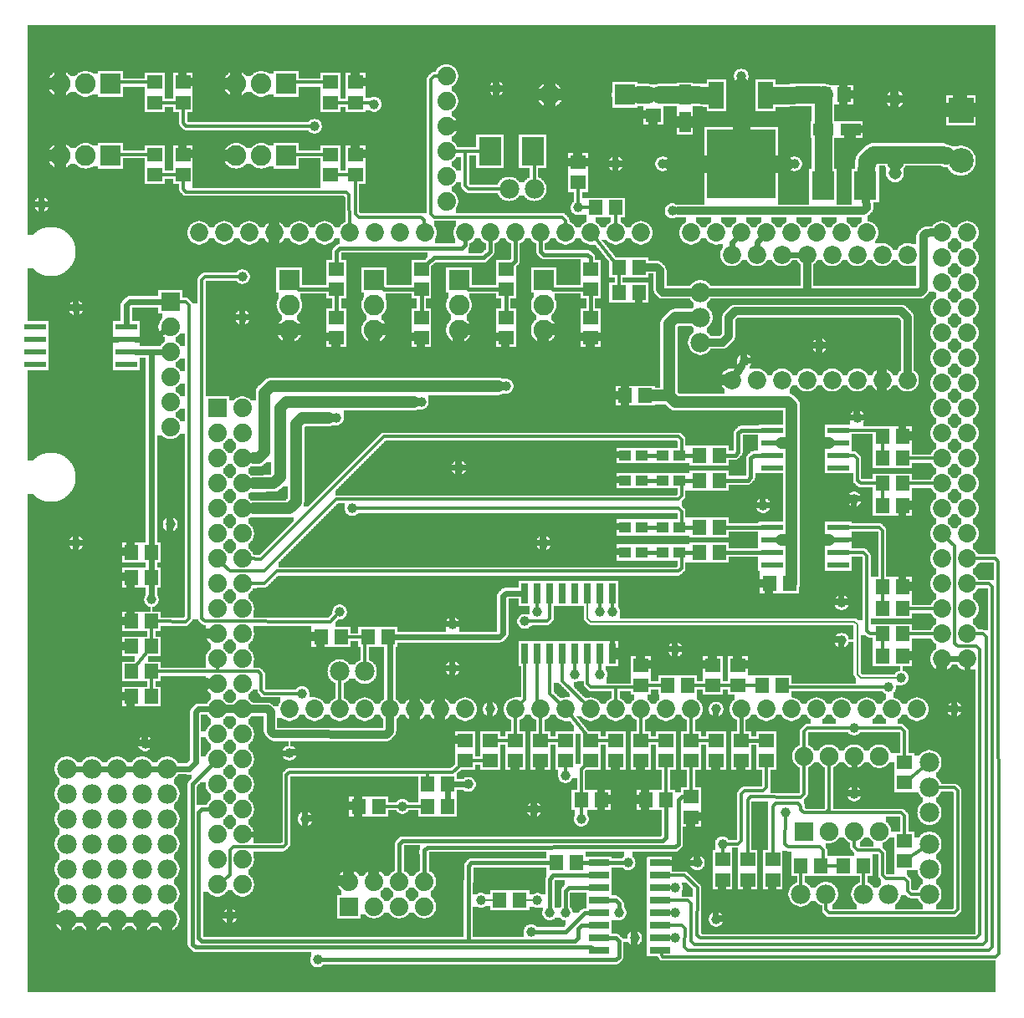
<source format=gtl>
G04 MADE WITH FRITZING*
G04 WWW.FRITZING.ORG*
G04 DOUBLE SIDED*
G04 HOLES PLATED*
G04 CONTOUR ON CENTER OF CONTOUR VECTOR*
%ASAXBY*%
%FSLAX23Y23*%
%MOIN*%
%OFA0B0*%
%SFA1.0B1.0*%
%ADD10C,0.075000*%
%ADD11C,0.074000*%
%ADD12C,0.039370*%
%ADD13C,0.072472*%
%ADD14C,0.072445*%
%ADD15C,0.072417*%
%ADD16C,0.078000*%
%ADD17C,0.072917*%
%ADD18C,0.082000*%
%ADD19C,0.051496*%
%ADD20C,0.099055*%
%ADD21R,0.074000X0.074000*%
%ADD22R,0.055118X0.059055*%
%ADD23R,0.275591X0.275591*%
%ADD24R,0.059055X0.106299*%
%ADD25R,0.047244X0.078740*%
%ADD26R,0.059055X0.055118*%
%ADD27R,0.086614X0.023622*%
%ADD28R,0.090086X0.113708*%
%ADD29R,0.026000X0.080000*%
%ADD30R,0.086900X0.024000*%
%ADD31R,0.047244X0.043307*%
%ADD32R,0.078740X0.047244*%
%ADD33R,0.080000X0.026000*%
%ADD34R,0.075000X0.075000*%
%ADD35R,0.082000X0.082000*%
%ADD36R,0.099055X0.099055*%
%ADD37C,0.024000*%
%ADD38C,0.070000*%
%ADD39C,0.012000*%
%ADD40C,0.032000*%
%ADD41C,0.016000*%
%ADD42C,0.048000*%
%ADD43C,0.008000*%
%ADD44R,0.001000X0.001000*%
%LNCOPPER1*%
G90*
G70*
G54D10*
X3282Y2672D03*
X607Y2171D03*
X1820Y2192D03*
X123Y3822D03*
X3430Y2366D03*
X633Y1442D03*
X1174Y1305D03*
X3065Y905D03*
X1801Y1383D03*
X3400Y874D03*
X2410Y857D03*
G54D11*
X1319Y482D03*
X1419Y482D03*
X1519Y482D03*
X1619Y482D03*
X1319Y382D03*
X1419Y382D03*
X1519Y382D03*
X1619Y382D03*
G54D12*
X232Y1832D03*
X3332Y832D03*
X2882Y3695D03*
X1282Y1557D03*
X532Y1607D03*
X2457Y257D03*
X2432Y558D03*
X1732Y1507D03*
X232Y2770D03*
X1907Y3645D03*
X3094Y3345D03*
X2607Y3157D03*
X894Y2895D03*
X2244Y732D03*
X2057Y770D03*
X1194Y170D03*
X1844Y408D03*
X2782Y332D03*
X2807Y632D03*
X3519Y1295D03*
X3282Y1445D03*
X1419Y3582D03*
X1332Y1970D03*
X2094Y1832D03*
X1757Y2132D03*
X1082Y995D03*
G54D13*
X2844Y2482D03*
X3544Y2982D03*
X3444Y2982D03*
X3344Y2982D03*
X3244Y2982D03*
X3144Y2982D03*
G54D14*
X3044Y2982D03*
X2944Y2982D03*
G54D13*
X2844Y2982D03*
G54D14*
X3544Y2482D03*
G54D15*
X3444Y2482D03*
G54D14*
X3344Y2482D03*
G54D13*
X3244Y2482D03*
G54D14*
X3144Y2482D03*
G54D15*
X3044Y2482D03*
X2944Y2482D03*
G54D12*
X2707Y557D03*
X2019Y1520D03*
X2232Y3170D03*
X2070Y407D03*
X2569Y3345D03*
X2382Y3345D03*
X607Y1907D03*
G54D11*
X607Y2794D03*
X607Y2694D03*
X607Y2594D03*
X607Y2494D03*
X607Y2394D03*
X607Y2294D03*
G54D12*
X844Y345D03*
X94Y3182D03*
X1144Y732D03*
X2394Y357D03*
X2182Y357D03*
X2119Y357D03*
X2044Y282D03*
X2620Y257D03*
X2619Y357D03*
X2619Y457D03*
X2181Y905D03*
X3469Y1257D03*
X894Y2732D03*
X3344Y2332D03*
X3282Y1595D03*
X2319Y1557D03*
X2619Y1407D03*
X1794Y870D03*
X1132Y1232D03*
X2219Y1307D03*
X2069Y1557D03*
X2319Y1307D03*
X2369Y1557D03*
X1732Y1332D03*
X3732Y1170D03*
X1532Y782D03*
G54D11*
X1707Y3695D03*
X1707Y3595D03*
X1707Y3495D03*
X1707Y3395D03*
X1707Y3295D03*
X1707Y3195D03*
X1707Y3695D03*
X1707Y3595D03*
X1707Y3495D03*
X1707Y3395D03*
X1707Y3295D03*
X1707Y3195D03*
G54D12*
X3057Y757D03*
X1607Y2395D03*
X1944Y2457D03*
X1269Y2332D03*
X1182Y3495D03*
X3332Y1095D03*
X1882Y1170D03*
X507Y1032D03*
X2782Y1170D03*
X3194Y2620D03*
X2969Y1982D03*
X3332Y2007D03*
G54D16*
X594Y332D03*
X494Y332D03*
X394Y332D03*
X294Y332D03*
X194Y332D03*
X594Y932D03*
X494Y932D03*
X394Y932D03*
X294Y932D03*
X194Y932D03*
X194Y732D03*
X294Y732D03*
X394Y732D03*
X494Y732D03*
X494Y432D03*
X494Y532D03*
X194Y432D03*
X194Y532D03*
X294Y432D03*
X294Y532D03*
X394Y432D03*
X394Y532D03*
X594Y432D03*
X594Y532D03*
X194Y832D03*
X294Y832D03*
X394Y832D03*
X494Y832D03*
X494Y632D03*
X594Y632D03*
X1382Y1320D03*
X1282Y1320D03*
X194Y632D03*
X294Y632D03*
X394Y632D03*
X594Y832D03*
X594Y732D03*
G54D12*
X2894Y2557D03*
G54D10*
X3132Y682D03*
X3132Y982D03*
X3232Y682D03*
X3232Y982D03*
X3332Y682D03*
X3332Y982D03*
X3432Y682D03*
X3432Y982D03*
G54D11*
X894Y2370D03*
X894Y2270D03*
X894Y2170D03*
X894Y2070D03*
X894Y1970D03*
X894Y1870D03*
X894Y1770D03*
X894Y1670D03*
X894Y1570D03*
X894Y1470D03*
X894Y1370D03*
X894Y1270D03*
X894Y1170D03*
X894Y1070D03*
X894Y970D03*
X894Y870D03*
X894Y770D03*
X894Y670D03*
X894Y570D03*
X894Y470D03*
X794Y2370D03*
X794Y2270D03*
X794Y2170D03*
X794Y2070D03*
X794Y1970D03*
X794Y1870D03*
X794Y1770D03*
X794Y1670D03*
X794Y1570D03*
X794Y1470D03*
X794Y1370D03*
X794Y1270D03*
X794Y1170D03*
X794Y1070D03*
X794Y970D03*
X794Y870D03*
X794Y770D03*
X794Y670D03*
X794Y570D03*
X794Y470D03*
G54D17*
X2982Y1170D03*
X1382Y1170D03*
X3082Y1170D03*
X3182Y1170D03*
X3282Y1170D03*
X3382Y1170D03*
X3682Y2570D03*
X3482Y1170D03*
X3582Y1170D03*
X1422Y3070D03*
X1982Y1170D03*
X2082Y1170D03*
X2182Y1170D03*
X2282Y1170D03*
X3682Y1770D03*
X2382Y1170D03*
X2482Y1170D03*
X2582Y1170D03*
X2682Y1170D03*
X2182Y3070D03*
X3682Y2970D03*
X3682Y2170D03*
X3682Y1370D03*
X1022Y3070D03*
X1782Y1170D03*
X1782Y3070D03*
X3682Y2770D03*
X3682Y2370D03*
X3682Y1970D03*
X3382Y3070D03*
X3682Y1570D03*
X3282Y3070D03*
X3182Y3070D03*
X3082Y3070D03*
X2982Y3070D03*
X2882Y3070D03*
X2782Y3070D03*
X2682Y3070D03*
X822Y3070D03*
X1222Y3070D03*
X1622Y3070D03*
X1182Y1170D03*
X1582Y1170D03*
X2382Y3070D03*
X1982Y3070D03*
X3682Y3070D03*
X3682Y2870D03*
X3682Y2670D03*
X3682Y2470D03*
X3682Y2270D03*
X3682Y2070D03*
X3682Y1870D03*
X3682Y1670D03*
X3682Y1470D03*
X722Y3070D03*
X922Y3070D03*
X1122Y3070D03*
X1322Y3070D03*
X1522Y3070D03*
X1082Y1170D03*
X1282Y1170D03*
X1482Y1170D03*
X1682Y1170D03*
X2482Y3070D03*
X2282Y3070D03*
X2082Y3070D03*
X1882Y3070D03*
X3782Y3070D03*
X3782Y2970D03*
X3782Y2870D03*
X3782Y2770D03*
X3782Y2670D03*
X3782Y2570D03*
X3782Y2470D03*
X3782Y2370D03*
X3782Y2270D03*
X3782Y2170D03*
X3782Y2070D03*
X3782Y1970D03*
X3782Y1870D03*
X3782Y1770D03*
X3782Y1670D03*
X3782Y1570D03*
X3782Y1470D03*
X3782Y1370D03*
X2882Y1170D03*
G54D18*
X1419Y2882D03*
X1419Y2782D03*
X1419Y2682D03*
X2094Y2882D03*
X2094Y2782D03*
X2094Y2682D03*
X1757Y2882D03*
X1757Y2782D03*
X1757Y2682D03*
X1082Y2882D03*
X1082Y2782D03*
X1082Y2682D03*
G54D16*
X3632Y432D03*
X3632Y532D03*
X3632Y632D03*
X3632Y957D03*
X3632Y857D03*
X3632Y757D03*
X2057Y3245D03*
X1957Y3245D03*
X2719Y2832D03*
X2719Y2732D03*
X2719Y2632D03*
X3119Y432D03*
X3219Y432D03*
X3469Y432D03*
X3369Y432D03*
G54D18*
X2417Y3620D03*
X2119Y3620D03*
G54D19*
X3494Y3307D03*
X3494Y3603D03*
X3494Y3307D03*
X3494Y3603D03*
G54D18*
X369Y3377D03*
X269Y3377D03*
X169Y3377D03*
X1069Y3664D03*
X969Y3664D03*
X869Y3664D03*
X369Y3664D03*
X269Y3664D03*
X169Y3664D03*
X1069Y3377D03*
X969Y3377D03*
X869Y3377D03*
G54D20*
X3757Y3557D03*
X3757Y3357D03*
G54D21*
X1319Y382D03*
G54D22*
X1207Y1457D03*
X1288Y1457D03*
G54D23*
X2882Y3345D03*
G54D24*
X2783Y3618D03*
X2980Y3618D03*
G54D25*
X2657Y3620D03*
X2657Y3510D03*
G54D26*
X2232Y3270D03*
X2232Y3351D03*
G54D22*
X2301Y3170D03*
X2382Y3170D03*
G54D27*
X432Y2595D03*
X69Y2595D03*
X432Y2545D03*
X432Y2645D03*
X432Y2695D03*
X69Y2545D03*
X69Y2645D03*
X69Y2695D03*
G54D28*
X3207Y3257D03*
X3376Y3257D03*
X1882Y3395D03*
X2051Y3395D03*
G54D21*
X607Y2794D03*
G54D29*
X2019Y1390D03*
X2069Y1390D03*
X2119Y1390D03*
X2169Y1390D03*
X2219Y1390D03*
X2269Y1390D03*
X2319Y1390D03*
X2369Y1390D03*
X2369Y1632D03*
X2319Y1632D03*
X2269Y1632D03*
X2219Y1632D03*
X2169Y1632D03*
X2119Y1632D03*
X2069Y1632D03*
X2019Y1632D03*
G54D30*
X3269Y2132D03*
X3269Y2182D03*
X3269Y2232D03*
X3269Y2282D03*
X3004Y2282D03*
X3004Y2232D03*
X3004Y2182D03*
X3004Y2132D03*
X3269Y1745D03*
X3269Y1795D03*
X3269Y1845D03*
X3269Y1895D03*
X3004Y1895D03*
X3004Y1845D03*
X3004Y1795D03*
X3004Y1745D03*
G54D31*
X2569Y1795D03*
X2636Y1795D03*
X2569Y1895D03*
X2636Y1895D03*
X2569Y2082D03*
X2636Y2082D03*
X2569Y2182D03*
X2636Y2182D03*
X2419Y1795D03*
X2486Y1795D03*
X2419Y1895D03*
X2486Y1895D03*
X2419Y2082D03*
X2486Y2082D03*
X2419Y2182D03*
X2486Y2182D03*
G54D32*
X3207Y3482D03*
X3317Y3482D03*
G54D33*
X2557Y207D03*
X2557Y257D03*
X2557Y307D03*
X2557Y357D03*
X2557Y407D03*
X2557Y457D03*
X2557Y507D03*
X2557Y557D03*
X2315Y557D03*
X2315Y507D03*
X2315Y457D03*
X2315Y407D03*
X2315Y357D03*
X2315Y307D03*
X2315Y257D03*
X2315Y207D03*
G54D22*
X2144Y557D03*
X2225Y557D03*
X532Y1220D03*
X451Y1220D03*
X532Y1520D03*
X451Y1520D03*
X2394Y2932D03*
X2475Y2932D03*
X3292Y3620D03*
X3211Y3620D03*
G54D26*
X2532Y3539D03*
X2532Y3620D03*
G54D22*
X532Y1420D03*
X451Y1420D03*
X532Y1320D03*
X451Y1320D03*
X532Y1795D03*
X451Y1795D03*
G54D26*
X1344Y3302D03*
X1344Y3382D03*
X1244Y3589D03*
X1244Y3670D03*
X1344Y3589D03*
X1344Y3670D03*
X1244Y3302D03*
X1244Y3382D03*
X657Y3589D03*
X657Y3670D03*
X544Y3589D03*
X544Y3670D03*
X657Y3302D03*
X657Y3382D03*
X544Y3302D03*
X544Y3382D03*
G54D22*
X3525Y2257D03*
X3444Y2257D03*
X3525Y1982D03*
X3444Y1982D03*
X3525Y2070D03*
X3444Y2070D03*
X3525Y2170D03*
X3444Y2170D03*
X2419Y2420D03*
X2500Y2420D03*
X3525Y1382D03*
X3444Y1382D03*
X3525Y1470D03*
X3444Y1470D03*
X3525Y1570D03*
X3444Y1570D03*
X3525Y1657D03*
X3444Y1657D03*
G54D26*
X1269Y2652D03*
X1269Y2732D03*
X1607Y2652D03*
X1607Y2732D03*
X1944Y2652D03*
X1944Y2732D03*
X2282Y2652D03*
X2282Y2732D03*
X1269Y2926D03*
X1269Y2845D03*
X1607Y2926D03*
X1607Y2845D03*
X1944Y2926D03*
X1944Y2845D03*
X2282Y2926D03*
X2282Y2845D03*
G54D22*
X2714Y2082D03*
X2794Y2082D03*
X2794Y2182D03*
X2714Y2182D03*
X1713Y782D03*
X1632Y782D03*
X2325Y807D03*
X2244Y807D03*
X532Y1695D03*
X451Y1695D03*
X2994Y1670D03*
X3075Y1670D03*
G54D26*
X2769Y1345D03*
X2769Y1264D03*
X2082Y964D03*
X2082Y1045D03*
G54D22*
X1394Y1457D03*
X1475Y1457D03*
X2475Y2832D03*
X2394Y2832D03*
G54D26*
X1982Y964D03*
X1982Y1045D03*
G54D22*
X1713Y870D03*
X1632Y870D03*
G54D26*
X1782Y1045D03*
X1782Y964D03*
G54D22*
X3044Y1266D03*
X2964Y1266D03*
G54D26*
X2482Y1264D03*
X2482Y1345D03*
X3532Y877D03*
X3532Y957D03*
G54D22*
X3289Y545D03*
X3369Y545D03*
X3200Y545D03*
X3119Y545D03*
G54D26*
X3532Y564D03*
X3532Y645D03*
X3007Y570D03*
X3007Y489D03*
X2682Y739D03*
X2682Y820D03*
G54D22*
X2501Y807D03*
X2582Y807D03*
G54D34*
X3132Y682D03*
G54D21*
X794Y2370D03*
G54D35*
X1419Y2882D03*
X2094Y2882D03*
X1757Y2882D03*
X1082Y2882D03*
X2418Y3620D03*
X369Y3377D03*
X1069Y3664D03*
X369Y3664D03*
X1069Y3377D03*
G54D36*
X3757Y3557D03*
G54D26*
X2882Y964D03*
X2882Y1045D03*
X2807Y489D03*
X2807Y570D03*
X2907Y489D03*
X2907Y570D03*
G54D22*
X1357Y782D03*
X1438Y782D03*
G54D26*
X1882Y964D03*
X1882Y1045D03*
X2182Y964D03*
X2182Y1045D03*
X2982Y964D03*
X2982Y1045D03*
X2682Y964D03*
X2682Y1045D03*
X2582Y964D03*
X2582Y1045D03*
X2782Y964D03*
X2782Y1045D03*
X2482Y964D03*
X2482Y1045D03*
X2282Y964D03*
X2282Y1045D03*
X2382Y964D03*
X2382Y1045D03*
G54D22*
X2714Y1795D03*
X2794Y1795D03*
X2794Y1895D03*
X2714Y1895D03*
X2669Y1266D03*
X2589Y1266D03*
G54D26*
X2869Y1264D03*
X2869Y1345D03*
G54D22*
X1919Y407D03*
X2000Y407D03*
G54D37*
X3332Y954D02*
X3332Y851D01*
G54D38*
D02*
X2882Y3488D02*
X2882Y3654D01*
G54D37*
D02*
X469Y2595D02*
X532Y2595D01*
D02*
X432Y2782D02*
X432Y2701D01*
D02*
X445Y2795D02*
X432Y2782D01*
G54D39*
D02*
X1245Y1519D02*
X1272Y1548D01*
D02*
X745Y1520D02*
X1245Y1519D01*
G54D37*
D02*
X576Y2794D02*
X445Y2795D01*
D02*
X232Y2657D02*
X232Y2751D01*
D02*
X245Y2645D02*
X232Y2657D01*
D02*
X394Y2645D02*
X245Y2645D01*
D02*
X532Y2645D02*
X469Y2645D01*
D02*
X581Y2677D02*
X532Y2645D01*
G54D39*
D02*
X1382Y1457D02*
X1382Y1344D01*
D02*
X1394Y1457D02*
X1382Y1457D01*
D02*
X1282Y1194D02*
X1282Y1295D01*
D02*
X2964Y1264D02*
X2964Y1266D01*
D02*
X2669Y1264D02*
X2669Y1266D01*
D02*
X2589Y1264D02*
X2589Y1266D01*
D02*
X3044Y1257D02*
X3044Y1266D01*
D02*
X3456Y1257D02*
X3044Y1257D01*
D02*
X2893Y1264D02*
X2964Y1264D01*
D02*
X2793Y1264D02*
X2845Y1264D01*
D02*
X2745Y1264D02*
X2669Y1264D01*
D02*
X2506Y1264D02*
X2589Y1264D01*
D02*
X2482Y1257D02*
X2382Y1257D01*
D02*
X2482Y1264D02*
X2482Y1257D01*
G54D37*
D02*
X1931Y1620D02*
X1944Y1633D01*
D02*
X1497Y1457D02*
X1920Y1458D01*
D02*
X1932Y1470D02*
X1931Y1620D01*
D02*
X1920Y1458D02*
X1932Y1470D01*
D02*
X1944Y1633D02*
X2012Y1632D01*
D02*
X1482Y1457D02*
X1475Y1457D01*
D02*
X1482Y1200D02*
X1482Y1457D01*
G54D39*
D02*
X1310Y1457D02*
X1372Y1457D01*
G54D37*
D02*
X564Y932D02*
X524Y932D01*
D02*
X464Y932D02*
X424Y932D01*
D02*
X364Y932D02*
X324Y932D01*
D02*
X264Y332D02*
X224Y332D01*
D02*
X364Y332D02*
X324Y332D01*
D02*
X464Y332D02*
X424Y332D01*
D02*
X564Y332D02*
X524Y332D01*
D02*
X264Y932D02*
X224Y932D01*
G54D39*
D02*
X732Y1533D02*
X745Y1520D01*
D02*
X732Y2883D02*
X732Y1533D01*
D02*
X744Y2895D02*
X732Y2883D01*
D02*
X881Y2895D02*
X744Y2895D01*
D02*
X532Y1296D02*
X532Y1244D01*
D02*
X532Y1496D02*
X532Y1444D01*
G54D38*
D02*
X3025Y3345D02*
X3053Y3345D01*
D02*
X2738Y3345D02*
X2611Y3345D01*
D02*
X2675Y3620D02*
X2759Y3619D01*
D02*
X2556Y3620D02*
X2639Y3620D01*
D02*
X2472Y3620D02*
X2508Y3620D01*
G54D40*
D02*
X3382Y3169D02*
X3380Y3208D01*
D02*
X3370Y3157D02*
X3382Y3169D01*
D02*
X2631Y3157D02*
X3370Y3157D01*
G54D38*
D02*
X3207Y3464D02*
X3207Y3307D01*
G54D40*
D02*
X3607Y3058D02*
X3620Y3069D01*
D02*
X3607Y2845D02*
X3607Y3058D01*
D02*
X3620Y3069D02*
X3646Y3070D01*
D02*
X3595Y2833D02*
X3607Y2845D01*
D02*
X3144Y2833D02*
X3595Y2833D01*
G54D37*
D02*
X576Y2595D02*
X532Y2595D01*
G54D38*
D02*
X3004Y3619D02*
X3189Y3620D01*
G54D41*
D02*
X2816Y1795D02*
X2966Y1795D01*
G54D39*
D02*
X813Y1752D02*
X845Y1720D01*
D02*
X845Y1720D02*
X982Y1720D01*
D02*
X982Y1720D02*
X1269Y2007D01*
G54D37*
D02*
X1006Y683D02*
X1006Y982D01*
D02*
X1006Y982D02*
X1020Y994D01*
D02*
X1020Y994D02*
X1063Y995D01*
D02*
X994Y670D02*
X1006Y683D01*
D02*
X925Y670D02*
X994Y670D01*
G54D39*
D02*
X1345Y1970D02*
X2631Y1970D01*
D02*
X1307Y3232D02*
X769Y3232D01*
D02*
X1320Y3220D02*
X1307Y3232D01*
D02*
X1322Y3094D02*
X1320Y3220D01*
G54D42*
D02*
X644Y1032D02*
X537Y1032D01*
D02*
X657Y1258D02*
X657Y1045D01*
D02*
X657Y1045D02*
X644Y1032D01*
D02*
X669Y1270D02*
X657Y1258D01*
D02*
X752Y1270D02*
X669Y1270D01*
G54D37*
D02*
X532Y1771D02*
X532Y1719D01*
D02*
X3207Y3620D02*
X3211Y3620D01*
G54D38*
D02*
X3382Y3357D02*
X3407Y3382D01*
D02*
X3407Y3382D02*
X3495Y3382D01*
D02*
X3379Y3307D02*
X3382Y3357D01*
G54D37*
D02*
X3769Y1170D02*
X3782Y1182D01*
D02*
X3782Y1182D02*
X3782Y1340D01*
D02*
X3751Y1170D02*
X3769Y1170D01*
D02*
X3752Y1370D02*
X3712Y1370D01*
D02*
X2591Y557D02*
X2688Y557D01*
G54D39*
D02*
X2232Y3183D02*
X2232Y3248D01*
D02*
X2107Y1520D02*
X2119Y1533D01*
D02*
X2119Y1533D02*
X2119Y1598D01*
D02*
X2033Y1520D02*
X2107Y1520D01*
D02*
X1645Y3682D02*
X1657Y3695D01*
D02*
X1657Y3695D02*
X1681Y3695D01*
D02*
X1645Y3144D02*
X1645Y3682D01*
D02*
X1657Y3132D02*
X1645Y3144D01*
D02*
X2169Y3132D02*
X1657Y3132D01*
D02*
X2181Y3119D02*
X2169Y3132D01*
D02*
X2182Y3094D02*
X2181Y3119D01*
D02*
X2279Y3170D02*
X2245Y3170D01*
D02*
X2382Y3146D02*
X2382Y3094D01*
G54D43*
D02*
X2269Y1532D02*
X2269Y1598D01*
D02*
X2282Y1519D02*
X2269Y1532D01*
D02*
X3345Y1507D02*
X3332Y1519D01*
D02*
X3345Y1308D02*
X3345Y1507D01*
D02*
X3357Y1294D02*
X3345Y1308D01*
D02*
X3332Y1519D02*
X2282Y1519D01*
D02*
X3506Y1295D02*
X3357Y1294D01*
G54D39*
D02*
X2319Y1598D02*
X2319Y1571D01*
D02*
X554Y1320D02*
X794Y1320D01*
G54D43*
D02*
X2056Y407D02*
X2022Y407D01*
G54D41*
D02*
X2619Y620D02*
X2632Y632D01*
D02*
X2582Y657D02*
X2582Y783D01*
D02*
X2569Y645D02*
X2582Y657D01*
D02*
X2644Y820D02*
X2658Y820D01*
D02*
X2632Y807D02*
X2644Y820D01*
D02*
X2632Y632D02*
X2632Y807D01*
D02*
X1632Y619D02*
X2619Y620D01*
D02*
X1619Y607D02*
X1632Y619D01*
D02*
X1619Y508D02*
X1619Y607D01*
D02*
X1532Y645D02*
X2569Y645D01*
D02*
X1520Y633D02*
X1532Y645D01*
D02*
X1519Y508D02*
X1520Y633D01*
G54D43*
D02*
X1897Y407D02*
X1858Y408D01*
G54D38*
D02*
X3207Y3620D02*
X3211Y3620D01*
D02*
X3207Y3500D02*
X3207Y3620D01*
G54D39*
D02*
X2057Y3395D02*
X2051Y3395D01*
D02*
X2057Y3269D02*
X2057Y3395D01*
D02*
X1844Y3395D02*
X1782Y3395D01*
D02*
X1782Y3395D02*
X1732Y3395D01*
D02*
X1781Y3257D02*
X1782Y3395D01*
D02*
X1795Y3245D02*
X1781Y3257D01*
D02*
X1932Y3245D02*
X1795Y3245D01*
G54D40*
D02*
X831Y1170D02*
X858Y1170D01*
G54D41*
D02*
X2119Y490D02*
X2132Y507D01*
D02*
X2132Y507D02*
X2280Y507D01*
D02*
X2119Y371D02*
X2119Y490D01*
D02*
X2181Y445D02*
X2194Y458D01*
D02*
X2194Y458D02*
X2280Y457D01*
D02*
X2182Y371D02*
X2181Y445D01*
D02*
X2395Y395D02*
X2382Y408D01*
D02*
X2382Y408D02*
X2349Y408D01*
D02*
X2395Y371D02*
X2395Y395D01*
D02*
X2382Y257D02*
X2349Y257D01*
D02*
X2394Y245D02*
X2382Y257D01*
D02*
X2394Y182D02*
X2394Y245D01*
D02*
X2382Y170D02*
X2394Y182D01*
D02*
X1208Y170D02*
X2382Y170D01*
D02*
X2882Y1067D02*
X2882Y1145D01*
D02*
X2906Y1045D02*
X2958Y1045D01*
D02*
X1795Y544D02*
X1795Y245D01*
D02*
X1806Y557D02*
X1795Y544D01*
D02*
X2122Y557D02*
X1806Y557D01*
D02*
X2247Y557D02*
X2280Y557D01*
G54D39*
D02*
X3819Y257D02*
X3831Y270D01*
D02*
X2706Y269D02*
X2720Y257D01*
D02*
X2707Y457D02*
X2706Y269D01*
D02*
X2720Y257D02*
X3819Y257D01*
D02*
X2656Y507D02*
X2707Y457D01*
D02*
X2591Y507D02*
X2656Y507D01*
D02*
X3745Y1420D02*
X3732Y1432D01*
D02*
X3831Y270D02*
X3831Y1407D01*
D02*
X3831Y1407D02*
X3819Y1420D01*
D02*
X3819Y1420D02*
X3745Y1420D01*
D02*
X3732Y1820D02*
X3699Y1852D01*
D02*
X3732Y1432D02*
X3732Y1820D01*
D02*
X2591Y257D02*
X2607Y257D01*
D02*
X2591Y357D02*
X2606Y357D01*
D02*
X2591Y457D02*
X2606Y457D01*
G54D41*
D02*
X1157Y220D02*
X707Y220D01*
D02*
X2282Y220D02*
X1157Y220D01*
D02*
X2296Y215D02*
X2282Y220D01*
D02*
X694Y233D02*
X694Y870D01*
D02*
X707Y220D02*
X694Y233D01*
D02*
X694Y870D02*
X776Y952D01*
G54D39*
D02*
X2682Y395D02*
X2682Y245D01*
D02*
X2695Y232D02*
X3844Y232D01*
D02*
X2682Y245D02*
X2695Y232D01*
D02*
X2670Y407D02*
X2682Y395D01*
D02*
X2591Y407D02*
X2670Y407D01*
D02*
X3844Y232D02*
X3857Y245D01*
D02*
X3857Y245D02*
X3857Y1458D01*
D02*
X3857Y1458D02*
X3845Y1470D01*
D02*
X3845Y1470D02*
X3807Y1470D01*
D02*
X1545Y782D02*
X1610Y782D01*
G54D37*
D02*
X1713Y846D02*
X1713Y806D01*
G54D39*
D02*
X1732Y919D02*
X1632Y919D01*
D02*
X1758Y942D02*
X1732Y919D01*
G54D37*
D02*
X1775Y870D02*
X1735Y870D01*
G54D39*
D02*
X2682Y842D02*
X2682Y942D01*
D02*
X2582Y831D02*
X2582Y942D01*
G54D42*
D02*
X3182Y2008D02*
X3182Y2220D01*
D02*
X3182Y1857D02*
X3182Y2008D01*
D02*
X3194Y2233D02*
X3231Y2232D01*
D02*
X3182Y2220D02*
X3194Y2233D01*
D02*
X3194Y1845D02*
X3182Y1857D01*
D02*
X3231Y1845D02*
X3194Y1845D01*
D02*
X2522Y2420D02*
X2594Y2420D01*
D02*
X3182Y2008D02*
X3302Y2007D01*
G54D39*
D02*
X3419Y2283D02*
X3307Y2282D01*
D02*
X3422Y2279D02*
X3419Y2283D01*
D02*
X3444Y1882D02*
X3432Y1896D01*
D02*
X3432Y1896D02*
X3307Y1895D01*
D02*
X3444Y1681D02*
X3444Y1882D01*
D02*
X3520Y757D02*
X3220Y757D01*
D02*
X3532Y745D02*
X3520Y757D01*
D02*
X3612Y618D02*
X3556Y580D01*
D02*
X3532Y667D02*
X3532Y745D01*
D02*
X3731Y357D02*
X3744Y370D01*
D02*
X3219Y370D02*
X3232Y357D01*
D02*
X3731Y857D02*
X3656Y857D01*
D02*
X3232Y357D02*
X3731Y357D01*
D02*
X3744Y845D02*
X3731Y857D01*
D02*
X3744Y370D02*
X3744Y845D01*
D02*
X3219Y408D02*
X3219Y370D01*
D02*
X1460Y782D02*
X1518Y782D01*
D02*
X2182Y942D02*
X2181Y918D01*
G54D41*
D02*
X2257Y357D02*
X2182Y282D01*
D02*
X2182Y282D02*
X2058Y282D01*
D02*
X2280Y357D02*
X2257Y357D01*
D02*
X2418Y558D02*
X2349Y557D01*
D02*
X2233Y295D02*
X2232Y257D01*
D02*
X2232Y257D02*
X2219Y245D01*
D02*
X2244Y308D02*
X2233Y295D01*
D02*
X2219Y245D02*
X1795Y245D01*
D02*
X2280Y308D02*
X2244Y308D01*
D02*
X1182Y245D02*
X732Y245D01*
D02*
X1795Y245D02*
X1182Y245D01*
D02*
X720Y757D02*
X732Y770D01*
D02*
X732Y770D02*
X769Y770D01*
D02*
X719Y258D02*
X720Y757D01*
D02*
X732Y245D02*
X719Y258D01*
G54D39*
D02*
X3344Y2169D02*
X3331Y2182D01*
D02*
X3344Y2082D02*
X3344Y2169D01*
D02*
X3357Y2070D02*
X3344Y2082D01*
D02*
X3331Y2182D02*
X3307Y2182D01*
D02*
X3422Y2070D02*
X3357Y2070D01*
G54D41*
D02*
X2919Y2170D02*
X2932Y2182D01*
D02*
X2932Y2182D02*
X2966Y2182D01*
D02*
X2919Y2094D02*
X2919Y2170D01*
D02*
X2907Y2082D02*
X2919Y2094D01*
D02*
X2816Y2082D02*
X2907Y2082D01*
G54D39*
D02*
X2644Y1895D02*
X2636Y1895D01*
D02*
X2644Y1957D02*
X2644Y1895D01*
D02*
X2631Y1970D02*
X2644Y1957D01*
D02*
X920Y1670D02*
X982Y1670D01*
D02*
X1032Y1720D02*
X2631Y1720D01*
D02*
X2631Y1720D02*
X2644Y1733D01*
D02*
X982Y1670D02*
X1032Y1720D01*
D02*
X2644Y1795D02*
X2636Y1795D01*
D02*
X2644Y1733D02*
X2644Y1795D01*
D02*
X1118Y1232D02*
X981Y1232D01*
D02*
X3381Y1782D02*
X3370Y1795D01*
D02*
X3381Y1482D02*
X3381Y1782D01*
D02*
X3394Y1470D02*
X3381Y1482D01*
D02*
X3370Y1795D02*
X3307Y1795D01*
D02*
X3422Y1470D02*
X3394Y1470D01*
D02*
X970Y1307D02*
X957Y1320D01*
D02*
X957Y1320D02*
X794Y1320D01*
D02*
X970Y1244D02*
X970Y1307D01*
D02*
X981Y1232D02*
X970Y1244D01*
D02*
X794Y1344D02*
X794Y1320D01*
D02*
X2170Y1283D02*
X2264Y1187D01*
D02*
X2169Y1356D02*
X2170Y1283D01*
D02*
X2219Y1321D02*
X2219Y1356D01*
D02*
X2319Y1321D02*
X2319Y1356D01*
D02*
X2069Y1598D02*
X2069Y1571D01*
D02*
X2369Y1598D02*
X2369Y1571D01*
G54D40*
D02*
X2497Y2932D02*
X2544Y2933D01*
G54D38*
D02*
X3682Y3382D02*
X3697Y3377D01*
D02*
X3495Y3382D02*
X3682Y3382D01*
G54D39*
D02*
X2375Y2956D02*
X2297Y3051D01*
D02*
X2394Y2908D02*
X2394Y2856D01*
G54D42*
D02*
X2594Y2707D02*
X2620Y2733D01*
D02*
X2594Y2420D02*
X2594Y2707D01*
G54D40*
D02*
X2684Y2832D02*
X2570Y2832D01*
D02*
X2570Y2832D02*
X2557Y2845D01*
G54D42*
D02*
X2620Y2733D02*
X2678Y2732D01*
D02*
X3081Y2232D02*
X3042Y2232D01*
G54D41*
D02*
X2966Y1895D02*
X2816Y1895D01*
D02*
X2869Y2195D02*
X2857Y2183D01*
D02*
X2869Y2270D02*
X2869Y2195D01*
D02*
X2882Y2283D02*
X2869Y2270D01*
D02*
X2857Y2183D02*
X2816Y2182D01*
D02*
X2966Y2282D02*
X2882Y2283D01*
G54D39*
D02*
X2482Y1067D02*
X2482Y1145D01*
D02*
X2982Y942D02*
X2982Y857D01*
D02*
X2870Y633D02*
X2820Y632D01*
D02*
X2882Y644D02*
X2870Y633D01*
D02*
X2882Y833D02*
X2882Y644D01*
D02*
X2894Y845D02*
X2882Y833D01*
D02*
X2969Y845D02*
X2894Y845D01*
D02*
X2982Y857D02*
X2969Y845D01*
D02*
X2264Y1067D02*
X2197Y1151D01*
D02*
X1982Y1067D02*
X1982Y1145D01*
D02*
X2506Y1045D02*
X2558Y1045D01*
D02*
X2706Y1045D02*
X2758Y1045D01*
D02*
X2682Y1067D02*
X2682Y1145D01*
G54D37*
D02*
X532Y1819D02*
X532Y2595D01*
D02*
X532Y1626D02*
X532Y1671D01*
G54D40*
D02*
X2557Y2920D02*
X2544Y2933D01*
D02*
X2557Y2845D02*
X2557Y2920D01*
G54D37*
D02*
X707Y957D02*
X707Y1157D01*
D02*
X707Y1157D02*
X719Y1170D01*
D02*
X682Y932D02*
X707Y957D01*
D02*
X624Y932D02*
X682Y932D01*
G54D39*
D02*
X1069Y3382D02*
X1220Y3382D01*
D02*
X1069Y3403D02*
X1069Y3382D01*
D02*
X2269Y1270D02*
X2269Y1356D01*
D02*
X2282Y1258D02*
X2269Y1270D01*
D02*
X2382Y1257D02*
X2282Y1258D01*
G54D42*
D02*
X3081Y1670D02*
X3081Y1845D01*
D02*
X3075Y1670D02*
X3081Y1670D01*
G54D41*
D02*
X2504Y2082D02*
X2551Y2082D01*
D02*
X2654Y2082D02*
X2692Y2082D01*
D02*
X2504Y2182D02*
X2551Y2182D01*
D02*
X2654Y2182D02*
X2692Y2182D01*
G54D39*
D02*
X2382Y1257D02*
X2382Y1194D01*
G54D41*
D02*
X2504Y1895D02*
X2551Y1895D01*
D02*
X2692Y1895D02*
X2654Y1895D01*
D02*
X2692Y1795D02*
X2654Y1795D01*
D02*
X2504Y1795D02*
X2551Y1795D01*
G54D42*
D02*
X2594Y2420D02*
X2620Y2394D01*
G54D39*
D02*
X1958Y1045D02*
X1906Y1045D01*
D02*
X1806Y964D02*
X1858Y964D01*
D02*
X2106Y1045D02*
X2158Y1045D01*
D02*
X2082Y1145D02*
X2082Y1067D01*
D02*
X857Y620D02*
X844Y607D01*
D02*
X844Y507D02*
X815Y485D01*
D02*
X844Y607D02*
X844Y507D01*
D02*
X1057Y620D02*
X857Y620D01*
D02*
X1069Y632D02*
X1057Y620D01*
D02*
X1069Y907D02*
X1069Y632D01*
D02*
X1081Y919D02*
X1069Y907D01*
D02*
X1632Y919D02*
X1081Y919D01*
D02*
X1632Y894D02*
X1632Y919D01*
D02*
X2306Y1045D02*
X2358Y1045D01*
D02*
X2245Y932D02*
X2258Y943D01*
D02*
X2244Y831D02*
X2245Y932D01*
D02*
X2244Y746D02*
X2244Y783D01*
D02*
X2019Y1207D02*
X2019Y1356D01*
D02*
X1999Y1187D02*
X2019Y1207D01*
D02*
X2070Y1195D02*
X2071Y1192D01*
D02*
X2069Y1356D02*
X2070Y1195D01*
G54D40*
D02*
X2864Y2512D02*
X2881Y2537D01*
G54D39*
D02*
X2119Y1232D02*
X2164Y1187D01*
D02*
X2119Y1356D02*
X2119Y1232D01*
D02*
X3519Y1095D02*
X3345Y1095D01*
D02*
X3532Y1082D02*
X3519Y1095D01*
D02*
X3532Y979D02*
X3532Y1082D01*
D02*
X3145Y1095D02*
X3318Y1095D01*
D02*
X3132Y1082D02*
X3145Y1095D01*
D02*
X3132Y1005D02*
X3132Y1082D01*
D02*
X3545Y445D02*
X3557Y432D01*
D02*
X3545Y483D02*
X3545Y445D01*
D02*
X3557Y432D02*
X3607Y432D01*
D02*
X3532Y495D02*
X3545Y483D01*
D02*
X3445Y595D02*
X3445Y507D01*
D02*
X3445Y507D02*
X3457Y495D01*
D02*
X3432Y607D02*
X3445Y595D01*
D02*
X3457Y495D02*
X3532Y495D01*
D02*
X3345Y607D02*
X3432Y607D01*
D02*
X3332Y620D02*
X3345Y607D01*
D02*
X3332Y659D02*
X3332Y620D01*
D02*
X3132Y833D02*
X3132Y959D01*
D02*
X3119Y819D02*
X3132Y833D01*
D02*
X2920Y820D02*
X3119Y819D01*
D02*
X2907Y592D02*
X2907Y807D01*
D02*
X2907Y807D02*
X2920Y820D01*
D02*
X3556Y896D02*
X3613Y942D01*
D02*
X3444Y1633D02*
X3444Y1594D01*
D02*
X3444Y2233D02*
X3444Y2194D01*
G54D42*
D02*
X3081Y1845D02*
X3081Y2232D01*
D02*
X3042Y1845D02*
X3081Y1845D01*
D02*
X3069Y2395D02*
X3081Y2383D01*
D02*
X3081Y2383D02*
X3081Y2232D01*
D02*
X2745Y2395D02*
X3069Y2395D01*
D02*
X2620Y2394D02*
X2745Y2395D01*
G54D38*
D02*
X3495Y3382D02*
X3495Y3356D01*
G54D37*
D02*
X2845Y3032D02*
X2861Y3048D01*
D02*
X2944Y3032D02*
X2960Y3049D01*
D02*
X2845Y3012D02*
X2845Y3032D01*
D02*
X2944Y3012D02*
X2944Y3032D01*
G54D39*
D02*
X3007Y783D02*
X3019Y795D01*
D02*
X3007Y592D02*
X3007Y783D01*
D02*
X3232Y833D02*
X3232Y959D01*
D02*
X3232Y769D02*
X3232Y833D01*
D02*
X3220Y757D02*
X3232Y769D01*
D02*
X3119Y769D02*
X3132Y757D01*
D02*
X3119Y783D02*
X3119Y769D01*
D02*
X3132Y757D02*
X3220Y757D01*
D02*
X3107Y795D02*
X3119Y783D01*
D02*
X3019Y795D02*
X3107Y795D01*
G54D40*
D02*
X1481Y1082D02*
X1470Y1069D01*
D02*
X1482Y1134D02*
X1481Y1082D01*
G54D39*
D02*
X3444Y1446D02*
X3444Y1406D01*
D02*
X3444Y2046D02*
X3444Y2006D01*
D02*
X1069Y3670D02*
X1220Y3670D01*
D02*
X1069Y3691D02*
X1069Y3670D01*
G54D41*
D02*
X2282Y2754D02*
X2282Y2823D01*
D02*
X1944Y2823D02*
X1944Y2754D01*
D02*
X1794Y2845D02*
X1920Y2845D01*
D02*
X1775Y2863D02*
X1794Y2845D01*
D02*
X2132Y2845D02*
X2258Y2845D01*
D02*
X2113Y2864D02*
X2132Y2845D01*
D02*
X2095Y2983D02*
X2269Y2983D01*
D02*
X2269Y2983D02*
X2282Y2970D01*
D02*
X2282Y2970D02*
X2282Y2948D01*
D02*
X2082Y2995D02*
X2095Y2983D01*
D02*
X2082Y3045D02*
X2082Y2995D01*
D02*
X1457Y2845D02*
X1438Y2864D01*
D02*
X1583Y2845D02*
X1457Y2845D01*
D02*
X1607Y2823D02*
X1607Y2754D01*
D02*
X1119Y2845D02*
X1101Y2863D01*
D02*
X1245Y2845D02*
X1119Y2845D01*
D02*
X1269Y2754D02*
X1269Y2823D01*
G54D42*
D02*
X1070Y2395D02*
X1577Y2395D01*
D02*
X1044Y2370D02*
X1070Y2395D01*
D02*
X1044Y2094D02*
X1044Y2370D01*
D02*
X1019Y2070D02*
X1044Y2094D01*
D02*
X937Y2070D02*
X1019Y2070D01*
G54D41*
D02*
X1781Y3021D02*
X1782Y3045D01*
D02*
X1769Y3008D02*
X1781Y3021D01*
D02*
X1270Y2995D02*
X1282Y3008D01*
D02*
X1282Y3008D02*
X1769Y3008D01*
D02*
X1270Y2948D02*
X1270Y2995D01*
D02*
X1856Y2970D02*
X1882Y2995D01*
D02*
X1657Y2970D02*
X1856Y2970D01*
D02*
X1882Y2995D02*
X1882Y3045D01*
D02*
X1631Y2947D02*
X1657Y2970D01*
D02*
X1982Y2958D02*
X1968Y2946D01*
D02*
X1982Y3045D02*
X1982Y2958D01*
G54D42*
D02*
X981Y2195D02*
X957Y2170D01*
D02*
X981Y2433D02*
X981Y2195D01*
D02*
X957Y2170D02*
X937Y2170D01*
D02*
X1007Y2457D02*
X981Y2433D01*
D02*
X1131Y2332D02*
X1107Y2307D01*
D02*
X1107Y1995D02*
X1082Y1970D01*
D02*
X1107Y2307D02*
X1107Y1995D01*
D02*
X1082Y1970D02*
X937Y1970D01*
D02*
X1239Y2332D02*
X1131Y2332D01*
D02*
X1914Y2457D02*
X1007Y2457D01*
G54D40*
D02*
X2832Y2733D02*
X2857Y2758D01*
D02*
X2832Y2657D02*
X2832Y2733D01*
D02*
X2807Y2632D02*
X2832Y2657D01*
D02*
X2857Y2758D02*
X3520Y2758D01*
D02*
X2755Y2632D02*
X2807Y2632D01*
D02*
X3144Y2833D02*
X2755Y2832D01*
D02*
X3144Y2947D02*
X3144Y2833D01*
D02*
X3545Y2733D02*
X3544Y2518D01*
D02*
X3520Y2758D02*
X3545Y2733D01*
G54D39*
D02*
X513Y1396D02*
X471Y1344D01*
D02*
X682Y1832D02*
X682Y1533D01*
D02*
X669Y1519D02*
X554Y1520D01*
D02*
X682Y1533D02*
X669Y1519D01*
D02*
X682Y2782D02*
X682Y1832D01*
D02*
X633Y2795D02*
X669Y2795D01*
D02*
X669Y2795D02*
X682Y2782D01*
D02*
X1168Y3495D02*
X670Y3495D01*
D02*
X657Y3508D02*
X657Y3567D01*
D02*
X670Y3495D02*
X657Y3508D01*
D02*
X369Y3670D02*
X369Y3691D01*
D02*
X520Y3670D02*
X369Y3670D01*
D02*
X568Y3589D02*
X633Y3589D01*
D02*
X657Y3245D02*
X657Y3280D01*
D02*
X670Y3232D02*
X657Y3245D01*
D02*
X769Y3232D02*
X670Y3232D01*
D02*
X369Y3382D02*
X369Y3403D01*
D02*
X520Y3382D02*
X369Y3382D01*
D02*
X633Y3302D02*
X568Y3302D01*
D02*
X1419Y3589D02*
X1419Y3596D01*
D02*
X1368Y3589D02*
X1419Y3589D01*
D02*
X1320Y3589D02*
X1268Y3589D01*
D02*
X1619Y3120D02*
X1620Y3094D01*
D02*
X1606Y3133D02*
X1619Y3120D01*
D02*
X1357Y3133D02*
X1606Y3133D01*
D02*
X1344Y3145D02*
X1357Y3133D01*
D02*
X1344Y3280D02*
X1344Y3145D01*
D02*
X1268Y3302D02*
X1320Y3302D01*
G54D37*
D02*
X3114Y2982D02*
X3074Y2982D01*
G54D39*
D02*
X3369Y521D02*
X3369Y457D01*
D02*
X3267Y545D02*
X3222Y545D01*
D02*
X2631Y2007D02*
X2644Y2020D01*
D02*
X2644Y2082D02*
X2636Y2082D01*
D02*
X2644Y2020D02*
X2644Y2082D01*
D02*
X1269Y2007D02*
X2631Y2007D01*
D02*
X3657Y2070D02*
X3547Y2070D01*
D02*
X3547Y2170D02*
X3657Y2170D01*
D02*
X3869Y207D02*
X3882Y220D01*
D02*
X3882Y1658D02*
X3869Y1670D01*
D02*
X2644Y307D02*
X2657Y295D01*
D02*
X2670Y207D02*
X3869Y207D01*
D02*
X2656Y220D02*
X2670Y207D01*
D02*
X2657Y295D02*
X2656Y220D01*
D02*
X2591Y307D02*
X2644Y307D01*
D02*
X3882Y220D02*
X3882Y1658D01*
D02*
X3869Y1670D02*
X3807Y1670D01*
D02*
X2807Y592D02*
X2807Y619D01*
D02*
X3894Y182D02*
X3907Y195D01*
D02*
X3906Y1757D02*
X3895Y1770D01*
D02*
X2569Y183D02*
X3894Y182D01*
D02*
X2561Y200D02*
X2569Y183D01*
D02*
X3907Y195D02*
X3906Y1757D01*
D02*
X3895Y1770D02*
X3807Y1770D01*
G54D37*
D02*
X719Y1170D02*
X763Y1170D01*
G54D39*
D02*
X3657Y1570D02*
X3547Y1570D01*
D02*
X3657Y1470D02*
X3547Y1470D01*
D02*
X1457Y2257D02*
X2631Y2258D01*
D02*
X2644Y2182D02*
X2636Y2182D01*
D02*
X2644Y2245D02*
X2644Y2182D01*
D02*
X2631Y2258D02*
X2644Y2245D01*
D02*
X970Y1769D02*
X1457Y2257D01*
D02*
X920Y1770D02*
X970Y1769D01*
G54D40*
D02*
X1007Y1157D02*
X994Y1170D01*
D02*
X1007Y1082D02*
X1007Y1157D01*
D02*
X994Y1170D02*
X931Y1170D01*
D02*
X1019Y1070D02*
X1007Y1082D01*
D02*
X1470Y1069D02*
X1019Y1070D01*
G54D39*
D02*
X3119Y457D02*
X3119Y521D01*
D02*
X3056Y632D02*
X3057Y744D01*
D02*
X3070Y620D02*
X3056Y632D01*
D02*
X3207Y607D02*
X3195Y620D01*
D02*
X3207Y545D02*
X3207Y607D01*
D02*
X3195Y620D02*
X3070Y620D01*
D02*
X3200Y545D02*
X3207Y545D01*
G36*
X1746Y3371D02*
X1746Y3367D01*
X1744Y3367D01*
X1744Y3365D01*
X1742Y3365D01*
X1742Y3363D01*
X1740Y3363D01*
X1740Y3361D01*
X1738Y3361D01*
X1738Y3359D01*
X1736Y3359D01*
X1736Y3357D01*
X1734Y3357D01*
X1734Y3355D01*
X1730Y3355D01*
X1730Y3335D01*
X1732Y3335D01*
X1732Y3333D01*
X1736Y3333D01*
X1736Y3331D01*
X1738Y3331D01*
X1738Y3329D01*
X1740Y3329D01*
X1740Y3327D01*
X1742Y3327D01*
X1742Y3325D01*
X1744Y3325D01*
X1744Y3323D01*
X1746Y3323D01*
X1746Y3319D01*
X1766Y3319D01*
X1766Y3371D01*
X1746Y3371D01*
G37*
D02*
G36*
X2302Y3131D02*
X2302Y3111D01*
X2304Y3111D01*
X2304Y3109D01*
X2308Y3109D01*
X2308Y3107D01*
X2310Y3107D01*
X2310Y3105D01*
X2314Y3105D01*
X2314Y3103D01*
X2316Y3103D01*
X2316Y3099D01*
X2318Y3099D01*
X2318Y3097D01*
X2320Y3097D01*
X2320Y3095D01*
X2322Y3095D01*
X2322Y3091D01*
X2342Y3091D01*
X2342Y3095D01*
X2344Y3095D01*
X2344Y3097D01*
X2346Y3097D01*
X2346Y3101D01*
X2348Y3101D01*
X2348Y3103D01*
X2350Y3103D01*
X2350Y3105D01*
X2354Y3105D01*
X2354Y3107D01*
X2356Y3107D01*
X2356Y3109D01*
X2360Y3109D01*
X2360Y3111D01*
X2362Y3111D01*
X2362Y3131D01*
X2302Y3131D01*
G37*
D02*
G36*
X2702Y3131D02*
X2702Y3111D01*
X2704Y3111D01*
X2704Y3109D01*
X2708Y3109D01*
X2708Y3107D01*
X2710Y3107D01*
X2710Y3105D01*
X2714Y3105D01*
X2714Y3103D01*
X2716Y3103D01*
X2716Y3099D01*
X2718Y3099D01*
X2718Y3097D01*
X2720Y3097D01*
X2720Y3095D01*
X2722Y3095D01*
X2722Y3091D01*
X2742Y3091D01*
X2742Y3095D01*
X2744Y3095D01*
X2744Y3097D01*
X2746Y3097D01*
X2746Y3101D01*
X2748Y3101D01*
X2748Y3103D01*
X2750Y3103D01*
X2750Y3105D01*
X2754Y3105D01*
X2754Y3107D01*
X2756Y3107D01*
X2756Y3109D01*
X2760Y3109D01*
X2760Y3111D01*
X2762Y3111D01*
X2762Y3131D01*
X2702Y3131D01*
G37*
D02*
G36*
X2802Y3131D02*
X2802Y3111D01*
X2804Y3111D01*
X2804Y3109D01*
X2808Y3109D01*
X2808Y3107D01*
X2810Y3107D01*
X2810Y3105D01*
X2814Y3105D01*
X2814Y3103D01*
X2816Y3103D01*
X2816Y3099D01*
X2818Y3099D01*
X2818Y3097D01*
X2820Y3097D01*
X2820Y3095D01*
X2822Y3095D01*
X2822Y3091D01*
X2842Y3091D01*
X2842Y3095D01*
X2844Y3095D01*
X2844Y3097D01*
X2846Y3097D01*
X2846Y3101D01*
X2848Y3101D01*
X2848Y3103D01*
X2850Y3103D01*
X2850Y3105D01*
X2854Y3105D01*
X2854Y3107D01*
X2856Y3107D01*
X2856Y3109D01*
X2860Y3109D01*
X2860Y3111D01*
X2862Y3111D01*
X2862Y3131D01*
X2802Y3131D01*
G37*
D02*
G36*
X2902Y3131D02*
X2902Y3111D01*
X2904Y3111D01*
X2904Y3109D01*
X2908Y3109D01*
X2908Y3107D01*
X2910Y3107D01*
X2910Y3105D01*
X2914Y3105D01*
X2914Y3103D01*
X2916Y3103D01*
X2916Y3099D01*
X2918Y3099D01*
X2918Y3097D01*
X2920Y3097D01*
X2920Y3095D01*
X2922Y3095D01*
X2922Y3091D01*
X2942Y3091D01*
X2942Y3095D01*
X2944Y3095D01*
X2944Y3097D01*
X2946Y3097D01*
X2946Y3101D01*
X2948Y3101D01*
X2948Y3103D01*
X2950Y3103D01*
X2950Y3105D01*
X2954Y3105D01*
X2954Y3107D01*
X2956Y3107D01*
X2956Y3109D01*
X2960Y3109D01*
X2960Y3111D01*
X2962Y3111D01*
X2962Y3131D01*
X2902Y3131D01*
G37*
D02*
G36*
X3002Y3131D02*
X3002Y3111D01*
X3004Y3111D01*
X3004Y3109D01*
X3008Y3109D01*
X3008Y3107D01*
X3010Y3107D01*
X3010Y3105D01*
X3014Y3105D01*
X3014Y3103D01*
X3016Y3103D01*
X3016Y3099D01*
X3018Y3099D01*
X3018Y3097D01*
X3020Y3097D01*
X3020Y3095D01*
X3022Y3095D01*
X3022Y3091D01*
X3042Y3091D01*
X3042Y3095D01*
X3044Y3095D01*
X3044Y3097D01*
X3046Y3097D01*
X3046Y3101D01*
X3048Y3101D01*
X3048Y3103D01*
X3050Y3103D01*
X3050Y3105D01*
X3054Y3105D01*
X3054Y3107D01*
X3056Y3107D01*
X3056Y3109D01*
X3060Y3109D01*
X3060Y3111D01*
X3062Y3111D01*
X3062Y3131D01*
X3002Y3131D01*
G37*
D02*
G36*
X3102Y3131D02*
X3102Y3111D01*
X3104Y3111D01*
X3104Y3109D01*
X3108Y3109D01*
X3108Y3107D01*
X3110Y3107D01*
X3110Y3105D01*
X3114Y3105D01*
X3114Y3103D01*
X3116Y3103D01*
X3116Y3099D01*
X3118Y3099D01*
X3118Y3097D01*
X3120Y3097D01*
X3120Y3095D01*
X3122Y3095D01*
X3122Y3091D01*
X3142Y3091D01*
X3142Y3095D01*
X3144Y3095D01*
X3144Y3097D01*
X3146Y3097D01*
X3146Y3101D01*
X3148Y3101D01*
X3148Y3103D01*
X3150Y3103D01*
X3150Y3105D01*
X3154Y3105D01*
X3154Y3107D01*
X3156Y3107D01*
X3156Y3109D01*
X3160Y3109D01*
X3160Y3111D01*
X3162Y3111D01*
X3162Y3131D01*
X3102Y3131D01*
G37*
D02*
G36*
X3202Y3131D02*
X3202Y3111D01*
X3204Y3111D01*
X3204Y3109D01*
X3208Y3109D01*
X3208Y3107D01*
X3210Y3107D01*
X3210Y3105D01*
X3214Y3105D01*
X3214Y3103D01*
X3216Y3103D01*
X3216Y3099D01*
X3218Y3099D01*
X3218Y3097D01*
X3220Y3097D01*
X3220Y3095D01*
X3222Y3095D01*
X3222Y3091D01*
X3242Y3091D01*
X3242Y3095D01*
X3244Y3095D01*
X3244Y3097D01*
X3246Y3097D01*
X3246Y3101D01*
X3248Y3101D01*
X3248Y3103D01*
X3250Y3103D01*
X3250Y3105D01*
X3254Y3105D01*
X3254Y3107D01*
X3256Y3107D01*
X3256Y3109D01*
X3260Y3109D01*
X3260Y3111D01*
X3262Y3111D01*
X3262Y3131D01*
X3202Y3131D01*
G37*
D02*
G36*
X3302Y3131D02*
X3302Y3111D01*
X3304Y3111D01*
X3304Y3109D01*
X3308Y3109D01*
X3308Y3107D01*
X3310Y3107D01*
X3310Y3105D01*
X3314Y3105D01*
X3314Y3103D01*
X3316Y3103D01*
X3316Y3099D01*
X3318Y3099D01*
X3318Y3097D01*
X3320Y3097D01*
X3320Y3095D01*
X3322Y3095D01*
X3322Y3091D01*
X3342Y3091D01*
X3342Y3095D01*
X3344Y3095D01*
X3344Y3097D01*
X3346Y3097D01*
X3346Y3101D01*
X3348Y3101D01*
X3348Y3103D01*
X3350Y3103D01*
X3350Y3105D01*
X3354Y3105D01*
X3354Y3107D01*
X3356Y3107D01*
X3356Y3109D01*
X3360Y3109D01*
X3360Y3111D01*
X3362Y3111D01*
X3362Y3131D01*
X3302Y3131D01*
G37*
D02*
G36*
X1658Y3117D02*
X1658Y3097D01*
X1660Y3097D01*
X1660Y3095D01*
X1662Y3095D01*
X1662Y3091D01*
X1664Y3091D01*
X1664Y3087D01*
X1666Y3087D01*
X1666Y3081D01*
X1668Y3081D01*
X1668Y3059D01*
X1666Y3059D01*
X1666Y3053D01*
X1664Y3053D01*
X1664Y3049D01*
X1662Y3049D01*
X1662Y3027D01*
X1742Y3027D01*
X1742Y3049D01*
X1740Y3049D01*
X1740Y3051D01*
X1738Y3051D01*
X1738Y3059D01*
X1736Y3059D01*
X1736Y3081D01*
X1738Y3081D01*
X1738Y3087D01*
X1740Y3087D01*
X1740Y3091D01*
X1742Y3091D01*
X1742Y3095D01*
X1744Y3095D01*
X1744Y3097D01*
X1746Y3097D01*
X1746Y3117D01*
X1658Y3117D01*
G37*
D02*
G36*
X1822Y3049D02*
X1822Y3045D01*
X1820Y3045D01*
X1820Y3043D01*
X1818Y3043D01*
X1818Y3039D01*
X1816Y3039D01*
X1816Y3037D01*
X1814Y3037D01*
X1814Y3035D01*
X1812Y3035D01*
X1812Y3033D01*
X1808Y3033D01*
X1808Y3031D01*
X1806Y3031D01*
X1806Y3029D01*
X1802Y3029D01*
X1802Y3027D01*
X1800Y3027D01*
X1800Y3019D01*
X1798Y3019D01*
X1798Y3013D01*
X1796Y3013D01*
X1796Y3009D01*
X1794Y3009D01*
X1794Y2989D01*
X1850Y2989D01*
X1850Y2991D01*
X1852Y2991D01*
X1852Y2993D01*
X1854Y2993D01*
X1854Y2995D01*
X1856Y2995D01*
X1856Y2997D01*
X1858Y2997D01*
X1858Y2999D01*
X1860Y2999D01*
X1860Y3001D01*
X1862Y3001D01*
X1862Y3003D01*
X1864Y3003D01*
X1864Y3027D01*
X1862Y3027D01*
X1862Y3029D01*
X1858Y3029D01*
X1858Y3031D01*
X1856Y3031D01*
X1856Y3033D01*
X1852Y3033D01*
X1852Y3035D01*
X1850Y3035D01*
X1850Y3037D01*
X1848Y3037D01*
X1848Y3039D01*
X1846Y3039D01*
X1846Y3041D01*
X1844Y3041D01*
X1844Y3045D01*
X1842Y3045D01*
X1842Y3049D01*
X1822Y3049D01*
G37*
D02*
G36*
X3722Y3049D02*
X3722Y3045D01*
X3720Y3045D01*
X3720Y3043D01*
X3718Y3043D01*
X3718Y3039D01*
X3716Y3039D01*
X3716Y3037D01*
X3714Y3037D01*
X3714Y3035D01*
X3712Y3035D01*
X3712Y3033D01*
X3708Y3033D01*
X3708Y3031D01*
X3706Y3031D01*
X3706Y3029D01*
X3704Y3029D01*
X3704Y3009D01*
X3708Y3009D01*
X3708Y3007D01*
X3710Y3007D01*
X3710Y3005D01*
X3714Y3005D01*
X3714Y3003D01*
X3716Y3003D01*
X3716Y2999D01*
X3718Y2999D01*
X3718Y2997D01*
X3720Y2997D01*
X3720Y2995D01*
X3722Y2995D01*
X3722Y2991D01*
X3742Y2991D01*
X3742Y2995D01*
X3744Y2995D01*
X3744Y2997D01*
X3746Y2997D01*
X3746Y3001D01*
X3748Y3001D01*
X3748Y3003D01*
X3750Y3003D01*
X3750Y3005D01*
X3754Y3005D01*
X3754Y3007D01*
X3756Y3007D01*
X3756Y3009D01*
X3760Y3009D01*
X3760Y3029D01*
X3758Y3029D01*
X3758Y3031D01*
X3756Y3031D01*
X3756Y3033D01*
X3752Y3033D01*
X3752Y3035D01*
X3750Y3035D01*
X3750Y3037D01*
X3748Y3037D01*
X3748Y3039D01*
X3746Y3039D01*
X3746Y3041D01*
X3744Y3041D01*
X3744Y3045D01*
X3742Y3045D01*
X3742Y3049D01*
X3722Y3049D01*
G37*
D02*
G36*
X3184Y2961D02*
X3184Y2957D01*
X3182Y2957D01*
X3182Y2955D01*
X3180Y2955D01*
X3180Y2953D01*
X3178Y2953D01*
X3178Y2949D01*
X3176Y2949D01*
X3176Y2947D01*
X3172Y2947D01*
X3172Y2945D01*
X3170Y2945D01*
X3170Y2937D01*
X3232Y2937D01*
X3232Y2939D01*
X3226Y2939D01*
X3226Y2941D01*
X3222Y2941D01*
X3222Y2943D01*
X3218Y2943D01*
X3218Y2945D01*
X3216Y2945D01*
X3216Y2947D01*
X3214Y2947D01*
X3214Y2949D01*
X3212Y2949D01*
X3212Y2951D01*
X3210Y2951D01*
X3210Y2953D01*
X3208Y2953D01*
X3208Y2955D01*
X3206Y2955D01*
X3206Y2959D01*
X3204Y2959D01*
X3204Y2961D01*
X3184Y2961D01*
G37*
D02*
G36*
X3284Y2961D02*
X3284Y2957D01*
X3282Y2957D01*
X3282Y2955D01*
X3280Y2955D01*
X3280Y2953D01*
X3278Y2953D01*
X3278Y2949D01*
X3276Y2949D01*
X3276Y2947D01*
X3272Y2947D01*
X3272Y2945D01*
X3270Y2945D01*
X3270Y2943D01*
X3266Y2943D01*
X3266Y2941D01*
X3262Y2941D01*
X3262Y2939D01*
X3256Y2939D01*
X3256Y2937D01*
X3332Y2937D01*
X3332Y2939D01*
X3326Y2939D01*
X3326Y2941D01*
X3322Y2941D01*
X3322Y2943D01*
X3318Y2943D01*
X3318Y2945D01*
X3316Y2945D01*
X3316Y2947D01*
X3314Y2947D01*
X3314Y2949D01*
X3312Y2949D01*
X3312Y2951D01*
X3310Y2951D01*
X3310Y2953D01*
X3308Y2953D01*
X3308Y2955D01*
X3306Y2955D01*
X3306Y2959D01*
X3304Y2959D01*
X3304Y2961D01*
X3284Y2961D01*
G37*
D02*
G36*
X3384Y2961D02*
X3384Y2957D01*
X3382Y2957D01*
X3382Y2955D01*
X3380Y2955D01*
X3380Y2951D01*
X3378Y2951D01*
X3378Y2949D01*
X3376Y2949D01*
X3376Y2947D01*
X3372Y2947D01*
X3372Y2945D01*
X3370Y2945D01*
X3370Y2943D01*
X3366Y2943D01*
X3366Y2941D01*
X3362Y2941D01*
X3362Y2939D01*
X3356Y2939D01*
X3356Y2937D01*
X3432Y2937D01*
X3432Y2939D01*
X3426Y2939D01*
X3426Y2941D01*
X3422Y2941D01*
X3422Y2943D01*
X3418Y2943D01*
X3418Y2945D01*
X3416Y2945D01*
X3416Y2947D01*
X3414Y2947D01*
X3414Y2949D01*
X3412Y2949D01*
X3412Y2951D01*
X3410Y2951D01*
X3410Y2953D01*
X3408Y2953D01*
X3408Y2955D01*
X3406Y2955D01*
X3406Y2959D01*
X3404Y2959D01*
X3404Y2961D01*
X3384Y2961D01*
G37*
D02*
G36*
X3484Y2961D02*
X3484Y2957D01*
X3482Y2957D01*
X3482Y2955D01*
X3480Y2955D01*
X3480Y2951D01*
X3478Y2951D01*
X3478Y2949D01*
X3476Y2949D01*
X3476Y2947D01*
X3472Y2947D01*
X3472Y2945D01*
X3470Y2945D01*
X3470Y2943D01*
X3466Y2943D01*
X3466Y2941D01*
X3462Y2941D01*
X3462Y2939D01*
X3456Y2939D01*
X3456Y2937D01*
X3532Y2937D01*
X3532Y2939D01*
X3526Y2939D01*
X3526Y2941D01*
X3522Y2941D01*
X3522Y2943D01*
X3518Y2943D01*
X3518Y2945D01*
X3516Y2945D01*
X3516Y2947D01*
X3514Y2947D01*
X3514Y2949D01*
X3512Y2949D01*
X3512Y2951D01*
X3510Y2951D01*
X3510Y2953D01*
X3508Y2953D01*
X3508Y2955D01*
X3506Y2955D01*
X3506Y2959D01*
X3504Y2959D01*
X3504Y2961D01*
X3484Y2961D01*
G37*
D02*
G36*
X3556Y2939D02*
X3556Y2937D01*
X3580Y2937D01*
X3580Y2939D01*
X3556Y2939D01*
G37*
D02*
G36*
X3170Y2937D02*
X3170Y2935D01*
X3580Y2935D01*
X3580Y2937D01*
X3170Y2937D01*
G37*
D02*
G36*
X3170Y2937D02*
X3170Y2935D01*
X3580Y2935D01*
X3580Y2937D01*
X3170Y2937D01*
G37*
D02*
G36*
X3170Y2937D02*
X3170Y2935D01*
X3580Y2935D01*
X3580Y2937D01*
X3170Y2937D01*
G37*
D02*
G36*
X3170Y2937D02*
X3170Y2935D01*
X3580Y2935D01*
X3580Y2937D01*
X3170Y2937D01*
G37*
D02*
G36*
X3170Y2937D02*
X3170Y2935D01*
X3580Y2935D01*
X3580Y2937D01*
X3170Y2937D01*
G37*
D02*
G36*
X3170Y2935D02*
X3170Y2859D01*
X3580Y2859D01*
X3580Y2935D01*
X3170Y2935D01*
G37*
D02*
G36*
X3722Y2949D02*
X3722Y2945D01*
X3720Y2945D01*
X3720Y2943D01*
X3718Y2943D01*
X3718Y2939D01*
X3716Y2939D01*
X3716Y2937D01*
X3714Y2937D01*
X3714Y2935D01*
X3712Y2935D01*
X3712Y2933D01*
X3708Y2933D01*
X3708Y2931D01*
X3706Y2931D01*
X3706Y2929D01*
X3704Y2929D01*
X3704Y2909D01*
X3708Y2909D01*
X3708Y2907D01*
X3710Y2907D01*
X3710Y2905D01*
X3714Y2905D01*
X3714Y2903D01*
X3716Y2903D01*
X3716Y2899D01*
X3718Y2899D01*
X3718Y2897D01*
X3720Y2897D01*
X3720Y2895D01*
X3722Y2895D01*
X3722Y2891D01*
X3742Y2891D01*
X3742Y2895D01*
X3744Y2895D01*
X3744Y2897D01*
X3746Y2897D01*
X3746Y2901D01*
X3748Y2901D01*
X3748Y2903D01*
X3750Y2903D01*
X3750Y2905D01*
X3754Y2905D01*
X3754Y2907D01*
X3756Y2907D01*
X3756Y2909D01*
X3760Y2909D01*
X3760Y2929D01*
X3758Y2929D01*
X3758Y2931D01*
X3756Y2931D01*
X3756Y2933D01*
X3752Y2933D01*
X3752Y2935D01*
X3750Y2935D01*
X3750Y2937D01*
X3748Y2937D01*
X3748Y2939D01*
X3746Y2939D01*
X3746Y2941D01*
X3744Y2941D01*
X3744Y2945D01*
X3742Y2945D01*
X3742Y2949D01*
X3722Y2949D01*
G37*
D02*
G36*
X3722Y2849D02*
X3722Y2845D01*
X3720Y2845D01*
X3720Y2843D01*
X3718Y2843D01*
X3718Y2839D01*
X3716Y2839D01*
X3716Y2837D01*
X3714Y2837D01*
X3714Y2835D01*
X3712Y2835D01*
X3712Y2833D01*
X3708Y2833D01*
X3708Y2831D01*
X3706Y2831D01*
X3706Y2829D01*
X3704Y2829D01*
X3704Y2809D01*
X3708Y2809D01*
X3708Y2807D01*
X3710Y2807D01*
X3710Y2805D01*
X3714Y2805D01*
X3714Y2803D01*
X3716Y2803D01*
X3716Y2799D01*
X3718Y2799D01*
X3718Y2797D01*
X3720Y2797D01*
X3720Y2795D01*
X3722Y2795D01*
X3722Y2791D01*
X3742Y2791D01*
X3742Y2795D01*
X3744Y2795D01*
X3744Y2797D01*
X3746Y2797D01*
X3746Y2801D01*
X3748Y2801D01*
X3748Y2803D01*
X3750Y2803D01*
X3750Y2805D01*
X3754Y2805D01*
X3754Y2807D01*
X3756Y2807D01*
X3756Y2809D01*
X3760Y2809D01*
X3760Y2829D01*
X3758Y2829D01*
X3758Y2831D01*
X3756Y2831D01*
X3756Y2833D01*
X3752Y2833D01*
X3752Y2835D01*
X3750Y2835D01*
X3750Y2837D01*
X3748Y2837D01*
X3748Y2839D01*
X3746Y2839D01*
X3746Y2841D01*
X3744Y2841D01*
X3744Y2845D01*
X3742Y2845D01*
X3742Y2849D01*
X3722Y2849D01*
G37*
D02*
G36*
X454Y2773D02*
X454Y2717D01*
X484Y2717D01*
X484Y2617D01*
X566Y2617D01*
X566Y2619D01*
X568Y2619D01*
X568Y2621D01*
X570Y2621D01*
X570Y2623D01*
X572Y2623D01*
X572Y2627D01*
X574Y2627D01*
X574Y2629D01*
X578Y2629D01*
X578Y2631D01*
X580Y2631D01*
X580Y2633D01*
X582Y2633D01*
X582Y2635D01*
X584Y2635D01*
X584Y2655D01*
X580Y2655D01*
X580Y2657D01*
X578Y2657D01*
X578Y2659D01*
X576Y2659D01*
X576Y2661D01*
X574Y2661D01*
X574Y2663D01*
X572Y2663D01*
X572Y2665D01*
X570Y2665D01*
X570Y2667D01*
X568Y2667D01*
X568Y2671D01*
X566Y2671D01*
X566Y2673D01*
X564Y2673D01*
X564Y2679D01*
X562Y2679D01*
X562Y2687D01*
X560Y2687D01*
X560Y2703D01*
X562Y2703D01*
X562Y2709D01*
X564Y2709D01*
X564Y2715D01*
X566Y2715D01*
X566Y2719D01*
X568Y2719D01*
X568Y2721D01*
X570Y2721D01*
X570Y2723D01*
X572Y2723D01*
X572Y2727D01*
X574Y2727D01*
X574Y2747D01*
X560Y2747D01*
X560Y2773D01*
X454Y2773D01*
G37*
D02*
G36*
X3722Y2749D02*
X3722Y2745D01*
X3720Y2745D01*
X3720Y2743D01*
X3718Y2743D01*
X3718Y2739D01*
X3716Y2739D01*
X3716Y2737D01*
X3714Y2737D01*
X3714Y2735D01*
X3712Y2735D01*
X3712Y2733D01*
X3708Y2733D01*
X3708Y2731D01*
X3706Y2731D01*
X3706Y2729D01*
X3704Y2729D01*
X3704Y2709D01*
X3708Y2709D01*
X3708Y2707D01*
X3710Y2707D01*
X3710Y2705D01*
X3714Y2705D01*
X3714Y2703D01*
X3716Y2703D01*
X3716Y2699D01*
X3718Y2699D01*
X3718Y2697D01*
X3720Y2697D01*
X3720Y2695D01*
X3722Y2695D01*
X3722Y2691D01*
X3742Y2691D01*
X3742Y2695D01*
X3744Y2695D01*
X3744Y2697D01*
X3746Y2697D01*
X3746Y2701D01*
X3748Y2701D01*
X3748Y2703D01*
X3750Y2703D01*
X3750Y2705D01*
X3754Y2705D01*
X3754Y2707D01*
X3756Y2707D01*
X3756Y2709D01*
X3760Y2709D01*
X3760Y2729D01*
X3758Y2729D01*
X3758Y2731D01*
X3756Y2731D01*
X3756Y2733D01*
X3752Y2733D01*
X3752Y2735D01*
X3750Y2735D01*
X3750Y2737D01*
X3748Y2737D01*
X3748Y2739D01*
X3746Y2739D01*
X3746Y2741D01*
X3744Y2741D01*
X3744Y2745D01*
X3742Y2745D01*
X3742Y2749D01*
X3722Y2749D01*
G37*
D02*
G36*
X2866Y2731D02*
X2866Y2729D01*
X2864Y2729D01*
X2864Y2727D01*
X2862Y2727D01*
X2862Y2725D01*
X2860Y2725D01*
X2860Y2723D01*
X2858Y2723D01*
X2858Y2651D01*
X2856Y2651D01*
X2856Y2649D01*
X3204Y2649D01*
X3204Y2647D01*
X3208Y2647D01*
X3208Y2645D01*
X3212Y2645D01*
X3212Y2643D01*
X3214Y2643D01*
X3214Y2641D01*
X3216Y2641D01*
X3216Y2639D01*
X3218Y2639D01*
X3218Y2637D01*
X3220Y2637D01*
X3220Y2633D01*
X3222Y2633D01*
X3222Y2627D01*
X3224Y2627D01*
X3224Y2613D01*
X3222Y2613D01*
X3222Y2607D01*
X3220Y2607D01*
X3220Y2603D01*
X3218Y2603D01*
X3218Y2601D01*
X3216Y2601D01*
X3216Y2599D01*
X3214Y2599D01*
X3214Y2597D01*
X3212Y2597D01*
X3212Y2595D01*
X3208Y2595D01*
X3208Y2593D01*
X3204Y2593D01*
X3204Y2591D01*
X3518Y2591D01*
X3518Y2723D01*
X3516Y2723D01*
X3516Y2725D01*
X3514Y2725D01*
X3514Y2727D01*
X3512Y2727D01*
X3512Y2729D01*
X3510Y2729D01*
X3510Y2731D01*
X2866Y2731D01*
G37*
D02*
G36*
X2634Y2699D02*
X2634Y2697D01*
X2632Y2697D01*
X2632Y2695D01*
X2630Y2695D01*
X2630Y2693D01*
X2628Y2693D01*
X2628Y2583D01*
X2712Y2583D01*
X2712Y2585D01*
X2704Y2585D01*
X2704Y2587D01*
X2698Y2587D01*
X2698Y2589D01*
X2696Y2589D01*
X2696Y2591D01*
X2692Y2591D01*
X2692Y2593D01*
X2690Y2593D01*
X2690Y2595D01*
X2686Y2595D01*
X2686Y2597D01*
X2684Y2597D01*
X2684Y2599D01*
X2682Y2599D01*
X2682Y2603D01*
X2680Y2603D01*
X2680Y2605D01*
X2678Y2605D01*
X2678Y2609D01*
X2676Y2609D01*
X2676Y2611D01*
X2674Y2611D01*
X2674Y2617D01*
X2672Y2617D01*
X2672Y2625D01*
X2670Y2625D01*
X2670Y2639D01*
X2672Y2639D01*
X2672Y2647D01*
X2674Y2647D01*
X2674Y2653D01*
X2676Y2653D01*
X2676Y2657D01*
X2678Y2657D01*
X2678Y2659D01*
X2680Y2659D01*
X2680Y2663D01*
X2682Y2663D01*
X2682Y2665D01*
X2684Y2665D01*
X2684Y2667D01*
X2686Y2667D01*
X2686Y2669D01*
X2688Y2669D01*
X2688Y2671D01*
X2690Y2671D01*
X2690Y2673D01*
X2692Y2673D01*
X2692Y2693D01*
X2690Y2693D01*
X2690Y2695D01*
X2686Y2695D01*
X2686Y2697D01*
X2684Y2697D01*
X2684Y2699D01*
X2634Y2699D01*
G37*
D02*
G36*
X2856Y2649D02*
X2856Y2645D01*
X2854Y2645D01*
X2854Y2643D01*
X2852Y2643D01*
X2852Y2639D01*
X2850Y2639D01*
X2850Y2637D01*
X2848Y2637D01*
X2848Y2635D01*
X2846Y2635D01*
X2846Y2633D01*
X2844Y2633D01*
X2844Y2631D01*
X2842Y2631D01*
X2842Y2629D01*
X2840Y2629D01*
X2840Y2627D01*
X2838Y2627D01*
X2838Y2625D01*
X2836Y2625D01*
X2836Y2623D01*
X2834Y2623D01*
X2834Y2621D01*
X2832Y2621D01*
X2832Y2619D01*
X2830Y2619D01*
X2830Y2617D01*
X2828Y2617D01*
X2828Y2615D01*
X2826Y2615D01*
X2826Y2613D01*
X2822Y2613D01*
X2822Y2611D01*
X2820Y2611D01*
X2820Y2609D01*
X2816Y2609D01*
X2816Y2607D01*
X2760Y2607D01*
X2760Y2603D01*
X2758Y2603D01*
X2758Y2601D01*
X2756Y2601D01*
X2756Y2599D01*
X2754Y2599D01*
X2754Y2597D01*
X2752Y2597D01*
X2752Y2595D01*
X2750Y2595D01*
X2750Y2593D01*
X2746Y2593D01*
X2746Y2591D01*
X3184Y2591D01*
X3184Y2593D01*
X3180Y2593D01*
X3180Y2595D01*
X3176Y2595D01*
X3176Y2597D01*
X3174Y2597D01*
X3174Y2599D01*
X3172Y2599D01*
X3172Y2601D01*
X3170Y2601D01*
X3170Y2605D01*
X3168Y2605D01*
X3168Y2609D01*
X3166Y2609D01*
X3166Y2617D01*
X3164Y2617D01*
X3164Y2623D01*
X3166Y2623D01*
X3166Y2631D01*
X3168Y2631D01*
X3168Y2635D01*
X3170Y2635D01*
X3170Y2637D01*
X3172Y2637D01*
X3172Y2641D01*
X3174Y2641D01*
X3174Y2643D01*
X3178Y2643D01*
X3178Y2645D01*
X3180Y2645D01*
X3180Y2647D01*
X3186Y2647D01*
X3186Y2649D01*
X2856Y2649D01*
G37*
D02*
G36*
X2744Y2591D02*
X2744Y2589D01*
X3518Y2589D01*
X3518Y2591D01*
X2744Y2591D01*
G37*
D02*
G36*
X2744Y2591D02*
X2744Y2589D01*
X3518Y2589D01*
X3518Y2591D01*
X2744Y2591D01*
G37*
D02*
G36*
X2740Y2589D02*
X2740Y2587D01*
X2902Y2587D01*
X2902Y2585D01*
X2908Y2585D01*
X2908Y2583D01*
X2910Y2583D01*
X2910Y2581D01*
X2914Y2581D01*
X2914Y2579D01*
X2916Y2579D01*
X2916Y2577D01*
X2918Y2577D01*
X2918Y2573D01*
X2920Y2573D01*
X2920Y2571D01*
X2922Y2571D01*
X2922Y2565D01*
X2924Y2565D01*
X2924Y2551D01*
X2922Y2551D01*
X2922Y2545D01*
X2920Y2545D01*
X2920Y2541D01*
X2918Y2541D01*
X2918Y2539D01*
X2916Y2539D01*
X2916Y2537D01*
X2914Y2537D01*
X2914Y2529D01*
X3450Y2529D01*
X3450Y2527D01*
X3458Y2527D01*
X3458Y2525D01*
X3464Y2525D01*
X3464Y2523D01*
X3468Y2523D01*
X3468Y2521D01*
X3470Y2521D01*
X3470Y2519D01*
X3474Y2519D01*
X3474Y2517D01*
X3476Y2517D01*
X3476Y2515D01*
X3478Y2515D01*
X3478Y2513D01*
X3480Y2513D01*
X3480Y2511D01*
X3482Y2511D01*
X3482Y2507D01*
X3484Y2507D01*
X3484Y2503D01*
X3504Y2503D01*
X3504Y2507D01*
X3506Y2507D01*
X3506Y2509D01*
X3508Y2509D01*
X3508Y2511D01*
X3510Y2511D01*
X3510Y2515D01*
X3512Y2515D01*
X3512Y2517D01*
X3516Y2517D01*
X3516Y2519D01*
X3518Y2519D01*
X3518Y2589D01*
X2740Y2589D01*
G37*
D02*
G36*
X2734Y2587D02*
X2734Y2585D01*
X2726Y2585D01*
X2726Y2583D01*
X2882Y2583D01*
X2882Y2585D01*
X2888Y2585D01*
X2888Y2587D01*
X2734Y2587D01*
G37*
D02*
G36*
X2628Y2583D02*
X2628Y2581D01*
X2878Y2581D01*
X2878Y2583D01*
X2628Y2583D01*
G37*
D02*
G36*
X2628Y2583D02*
X2628Y2581D01*
X2878Y2581D01*
X2878Y2583D01*
X2628Y2583D01*
G37*
D02*
G36*
X2628Y2581D02*
X2628Y2529D01*
X2850Y2529D01*
X2850Y2527D01*
X2872Y2527D01*
X2872Y2539D01*
X2870Y2539D01*
X2870Y2543D01*
X2868Y2543D01*
X2868Y2545D01*
X2866Y2545D01*
X2866Y2555D01*
X2864Y2555D01*
X2864Y2561D01*
X2866Y2561D01*
X2866Y2569D01*
X2868Y2569D01*
X2868Y2573D01*
X2870Y2573D01*
X2870Y2575D01*
X2872Y2575D01*
X2872Y2577D01*
X2874Y2577D01*
X2874Y2579D01*
X2876Y2579D01*
X2876Y2581D01*
X2628Y2581D01*
G37*
D02*
G36*
X2628Y2529D02*
X2628Y2433D01*
X2630Y2433D01*
X2630Y2431D01*
X2632Y2431D01*
X2632Y2429D01*
X2814Y2429D01*
X2814Y2449D01*
X2812Y2449D01*
X2812Y2451D01*
X2810Y2451D01*
X2810Y2453D01*
X2808Y2453D01*
X2808Y2455D01*
X2806Y2455D01*
X2806Y2459D01*
X2804Y2459D01*
X2804Y2463D01*
X2802Y2463D01*
X2802Y2467D01*
X2800Y2467D01*
X2800Y2475D01*
X2798Y2475D01*
X2798Y2491D01*
X2800Y2491D01*
X2800Y2497D01*
X2802Y2497D01*
X2802Y2503D01*
X2804Y2503D01*
X2804Y2507D01*
X2806Y2507D01*
X2806Y2509D01*
X2808Y2509D01*
X2808Y2511D01*
X2810Y2511D01*
X2810Y2515D01*
X2812Y2515D01*
X2812Y2517D01*
X2816Y2517D01*
X2816Y2519D01*
X2818Y2519D01*
X2818Y2521D01*
X2822Y2521D01*
X2822Y2523D01*
X2824Y2523D01*
X2824Y2525D01*
X2830Y2525D01*
X2830Y2527D01*
X2838Y2527D01*
X2838Y2529D01*
X2628Y2529D01*
G37*
D02*
G36*
X2914Y2529D02*
X2914Y2527D01*
X2938Y2527D01*
X2938Y2529D01*
X2914Y2529D01*
G37*
D02*
G36*
X2950Y2529D02*
X2950Y2527D01*
X2958Y2527D01*
X2958Y2525D01*
X2964Y2525D01*
X2964Y2523D01*
X2968Y2523D01*
X2968Y2521D01*
X2970Y2521D01*
X2970Y2519D01*
X2974Y2519D01*
X2974Y2517D01*
X2976Y2517D01*
X2976Y2515D01*
X2978Y2515D01*
X2978Y2513D01*
X2980Y2513D01*
X2980Y2511D01*
X2982Y2511D01*
X2982Y2507D01*
X2984Y2507D01*
X2984Y2503D01*
X3004Y2503D01*
X3004Y2507D01*
X3006Y2507D01*
X3006Y2509D01*
X3008Y2509D01*
X3008Y2511D01*
X3010Y2511D01*
X3010Y2515D01*
X3012Y2515D01*
X3012Y2517D01*
X3016Y2517D01*
X3016Y2519D01*
X3018Y2519D01*
X3018Y2521D01*
X3022Y2521D01*
X3022Y2523D01*
X3024Y2523D01*
X3024Y2525D01*
X3030Y2525D01*
X3030Y2527D01*
X3038Y2527D01*
X3038Y2529D01*
X2950Y2529D01*
G37*
D02*
G36*
X3050Y2529D02*
X3050Y2527D01*
X3058Y2527D01*
X3058Y2525D01*
X3064Y2525D01*
X3064Y2523D01*
X3068Y2523D01*
X3068Y2521D01*
X3070Y2521D01*
X3070Y2519D01*
X3074Y2519D01*
X3074Y2517D01*
X3076Y2517D01*
X3076Y2515D01*
X3078Y2515D01*
X3078Y2513D01*
X3080Y2513D01*
X3080Y2511D01*
X3082Y2511D01*
X3082Y2507D01*
X3084Y2507D01*
X3084Y2503D01*
X3104Y2503D01*
X3104Y2507D01*
X3106Y2507D01*
X3106Y2509D01*
X3108Y2509D01*
X3108Y2511D01*
X3110Y2511D01*
X3110Y2515D01*
X3112Y2515D01*
X3112Y2517D01*
X3116Y2517D01*
X3116Y2519D01*
X3118Y2519D01*
X3118Y2521D01*
X3122Y2521D01*
X3122Y2523D01*
X3124Y2523D01*
X3124Y2525D01*
X3130Y2525D01*
X3130Y2527D01*
X3138Y2527D01*
X3138Y2529D01*
X3050Y2529D01*
G37*
D02*
G36*
X3150Y2529D02*
X3150Y2527D01*
X3158Y2527D01*
X3158Y2525D01*
X3164Y2525D01*
X3164Y2523D01*
X3168Y2523D01*
X3168Y2521D01*
X3170Y2521D01*
X3170Y2519D01*
X3174Y2519D01*
X3174Y2517D01*
X3176Y2517D01*
X3176Y2515D01*
X3178Y2515D01*
X3178Y2513D01*
X3180Y2513D01*
X3180Y2511D01*
X3182Y2511D01*
X3182Y2507D01*
X3184Y2507D01*
X3184Y2503D01*
X3204Y2503D01*
X3204Y2507D01*
X3206Y2507D01*
X3206Y2509D01*
X3208Y2509D01*
X3208Y2511D01*
X3210Y2511D01*
X3210Y2515D01*
X3212Y2515D01*
X3212Y2517D01*
X3216Y2517D01*
X3216Y2519D01*
X3218Y2519D01*
X3218Y2521D01*
X3222Y2521D01*
X3222Y2523D01*
X3224Y2523D01*
X3224Y2525D01*
X3230Y2525D01*
X3230Y2527D01*
X3238Y2527D01*
X3238Y2529D01*
X3150Y2529D01*
G37*
D02*
G36*
X3250Y2529D02*
X3250Y2527D01*
X3258Y2527D01*
X3258Y2525D01*
X3264Y2525D01*
X3264Y2523D01*
X3268Y2523D01*
X3268Y2521D01*
X3270Y2521D01*
X3270Y2519D01*
X3274Y2519D01*
X3274Y2517D01*
X3276Y2517D01*
X3276Y2515D01*
X3278Y2515D01*
X3278Y2513D01*
X3280Y2513D01*
X3280Y2511D01*
X3282Y2511D01*
X3282Y2507D01*
X3284Y2507D01*
X3284Y2503D01*
X3304Y2503D01*
X3304Y2507D01*
X3306Y2507D01*
X3306Y2509D01*
X3308Y2509D01*
X3308Y2511D01*
X3310Y2511D01*
X3310Y2515D01*
X3312Y2515D01*
X3312Y2517D01*
X3316Y2517D01*
X3316Y2519D01*
X3318Y2519D01*
X3318Y2521D01*
X3322Y2521D01*
X3322Y2523D01*
X3324Y2523D01*
X3324Y2525D01*
X3330Y2525D01*
X3330Y2527D01*
X3338Y2527D01*
X3338Y2529D01*
X3250Y2529D01*
G37*
D02*
G36*
X3350Y2529D02*
X3350Y2527D01*
X3358Y2527D01*
X3358Y2525D01*
X3364Y2525D01*
X3364Y2523D01*
X3368Y2523D01*
X3368Y2521D01*
X3370Y2521D01*
X3370Y2519D01*
X3374Y2519D01*
X3374Y2517D01*
X3376Y2517D01*
X3376Y2515D01*
X3378Y2515D01*
X3378Y2513D01*
X3380Y2513D01*
X3380Y2511D01*
X3382Y2511D01*
X3382Y2507D01*
X3384Y2507D01*
X3384Y2503D01*
X3404Y2503D01*
X3404Y2507D01*
X3406Y2507D01*
X3406Y2509D01*
X3408Y2509D01*
X3408Y2511D01*
X3410Y2511D01*
X3410Y2515D01*
X3412Y2515D01*
X3412Y2517D01*
X3416Y2517D01*
X3416Y2519D01*
X3418Y2519D01*
X3418Y2521D01*
X3422Y2521D01*
X3422Y2523D01*
X3424Y2523D01*
X3424Y2525D01*
X3430Y2525D01*
X3430Y2527D01*
X3438Y2527D01*
X3438Y2529D01*
X3350Y2529D01*
G37*
D02*
G36*
X646Y2669D02*
X646Y2667D01*
X644Y2667D01*
X644Y2665D01*
X642Y2665D01*
X642Y2661D01*
X640Y2661D01*
X640Y2659D01*
X636Y2659D01*
X636Y2657D01*
X634Y2657D01*
X634Y2655D01*
X630Y2655D01*
X630Y2635D01*
X632Y2635D01*
X632Y2633D01*
X634Y2633D01*
X634Y2631D01*
X638Y2631D01*
X638Y2629D01*
X640Y2629D01*
X640Y2627D01*
X642Y2627D01*
X642Y2625D01*
X644Y2625D01*
X644Y2621D01*
X646Y2621D01*
X646Y2619D01*
X666Y2619D01*
X666Y2669D01*
X646Y2669D01*
G37*
D02*
G36*
X3722Y2649D02*
X3722Y2645D01*
X3720Y2645D01*
X3720Y2643D01*
X3718Y2643D01*
X3718Y2639D01*
X3716Y2639D01*
X3716Y2637D01*
X3714Y2637D01*
X3714Y2635D01*
X3712Y2635D01*
X3712Y2633D01*
X3708Y2633D01*
X3708Y2631D01*
X3706Y2631D01*
X3706Y2629D01*
X3704Y2629D01*
X3704Y2609D01*
X3708Y2609D01*
X3708Y2607D01*
X3710Y2607D01*
X3710Y2605D01*
X3714Y2605D01*
X3714Y2603D01*
X3716Y2603D01*
X3716Y2599D01*
X3718Y2599D01*
X3718Y2597D01*
X3720Y2597D01*
X3720Y2595D01*
X3722Y2595D01*
X3722Y2591D01*
X3742Y2591D01*
X3742Y2595D01*
X3744Y2595D01*
X3744Y2597D01*
X3746Y2597D01*
X3746Y2601D01*
X3748Y2601D01*
X3748Y2603D01*
X3750Y2603D01*
X3750Y2605D01*
X3754Y2605D01*
X3754Y2607D01*
X3756Y2607D01*
X3756Y2609D01*
X3760Y2609D01*
X3760Y2629D01*
X3758Y2629D01*
X3758Y2631D01*
X3756Y2631D01*
X3756Y2633D01*
X3752Y2633D01*
X3752Y2635D01*
X3750Y2635D01*
X3750Y2637D01*
X3748Y2637D01*
X3748Y2639D01*
X3746Y2639D01*
X3746Y2641D01*
X3744Y2641D01*
X3744Y2645D01*
X3742Y2645D01*
X3742Y2649D01*
X3722Y2649D01*
G37*
D02*
G36*
X646Y2569D02*
X646Y2567D01*
X644Y2567D01*
X644Y2565D01*
X642Y2565D01*
X642Y2561D01*
X640Y2561D01*
X640Y2559D01*
X636Y2559D01*
X636Y2557D01*
X634Y2557D01*
X634Y2555D01*
X630Y2555D01*
X630Y2535D01*
X632Y2535D01*
X632Y2533D01*
X634Y2533D01*
X634Y2531D01*
X638Y2531D01*
X638Y2529D01*
X640Y2529D01*
X640Y2527D01*
X642Y2527D01*
X642Y2525D01*
X644Y2525D01*
X644Y2521D01*
X646Y2521D01*
X646Y2519D01*
X666Y2519D01*
X666Y2569D01*
X646Y2569D01*
G37*
D02*
G36*
X3722Y2549D02*
X3722Y2545D01*
X3720Y2545D01*
X3720Y2543D01*
X3718Y2543D01*
X3718Y2539D01*
X3716Y2539D01*
X3716Y2537D01*
X3714Y2537D01*
X3714Y2535D01*
X3712Y2535D01*
X3712Y2533D01*
X3708Y2533D01*
X3708Y2531D01*
X3706Y2531D01*
X3706Y2529D01*
X3704Y2529D01*
X3704Y2509D01*
X3708Y2509D01*
X3708Y2507D01*
X3710Y2507D01*
X3710Y2505D01*
X3714Y2505D01*
X3714Y2503D01*
X3716Y2503D01*
X3716Y2499D01*
X3718Y2499D01*
X3718Y2497D01*
X3720Y2497D01*
X3720Y2495D01*
X3722Y2495D01*
X3722Y2491D01*
X3742Y2491D01*
X3742Y2495D01*
X3744Y2495D01*
X3744Y2497D01*
X3746Y2497D01*
X3746Y2501D01*
X3748Y2501D01*
X3748Y2503D01*
X3750Y2503D01*
X3750Y2505D01*
X3754Y2505D01*
X3754Y2507D01*
X3756Y2507D01*
X3756Y2509D01*
X3760Y2509D01*
X3760Y2529D01*
X3758Y2529D01*
X3758Y2531D01*
X3756Y2531D01*
X3756Y2533D01*
X3752Y2533D01*
X3752Y2535D01*
X3750Y2535D01*
X3750Y2537D01*
X3748Y2537D01*
X3748Y2539D01*
X3746Y2539D01*
X3746Y2541D01*
X3744Y2541D01*
X3744Y2545D01*
X3742Y2545D01*
X3742Y2549D01*
X3722Y2549D01*
G37*
D02*
G36*
X646Y2469D02*
X646Y2467D01*
X644Y2467D01*
X644Y2465D01*
X642Y2465D01*
X642Y2461D01*
X640Y2461D01*
X640Y2459D01*
X636Y2459D01*
X636Y2457D01*
X634Y2457D01*
X634Y2455D01*
X630Y2455D01*
X630Y2435D01*
X632Y2435D01*
X632Y2433D01*
X634Y2433D01*
X634Y2431D01*
X638Y2431D01*
X638Y2429D01*
X640Y2429D01*
X640Y2427D01*
X642Y2427D01*
X642Y2425D01*
X644Y2425D01*
X644Y2421D01*
X646Y2421D01*
X646Y2419D01*
X666Y2419D01*
X666Y2469D01*
X646Y2469D01*
G37*
D02*
G36*
X3722Y2449D02*
X3722Y2445D01*
X3720Y2445D01*
X3720Y2443D01*
X3718Y2443D01*
X3718Y2439D01*
X3716Y2439D01*
X3716Y2437D01*
X3714Y2437D01*
X3714Y2435D01*
X3712Y2435D01*
X3712Y2433D01*
X3708Y2433D01*
X3708Y2431D01*
X3706Y2431D01*
X3706Y2429D01*
X3704Y2429D01*
X3704Y2409D01*
X3708Y2409D01*
X3708Y2407D01*
X3710Y2407D01*
X3710Y2405D01*
X3714Y2405D01*
X3714Y2403D01*
X3716Y2403D01*
X3716Y2399D01*
X3718Y2399D01*
X3718Y2397D01*
X3720Y2397D01*
X3720Y2395D01*
X3722Y2395D01*
X3722Y2391D01*
X3742Y2391D01*
X3742Y2395D01*
X3744Y2395D01*
X3744Y2397D01*
X3746Y2397D01*
X3746Y2401D01*
X3748Y2401D01*
X3748Y2403D01*
X3750Y2403D01*
X3750Y2405D01*
X3754Y2405D01*
X3754Y2407D01*
X3756Y2407D01*
X3756Y2409D01*
X3760Y2409D01*
X3760Y2429D01*
X3758Y2429D01*
X3758Y2431D01*
X3756Y2431D01*
X3756Y2433D01*
X3752Y2433D01*
X3752Y2435D01*
X3750Y2435D01*
X3750Y2437D01*
X3748Y2437D01*
X3748Y2439D01*
X3746Y2439D01*
X3746Y2441D01*
X3744Y2441D01*
X3744Y2445D01*
X3742Y2445D01*
X3742Y2449D01*
X3722Y2449D01*
G37*
D02*
G36*
X646Y2369D02*
X646Y2367D01*
X644Y2367D01*
X644Y2365D01*
X642Y2365D01*
X642Y2361D01*
X640Y2361D01*
X640Y2359D01*
X636Y2359D01*
X636Y2357D01*
X634Y2357D01*
X634Y2355D01*
X630Y2355D01*
X630Y2335D01*
X632Y2335D01*
X632Y2333D01*
X634Y2333D01*
X634Y2331D01*
X638Y2331D01*
X638Y2329D01*
X640Y2329D01*
X640Y2327D01*
X642Y2327D01*
X642Y2325D01*
X644Y2325D01*
X644Y2321D01*
X646Y2321D01*
X646Y2319D01*
X666Y2319D01*
X666Y2369D01*
X646Y2369D01*
G37*
D02*
G36*
X3722Y2349D02*
X3722Y2345D01*
X3720Y2345D01*
X3720Y2343D01*
X3718Y2343D01*
X3718Y2339D01*
X3716Y2339D01*
X3716Y2337D01*
X3714Y2337D01*
X3714Y2335D01*
X3712Y2335D01*
X3712Y2333D01*
X3708Y2333D01*
X3708Y2331D01*
X3706Y2331D01*
X3706Y2329D01*
X3704Y2329D01*
X3704Y2309D01*
X3708Y2309D01*
X3708Y2307D01*
X3710Y2307D01*
X3710Y2305D01*
X3714Y2305D01*
X3714Y2303D01*
X3716Y2303D01*
X3716Y2299D01*
X3718Y2299D01*
X3718Y2297D01*
X3720Y2297D01*
X3720Y2295D01*
X3722Y2295D01*
X3722Y2291D01*
X3742Y2291D01*
X3742Y2295D01*
X3744Y2295D01*
X3744Y2297D01*
X3746Y2297D01*
X3746Y2301D01*
X3748Y2301D01*
X3748Y2303D01*
X3750Y2303D01*
X3750Y2305D01*
X3754Y2305D01*
X3754Y2307D01*
X3756Y2307D01*
X3756Y2309D01*
X3760Y2309D01*
X3760Y2329D01*
X3758Y2329D01*
X3758Y2331D01*
X3756Y2331D01*
X3756Y2333D01*
X3752Y2333D01*
X3752Y2335D01*
X3750Y2335D01*
X3750Y2337D01*
X3748Y2337D01*
X3748Y2339D01*
X3746Y2339D01*
X3746Y2341D01*
X3744Y2341D01*
X3744Y2345D01*
X3742Y2345D01*
X3742Y2349D01*
X3722Y2349D01*
G37*
D02*
G36*
X3322Y2267D02*
X3322Y2199D01*
X3334Y2199D01*
X3334Y2197D01*
X3340Y2197D01*
X3340Y2195D01*
X3342Y2195D01*
X3342Y2193D01*
X3344Y2193D01*
X3344Y2191D01*
X3346Y2191D01*
X3346Y2189D01*
X3348Y2189D01*
X3348Y2187D01*
X3350Y2187D01*
X3350Y2185D01*
X3352Y2185D01*
X3352Y2183D01*
X3354Y2183D01*
X3354Y2181D01*
X3356Y2181D01*
X3356Y2179D01*
X3358Y2179D01*
X3358Y2175D01*
X3360Y2175D01*
X3360Y2131D01*
X3406Y2131D01*
X3406Y2267D01*
X3322Y2267D01*
G37*
D02*
G36*
X3562Y2153D02*
X3562Y2131D01*
X3656Y2131D01*
X3656Y2133D01*
X3652Y2133D01*
X3652Y2135D01*
X3650Y2135D01*
X3650Y2137D01*
X3648Y2137D01*
X3648Y2139D01*
X3646Y2139D01*
X3646Y2141D01*
X3644Y2141D01*
X3644Y2145D01*
X3642Y2145D01*
X3642Y2149D01*
X3640Y2149D01*
X3640Y2153D01*
X3562Y2153D01*
G37*
D02*
G36*
X3360Y2131D02*
X3360Y2129D01*
X3658Y2129D01*
X3658Y2131D01*
X3360Y2131D01*
G37*
D02*
G36*
X3360Y2131D02*
X3360Y2129D01*
X3658Y2129D01*
X3658Y2131D01*
X3360Y2131D01*
G37*
D02*
G36*
X3360Y2129D02*
X3360Y2109D01*
X3562Y2109D01*
X3562Y2085D01*
X3638Y2085D01*
X3638Y2087D01*
X3640Y2087D01*
X3640Y2091D01*
X3642Y2091D01*
X3642Y2095D01*
X3644Y2095D01*
X3644Y2097D01*
X3646Y2097D01*
X3646Y2101D01*
X3648Y2101D01*
X3648Y2103D01*
X3650Y2103D01*
X3650Y2105D01*
X3654Y2105D01*
X3654Y2107D01*
X3656Y2107D01*
X3656Y2109D01*
X3660Y2109D01*
X3660Y2129D01*
X3360Y2129D01*
G37*
D02*
G36*
X3360Y2109D02*
X3360Y2089D01*
X3362Y2089D01*
X3362Y2087D01*
X3406Y2087D01*
X3406Y2109D01*
X3360Y2109D01*
G37*
D02*
G36*
X646Y2269D02*
X646Y2267D01*
X644Y2267D01*
X644Y2265D01*
X642Y2265D01*
X642Y2261D01*
X640Y2261D01*
X640Y2259D01*
X636Y2259D01*
X636Y2257D01*
X634Y2257D01*
X634Y2255D01*
X632Y2255D01*
X632Y2253D01*
X628Y2253D01*
X628Y2251D01*
X622Y2251D01*
X622Y2249D01*
X616Y2249D01*
X616Y2247D01*
X666Y2247D01*
X666Y2269D01*
X646Y2269D01*
G37*
D02*
G36*
X554Y2263D02*
X554Y2247D01*
X598Y2247D01*
X598Y2249D01*
X592Y2249D01*
X592Y2251D01*
X586Y2251D01*
X586Y2253D01*
X584Y2253D01*
X584Y2255D01*
X580Y2255D01*
X580Y2257D01*
X578Y2257D01*
X578Y2259D01*
X576Y2259D01*
X576Y2261D01*
X574Y2261D01*
X574Y2263D01*
X554Y2263D01*
G37*
D02*
G36*
X554Y2247D02*
X554Y2245D01*
X666Y2245D01*
X666Y2247D01*
X554Y2247D01*
G37*
D02*
G36*
X554Y2247D02*
X554Y2245D01*
X666Y2245D01*
X666Y2247D01*
X554Y2247D01*
G37*
D02*
G36*
X554Y2245D02*
X554Y1937D01*
X614Y1937D01*
X614Y1935D01*
X620Y1935D01*
X620Y1933D01*
X624Y1933D01*
X624Y1931D01*
X626Y1931D01*
X626Y1929D01*
X628Y1929D01*
X628Y1927D01*
X630Y1927D01*
X630Y1925D01*
X632Y1925D01*
X632Y1921D01*
X634Y1921D01*
X634Y1917D01*
X636Y1917D01*
X636Y1899D01*
X634Y1899D01*
X634Y1893D01*
X632Y1893D01*
X632Y1891D01*
X630Y1891D01*
X630Y1887D01*
X628Y1887D01*
X628Y1885D01*
X624Y1885D01*
X624Y1883D01*
X622Y1883D01*
X622Y1881D01*
X618Y1881D01*
X618Y1879D01*
X610Y1879D01*
X610Y1877D01*
X666Y1877D01*
X666Y2245D01*
X554Y2245D01*
G37*
D02*
G36*
X554Y1937D02*
X554Y1877D01*
X604Y1877D01*
X604Y1879D01*
X596Y1879D01*
X596Y1881D01*
X592Y1881D01*
X592Y1883D01*
X588Y1883D01*
X588Y1885D01*
X586Y1885D01*
X586Y1887D01*
X584Y1887D01*
X584Y1889D01*
X582Y1889D01*
X582Y1893D01*
X580Y1893D01*
X580Y1897D01*
X578Y1897D01*
X578Y1917D01*
X580Y1917D01*
X580Y1921D01*
X582Y1921D01*
X582Y1925D01*
X584Y1925D01*
X584Y1927D01*
X586Y1927D01*
X586Y1929D01*
X588Y1929D01*
X588Y1931D01*
X590Y1931D01*
X590Y1933D01*
X594Y1933D01*
X594Y1935D01*
X600Y1935D01*
X600Y1937D01*
X554Y1937D01*
G37*
D02*
G36*
X554Y1877D02*
X554Y1875D01*
X666Y1875D01*
X666Y1877D01*
X554Y1877D01*
G37*
D02*
G36*
X554Y1877D02*
X554Y1875D01*
X666Y1875D01*
X666Y1877D01*
X554Y1877D01*
G37*
D02*
G36*
X554Y1875D02*
X554Y1835D01*
X568Y1835D01*
X568Y1833D01*
X570Y1833D01*
X570Y1755D01*
X554Y1755D01*
X554Y1735D01*
X568Y1735D01*
X568Y1733D01*
X570Y1733D01*
X570Y1655D01*
X554Y1655D01*
X554Y1625D01*
X556Y1625D01*
X556Y1623D01*
X558Y1623D01*
X558Y1619D01*
X560Y1619D01*
X560Y1613D01*
X562Y1613D01*
X562Y1603D01*
X560Y1603D01*
X560Y1595D01*
X558Y1595D01*
X558Y1591D01*
X556Y1591D01*
X556Y1589D01*
X554Y1589D01*
X554Y1587D01*
X552Y1587D01*
X552Y1585D01*
X550Y1585D01*
X550Y1583D01*
X548Y1583D01*
X548Y1581D01*
X544Y1581D01*
X544Y1579D01*
X536Y1579D01*
X536Y1559D01*
X570Y1559D01*
X570Y1535D01*
X662Y1535D01*
X662Y1537D01*
X664Y1537D01*
X664Y1539D01*
X666Y1539D01*
X666Y1875D01*
X554Y1875D01*
G37*
D02*
G36*
X3722Y2249D02*
X3722Y2245D01*
X3720Y2245D01*
X3720Y2243D01*
X3718Y2243D01*
X3718Y2239D01*
X3716Y2239D01*
X3716Y2237D01*
X3714Y2237D01*
X3714Y2235D01*
X3712Y2235D01*
X3712Y2233D01*
X3708Y2233D01*
X3708Y2231D01*
X3706Y2231D01*
X3706Y2229D01*
X3704Y2229D01*
X3704Y2209D01*
X3708Y2209D01*
X3708Y2207D01*
X3710Y2207D01*
X3710Y2205D01*
X3714Y2205D01*
X3714Y2203D01*
X3716Y2203D01*
X3716Y2199D01*
X3718Y2199D01*
X3718Y2197D01*
X3720Y2197D01*
X3720Y2195D01*
X3722Y2195D01*
X3722Y2191D01*
X3742Y2191D01*
X3742Y2195D01*
X3744Y2195D01*
X3744Y2197D01*
X3746Y2197D01*
X3746Y2201D01*
X3748Y2201D01*
X3748Y2203D01*
X3750Y2203D01*
X3750Y2205D01*
X3754Y2205D01*
X3754Y2207D01*
X3756Y2207D01*
X3756Y2209D01*
X3760Y2209D01*
X3760Y2229D01*
X3758Y2229D01*
X3758Y2231D01*
X3756Y2231D01*
X3756Y2233D01*
X3752Y2233D01*
X3752Y2235D01*
X3750Y2235D01*
X3750Y2237D01*
X3748Y2237D01*
X3748Y2239D01*
X3746Y2239D01*
X3746Y2241D01*
X3744Y2241D01*
X3744Y2245D01*
X3742Y2245D01*
X3742Y2249D01*
X3722Y2249D01*
G37*
D02*
G36*
X834Y2247D02*
X834Y2243D01*
X832Y2243D01*
X832Y2241D01*
X830Y2241D01*
X830Y2239D01*
X828Y2239D01*
X828Y2237D01*
X826Y2237D01*
X826Y2235D01*
X824Y2235D01*
X824Y2233D01*
X822Y2233D01*
X822Y2231D01*
X818Y2231D01*
X818Y2209D01*
X822Y2209D01*
X822Y2207D01*
X824Y2207D01*
X824Y2205D01*
X826Y2205D01*
X826Y2203D01*
X828Y2203D01*
X828Y2201D01*
X830Y2201D01*
X830Y2199D01*
X832Y2199D01*
X832Y2197D01*
X834Y2197D01*
X834Y2193D01*
X854Y2193D01*
X854Y2195D01*
X856Y2195D01*
X856Y2197D01*
X858Y2197D01*
X858Y2201D01*
X860Y2201D01*
X860Y2203D01*
X862Y2203D01*
X862Y2205D01*
X864Y2205D01*
X864Y2207D01*
X868Y2207D01*
X868Y2209D01*
X870Y2209D01*
X870Y2231D01*
X866Y2231D01*
X866Y2233D01*
X864Y2233D01*
X864Y2235D01*
X862Y2235D01*
X862Y2237D01*
X860Y2237D01*
X860Y2239D01*
X858Y2239D01*
X858Y2241D01*
X856Y2241D01*
X856Y2245D01*
X854Y2245D01*
X854Y2247D01*
X834Y2247D01*
G37*
D02*
G36*
X2888Y2265D02*
X2888Y2191D01*
X2886Y2191D01*
X2886Y2187D01*
X2884Y2187D01*
X2884Y2183D01*
X2882Y2183D01*
X2882Y2181D01*
X2880Y2181D01*
X2880Y2179D01*
X2878Y2179D01*
X2878Y2177D01*
X2876Y2177D01*
X2876Y2175D01*
X2874Y2175D01*
X2874Y2173D01*
X2872Y2173D01*
X2872Y2171D01*
X2870Y2171D01*
X2870Y2169D01*
X2868Y2169D01*
X2868Y2167D01*
X2864Y2167D01*
X2864Y2165D01*
X2832Y2165D01*
X2832Y2143D01*
X2902Y2143D01*
X2902Y2177D01*
X2904Y2177D01*
X2904Y2181D01*
X2906Y2181D01*
X2906Y2183D01*
X2908Y2183D01*
X2908Y2185D01*
X2910Y2185D01*
X2910Y2187D01*
X2912Y2187D01*
X2912Y2189D01*
X2914Y2189D01*
X2914Y2191D01*
X2916Y2191D01*
X2916Y2193D01*
X2918Y2193D01*
X2918Y2195D01*
X2920Y2195D01*
X2920Y2197D01*
X2924Y2197D01*
X2924Y2199D01*
X2932Y2199D01*
X2932Y2201D01*
X2950Y2201D01*
X2950Y2265D01*
X2888Y2265D01*
G37*
D02*
G36*
X1464Y2241D02*
X1464Y2239D01*
X1462Y2239D01*
X1462Y2237D01*
X1460Y2237D01*
X1460Y2235D01*
X1458Y2235D01*
X1458Y2233D01*
X1456Y2233D01*
X1456Y2231D01*
X1454Y2231D01*
X1454Y2229D01*
X1452Y2229D01*
X1452Y2227D01*
X1450Y2227D01*
X1450Y2225D01*
X1448Y2225D01*
X1448Y2223D01*
X1446Y2223D01*
X1446Y2221D01*
X1444Y2221D01*
X1444Y2219D01*
X1442Y2219D01*
X1442Y2217D01*
X1440Y2217D01*
X1440Y2215D01*
X1438Y2215D01*
X1438Y2213D01*
X1436Y2213D01*
X1436Y2211D01*
X1434Y2211D01*
X1434Y2209D01*
X1432Y2209D01*
X1432Y2207D01*
X1430Y2207D01*
X1430Y2205D01*
X1428Y2205D01*
X1428Y2203D01*
X1426Y2203D01*
X1426Y2201D01*
X1424Y2201D01*
X1424Y2199D01*
X1422Y2199D01*
X1422Y2197D01*
X1420Y2197D01*
X1420Y2195D01*
X1418Y2195D01*
X1418Y2193D01*
X1416Y2193D01*
X1416Y2191D01*
X1414Y2191D01*
X1414Y2189D01*
X1412Y2189D01*
X1412Y2187D01*
X1410Y2187D01*
X1410Y2185D01*
X1408Y2185D01*
X1408Y2183D01*
X1406Y2183D01*
X1406Y2181D01*
X1404Y2181D01*
X1404Y2179D01*
X1402Y2179D01*
X1402Y2177D01*
X1400Y2177D01*
X1400Y2175D01*
X1398Y2175D01*
X1398Y2173D01*
X1396Y2173D01*
X1396Y2171D01*
X1394Y2171D01*
X1394Y2169D01*
X1392Y2169D01*
X1392Y2167D01*
X1390Y2167D01*
X1390Y2165D01*
X1388Y2165D01*
X1388Y2163D01*
X1386Y2163D01*
X1386Y2161D01*
X1768Y2161D01*
X1768Y2159D01*
X1772Y2159D01*
X1772Y2157D01*
X1774Y2157D01*
X1774Y2155D01*
X1778Y2155D01*
X1778Y2151D01*
X1780Y2151D01*
X1780Y2149D01*
X1782Y2149D01*
X1782Y2147D01*
X1784Y2147D01*
X1784Y2143D01*
X2676Y2143D01*
X2676Y2151D01*
X2386Y2151D01*
X2386Y2213D01*
X2628Y2213D01*
X2628Y2239D01*
X2626Y2239D01*
X2626Y2241D01*
X1464Y2241D01*
G37*
D02*
G36*
X1384Y2161D02*
X1384Y2159D01*
X1382Y2159D01*
X1382Y2157D01*
X1380Y2157D01*
X1380Y2155D01*
X1378Y2155D01*
X1378Y2153D01*
X1376Y2153D01*
X1376Y2151D01*
X1374Y2151D01*
X1374Y2149D01*
X1372Y2149D01*
X1372Y2147D01*
X1370Y2147D01*
X1370Y2145D01*
X1368Y2145D01*
X1368Y2143D01*
X1366Y2143D01*
X1366Y2141D01*
X1364Y2141D01*
X1364Y2139D01*
X1362Y2139D01*
X1362Y2137D01*
X1360Y2137D01*
X1360Y2135D01*
X1358Y2135D01*
X1358Y2133D01*
X1356Y2133D01*
X1356Y2131D01*
X1354Y2131D01*
X1354Y2129D01*
X1352Y2129D01*
X1352Y2127D01*
X1350Y2127D01*
X1350Y2125D01*
X1348Y2125D01*
X1348Y2123D01*
X1346Y2123D01*
X1346Y2121D01*
X1344Y2121D01*
X1344Y2119D01*
X1342Y2119D01*
X1342Y2117D01*
X1340Y2117D01*
X1340Y2115D01*
X1338Y2115D01*
X1338Y2113D01*
X1336Y2113D01*
X1336Y2111D01*
X1334Y2111D01*
X1334Y2109D01*
X1332Y2109D01*
X1332Y2107D01*
X1330Y2107D01*
X1330Y2105D01*
X1328Y2105D01*
X1328Y2103D01*
X1748Y2103D01*
X1748Y2105D01*
X1744Y2105D01*
X1744Y2107D01*
X1740Y2107D01*
X1740Y2109D01*
X1738Y2109D01*
X1738Y2111D01*
X1736Y2111D01*
X1736Y2113D01*
X1734Y2113D01*
X1734Y2115D01*
X1732Y2115D01*
X1732Y2119D01*
X1730Y2119D01*
X1730Y2123D01*
X1728Y2123D01*
X1728Y2143D01*
X1730Y2143D01*
X1730Y2147D01*
X1732Y2147D01*
X1732Y2149D01*
X1734Y2149D01*
X1734Y2153D01*
X1736Y2153D01*
X1736Y2155D01*
X1740Y2155D01*
X1740Y2157D01*
X1742Y2157D01*
X1742Y2159D01*
X1746Y2159D01*
X1746Y2161D01*
X1384Y2161D01*
G37*
D02*
G36*
X1784Y2143D02*
X1784Y2141D01*
X2902Y2141D01*
X2902Y2143D01*
X1784Y2143D01*
G37*
D02*
G36*
X1784Y2143D02*
X1784Y2141D01*
X2902Y2141D01*
X2902Y2143D01*
X1784Y2143D01*
G37*
D02*
G36*
X1786Y2141D02*
X1786Y2123D01*
X1784Y2123D01*
X1784Y2121D01*
X2832Y2121D01*
X2832Y2101D01*
X2902Y2101D01*
X2902Y2141D01*
X1786Y2141D01*
G37*
D02*
G36*
X1784Y2121D02*
X1784Y2119D01*
X1782Y2119D01*
X1782Y2115D01*
X1780Y2115D01*
X1780Y2113D01*
X1778Y2113D01*
X1778Y2111D01*
X1776Y2111D01*
X1776Y2109D01*
X1774Y2109D01*
X1774Y2107D01*
X1770Y2107D01*
X1770Y2105D01*
X1766Y2105D01*
X1766Y2103D01*
X2386Y2103D01*
X2386Y2113D01*
X2676Y2113D01*
X2676Y2121D01*
X1784Y2121D01*
G37*
D02*
G36*
X1326Y2103D02*
X1326Y2101D01*
X2386Y2101D01*
X2386Y2103D01*
X1326Y2103D01*
G37*
D02*
G36*
X1326Y2103D02*
X1326Y2101D01*
X2386Y2101D01*
X2386Y2103D01*
X1326Y2103D01*
G37*
D02*
G36*
X1324Y2101D02*
X1324Y2099D01*
X1322Y2099D01*
X1322Y2097D01*
X1320Y2097D01*
X1320Y2095D01*
X1318Y2095D01*
X1318Y2093D01*
X1316Y2093D01*
X1316Y2091D01*
X1314Y2091D01*
X1314Y2089D01*
X1312Y2089D01*
X1312Y2087D01*
X1310Y2087D01*
X1310Y2085D01*
X1308Y2085D01*
X1308Y2083D01*
X1306Y2083D01*
X1306Y2081D01*
X1304Y2081D01*
X1304Y2079D01*
X1302Y2079D01*
X1302Y2077D01*
X1300Y2077D01*
X1300Y2075D01*
X1298Y2075D01*
X1298Y2073D01*
X1296Y2073D01*
X1296Y2071D01*
X1294Y2071D01*
X1294Y2069D01*
X1292Y2069D01*
X1292Y2067D01*
X1290Y2067D01*
X1290Y2065D01*
X1288Y2065D01*
X1288Y2063D01*
X1286Y2063D01*
X1286Y2061D01*
X1284Y2061D01*
X1284Y2059D01*
X1282Y2059D01*
X1282Y2057D01*
X1280Y2057D01*
X1280Y2055D01*
X1278Y2055D01*
X1278Y2053D01*
X1276Y2053D01*
X1276Y2051D01*
X1274Y2051D01*
X1274Y2049D01*
X1272Y2049D01*
X1272Y2047D01*
X1270Y2047D01*
X1270Y2045D01*
X1268Y2045D01*
X1268Y2043D01*
X1266Y2043D01*
X1266Y2023D01*
X2626Y2023D01*
X2626Y2025D01*
X2628Y2025D01*
X2628Y2051D01*
X2386Y2051D01*
X2386Y2101D01*
X1324Y2101D01*
G37*
D02*
G36*
X990Y2155D02*
X990Y2153D01*
X988Y2153D01*
X988Y2151D01*
X986Y2151D01*
X986Y2149D01*
X984Y2149D01*
X984Y2147D01*
X980Y2147D01*
X980Y2145D01*
X978Y2145D01*
X978Y2143D01*
X976Y2143D01*
X976Y2141D01*
X972Y2141D01*
X972Y2139D01*
X968Y2139D01*
X968Y2137D01*
X926Y2137D01*
X926Y2135D01*
X924Y2135D01*
X924Y2133D01*
X922Y2133D01*
X922Y2131D01*
X918Y2131D01*
X918Y2109D01*
X922Y2109D01*
X922Y2107D01*
X924Y2107D01*
X924Y2105D01*
X926Y2105D01*
X926Y2103D01*
X980Y2103D01*
X980Y2105D01*
X1008Y2105D01*
X1008Y2107D01*
X1010Y2107D01*
X1010Y2155D01*
X990Y2155D01*
G37*
D02*
G36*
X3722Y2149D02*
X3722Y2145D01*
X3720Y2145D01*
X3720Y2143D01*
X3718Y2143D01*
X3718Y2139D01*
X3716Y2139D01*
X3716Y2137D01*
X3714Y2137D01*
X3714Y2135D01*
X3712Y2135D01*
X3712Y2133D01*
X3708Y2133D01*
X3708Y2131D01*
X3706Y2131D01*
X3706Y2129D01*
X3704Y2129D01*
X3704Y2109D01*
X3708Y2109D01*
X3708Y2107D01*
X3710Y2107D01*
X3710Y2105D01*
X3714Y2105D01*
X3714Y2103D01*
X3716Y2103D01*
X3716Y2099D01*
X3718Y2099D01*
X3718Y2097D01*
X3720Y2097D01*
X3720Y2095D01*
X3722Y2095D01*
X3722Y2091D01*
X3742Y2091D01*
X3742Y2095D01*
X3744Y2095D01*
X3744Y2097D01*
X3746Y2097D01*
X3746Y2101D01*
X3748Y2101D01*
X3748Y2103D01*
X3750Y2103D01*
X3750Y2105D01*
X3754Y2105D01*
X3754Y2107D01*
X3756Y2107D01*
X3756Y2109D01*
X3760Y2109D01*
X3760Y2129D01*
X3758Y2129D01*
X3758Y2131D01*
X3756Y2131D01*
X3756Y2133D01*
X3752Y2133D01*
X3752Y2135D01*
X3750Y2135D01*
X3750Y2137D01*
X3748Y2137D01*
X3748Y2139D01*
X3746Y2139D01*
X3746Y2141D01*
X3744Y2141D01*
X3744Y2145D01*
X3742Y2145D01*
X3742Y2149D01*
X3722Y2149D01*
G37*
D02*
G36*
X834Y2147D02*
X834Y2143D01*
X832Y2143D01*
X832Y2141D01*
X830Y2141D01*
X830Y2139D01*
X828Y2139D01*
X828Y2137D01*
X826Y2137D01*
X826Y2135D01*
X824Y2135D01*
X824Y2133D01*
X822Y2133D01*
X822Y2131D01*
X818Y2131D01*
X818Y2109D01*
X822Y2109D01*
X822Y2107D01*
X824Y2107D01*
X824Y2105D01*
X826Y2105D01*
X826Y2103D01*
X828Y2103D01*
X828Y2101D01*
X830Y2101D01*
X830Y2099D01*
X832Y2099D01*
X832Y2097D01*
X834Y2097D01*
X834Y2093D01*
X854Y2093D01*
X854Y2095D01*
X856Y2095D01*
X856Y2097D01*
X858Y2097D01*
X858Y2101D01*
X860Y2101D01*
X860Y2103D01*
X862Y2103D01*
X862Y2105D01*
X864Y2105D01*
X864Y2107D01*
X868Y2107D01*
X868Y2109D01*
X870Y2109D01*
X870Y2131D01*
X866Y2131D01*
X866Y2133D01*
X864Y2133D01*
X864Y2135D01*
X862Y2135D01*
X862Y2137D01*
X860Y2137D01*
X860Y2139D01*
X858Y2139D01*
X858Y2141D01*
X856Y2141D01*
X856Y2145D01*
X854Y2145D01*
X854Y2147D01*
X834Y2147D01*
G37*
D02*
G36*
X2938Y2111D02*
X2938Y2091D01*
X2936Y2091D01*
X2936Y2085D01*
X2934Y2085D01*
X2934Y2083D01*
X2932Y2083D01*
X2932Y2081D01*
X2930Y2081D01*
X2930Y2079D01*
X2928Y2079D01*
X2928Y2077D01*
X2926Y2077D01*
X2926Y2075D01*
X2924Y2075D01*
X2924Y2073D01*
X2922Y2073D01*
X2922Y2071D01*
X2920Y2071D01*
X2920Y2069D01*
X2918Y2069D01*
X2918Y2067D01*
X2914Y2067D01*
X2914Y2065D01*
X2832Y2065D01*
X2832Y2043D01*
X2660Y2043D01*
X2660Y2015D01*
X2658Y2015D01*
X2658Y2011D01*
X2980Y2011D01*
X2980Y2009D01*
X2984Y2009D01*
X2984Y2007D01*
X2988Y2007D01*
X2988Y2005D01*
X2990Y2005D01*
X2990Y2003D01*
X2992Y2003D01*
X2992Y2001D01*
X2994Y2001D01*
X2994Y1997D01*
X2996Y1997D01*
X2996Y1993D01*
X2998Y1993D01*
X2998Y1983D01*
X3000Y1983D01*
X3000Y1981D01*
X2998Y1981D01*
X2998Y1971D01*
X2996Y1971D01*
X2996Y1967D01*
X2994Y1967D01*
X2994Y1965D01*
X2992Y1965D01*
X2992Y1963D01*
X2990Y1963D01*
X2990Y1961D01*
X2988Y1961D01*
X2988Y1959D01*
X2986Y1959D01*
X2986Y1957D01*
X2982Y1957D01*
X2982Y1955D01*
X2978Y1955D01*
X2978Y1953D01*
X3048Y1953D01*
X3048Y2111D01*
X2938Y2111D01*
G37*
D02*
G36*
X2656Y2011D02*
X2656Y2009D01*
X2654Y2009D01*
X2654Y2007D01*
X2652Y2007D01*
X2652Y2005D01*
X2650Y2005D01*
X2650Y2003D01*
X2648Y2003D01*
X2648Y2001D01*
X2646Y2001D01*
X2646Y1999D01*
X2644Y1999D01*
X2644Y1979D01*
X2646Y1979D01*
X2646Y1977D01*
X2648Y1977D01*
X2648Y1975D01*
X2650Y1975D01*
X2650Y1973D01*
X2652Y1973D01*
X2652Y1971D01*
X2654Y1971D01*
X2654Y1969D01*
X2656Y1969D01*
X2656Y1967D01*
X2658Y1967D01*
X2658Y1963D01*
X2660Y1963D01*
X2660Y1953D01*
X2962Y1953D01*
X2962Y1955D01*
X2956Y1955D01*
X2956Y1957D01*
X2952Y1957D01*
X2952Y1959D01*
X2950Y1959D01*
X2950Y1961D01*
X2948Y1961D01*
X2948Y1963D01*
X2946Y1963D01*
X2946Y1965D01*
X2944Y1965D01*
X2944Y1969D01*
X2942Y1969D01*
X2942Y1975D01*
X2940Y1975D01*
X2940Y1991D01*
X2942Y1991D01*
X2942Y1995D01*
X2944Y1995D01*
X2944Y1999D01*
X2946Y1999D01*
X2946Y2001D01*
X2948Y2001D01*
X2948Y2003D01*
X2950Y2003D01*
X2950Y2005D01*
X2952Y2005D01*
X2952Y2007D01*
X2954Y2007D01*
X2954Y2009D01*
X2958Y2009D01*
X2958Y2011D01*
X2656Y2011D01*
G37*
D02*
G36*
X2660Y1953D02*
X2660Y1951D01*
X3048Y1951D01*
X3048Y1953D01*
X2660Y1953D01*
G37*
D02*
G36*
X2660Y1953D02*
X2660Y1951D01*
X3048Y1951D01*
X3048Y1953D01*
X2660Y1953D01*
G37*
D02*
G36*
X2660Y1951D02*
X2660Y1935D01*
X2832Y1935D01*
X2832Y1913D01*
X2950Y1913D01*
X2950Y1915D01*
X2952Y1915D01*
X2952Y1917D01*
X3048Y1917D01*
X3048Y1951D01*
X2660Y1951D01*
G37*
D02*
G36*
X1054Y2057D02*
X1054Y2055D01*
X1052Y2055D01*
X1052Y2053D01*
X1050Y2053D01*
X1050Y2051D01*
X1048Y2051D01*
X1048Y2049D01*
X1046Y2049D01*
X1046Y2047D01*
X1042Y2047D01*
X1042Y2045D01*
X1040Y2045D01*
X1040Y2043D01*
X1038Y2043D01*
X1038Y2041D01*
X1034Y2041D01*
X1034Y2039D01*
X1030Y2039D01*
X1030Y2037D01*
X988Y2037D01*
X988Y2035D01*
X924Y2035D01*
X924Y2033D01*
X922Y2033D01*
X922Y2031D01*
X918Y2031D01*
X918Y2009D01*
X922Y2009D01*
X922Y2007D01*
X924Y2007D01*
X924Y2005D01*
X926Y2005D01*
X926Y2003D01*
X1068Y2003D01*
X1068Y2005D01*
X1070Y2005D01*
X1070Y2007D01*
X1072Y2007D01*
X1072Y2009D01*
X1074Y2009D01*
X1074Y2057D01*
X1054Y2057D01*
G37*
D02*
G36*
X3722Y2049D02*
X3722Y2045D01*
X3720Y2045D01*
X3720Y2043D01*
X3718Y2043D01*
X3718Y2039D01*
X3716Y2039D01*
X3716Y2037D01*
X3714Y2037D01*
X3714Y2035D01*
X3712Y2035D01*
X3712Y2033D01*
X3708Y2033D01*
X3708Y2031D01*
X3706Y2031D01*
X3706Y2029D01*
X3704Y2029D01*
X3704Y2009D01*
X3708Y2009D01*
X3708Y2007D01*
X3710Y2007D01*
X3710Y2005D01*
X3714Y2005D01*
X3714Y2003D01*
X3716Y2003D01*
X3716Y1999D01*
X3718Y1999D01*
X3718Y1997D01*
X3720Y1997D01*
X3720Y1995D01*
X3722Y1995D01*
X3722Y1991D01*
X3742Y1991D01*
X3742Y1995D01*
X3744Y1995D01*
X3744Y1997D01*
X3746Y1997D01*
X3746Y2001D01*
X3748Y2001D01*
X3748Y2003D01*
X3750Y2003D01*
X3750Y2005D01*
X3754Y2005D01*
X3754Y2007D01*
X3756Y2007D01*
X3756Y2009D01*
X3760Y2009D01*
X3760Y2029D01*
X3758Y2029D01*
X3758Y2031D01*
X3756Y2031D01*
X3756Y2033D01*
X3752Y2033D01*
X3752Y2035D01*
X3750Y2035D01*
X3750Y2037D01*
X3748Y2037D01*
X3748Y2039D01*
X3746Y2039D01*
X3746Y2041D01*
X3744Y2041D01*
X3744Y2045D01*
X3742Y2045D01*
X3742Y2049D01*
X3722Y2049D01*
G37*
D02*
G36*
X834Y2047D02*
X834Y2043D01*
X832Y2043D01*
X832Y2041D01*
X830Y2041D01*
X830Y2039D01*
X828Y2039D01*
X828Y2037D01*
X826Y2037D01*
X826Y2035D01*
X824Y2035D01*
X824Y2033D01*
X822Y2033D01*
X822Y2031D01*
X818Y2031D01*
X818Y2009D01*
X822Y2009D01*
X822Y2007D01*
X824Y2007D01*
X824Y2005D01*
X826Y2005D01*
X826Y2003D01*
X828Y2003D01*
X828Y2001D01*
X830Y2001D01*
X830Y1999D01*
X832Y1999D01*
X832Y1997D01*
X834Y1997D01*
X834Y1993D01*
X854Y1993D01*
X854Y1995D01*
X856Y1995D01*
X856Y1997D01*
X858Y1997D01*
X858Y2001D01*
X860Y2001D01*
X860Y2003D01*
X862Y2003D01*
X862Y2005D01*
X864Y2005D01*
X864Y2007D01*
X868Y2007D01*
X868Y2009D01*
X870Y2009D01*
X870Y2031D01*
X866Y2031D01*
X866Y2033D01*
X864Y2033D01*
X864Y2035D01*
X862Y2035D01*
X862Y2037D01*
X860Y2037D01*
X860Y2039D01*
X858Y2039D01*
X858Y2041D01*
X856Y2041D01*
X856Y2045D01*
X854Y2045D01*
X854Y2047D01*
X834Y2047D01*
G37*
D02*
G36*
X40Y3897D02*
X40Y3741D01*
X1718Y3741D01*
X1718Y3739D01*
X1726Y3739D01*
X1726Y3737D01*
X1728Y3737D01*
X1728Y3735D01*
X1732Y3735D01*
X1732Y3733D01*
X1736Y3733D01*
X1736Y3731D01*
X1738Y3731D01*
X1738Y3729D01*
X1740Y3729D01*
X1740Y3727D01*
X1742Y3727D01*
X1742Y3725D01*
X2886Y3725D01*
X2886Y3723D01*
X2894Y3723D01*
X2894Y3721D01*
X2898Y3721D01*
X2898Y3719D01*
X2900Y3719D01*
X2900Y3717D01*
X2902Y3717D01*
X2902Y3715D01*
X2904Y3715D01*
X2904Y3713D01*
X2906Y3713D01*
X2906Y3711D01*
X2908Y3711D01*
X2908Y3707D01*
X2910Y3707D01*
X2910Y3699D01*
X2912Y3699D01*
X2912Y3689D01*
X2910Y3689D01*
X2910Y3683D01*
X2908Y3683D01*
X2908Y3681D01*
X3020Y3681D01*
X3020Y3665D01*
X3220Y3665D01*
X3220Y3663D01*
X3226Y3663D01*
X3226Y3661D01*
X3232Y3661D01*
X3232Y3659D01*
X3330Y3659D01*
X3330Y3639D01*
X3498Y3639D01*
X3498Y3637D01*
X3506Y3637D01*
X3506Y3635D01*
X3512Y3635D01*
X3512Y3633D01*
X3514Y3633D01*
X3514Y3631D01*
X3518Y3631D01*
X3518Y3629D01*
X3520Y3629D01*
X3520Y3627D01*
X3522Y3627D01*
X3522Y3623D01*
X3524Y3623D01*
X3524Y3621D01*
X3526Y3621D01*
X3526Y3617D01*
X3816Y3617D01*
X3816Y3497D01*
X3896Y3497D01*
X3896Y3897D01*
X40Y3897D01*
G37*
D02*
G36*
X40Y3741D02*
X40Y3715D01*
X1120Y3715D01*
X1120Y3707D01*
X1384Y3707D01*
X1384Y3611D01*
X1430Y3611D01*
X1430Y3609D01*
X1434Y3609D01*
X1434Y3607D01*
X1438Y3607D01*
X1438Y3605D01*
X1440Y3605D01*
X1440Y3603D01*
X1442Y3603D01*
X1442Y3601D01*
X1444Y3601D01*
X1444Y3597D01*
X1446Y3597D01*
X1446Y3593D01*
X1448Y3593D01*
X1448Y3583D01*
X1450Y3583D01*
X1450Y3581D01*
X1448Y3581D01*
X1448Y3571D01*
X1446Y3571D01*
X1446Y3567D01*
X1444Y3567D01*
X1444Y3565D01*
X1442Y3565D01*
X1442Y3563D01*
X1440Y3563D01*
X1440Y3561D01*
X1438Y3561D01*
X1438Y3559D01*
X1436Y3559D01*
X1436Y3557D01*
X1432Y3557D01*
X1432Y3555D01*
X1428Y3555D01*
X1428Y3553D01*
X1628Y3553D01*
X1628Y3683D01*
X1630Y3683D01*
X1630Y3689D01*
X1632Y3689D01*
X1632Y3693D01*
X1634Y3693D01*
X1634Y3695D01*
X1636Y3695D01*
X1636Y3697D01*
X1638Y3697D01*
X1638Y3699D01*
X1640Y3699D01*
X1640Y3701D01*
X1642Y3701D01*
X1642Y3703D01*
X1644Y3703D01*
X1644Y3705D01*
X1646Y3705D01*
X1646Y3707D01*
X1648Y3707D01*
X1648Y3709D01*
X1652Y3709D01*
X1652Y3711D01*
X1664Y3711D01*
X1664Y3715D01*
X1666Y3715D01*
X1666Y3719D01*
X1668Y3719D01*
X1668Y3723D01*
X1670Y3723D01*
X1670Y3725D01*
X1672Y3725D01*
X1672Y3727D01*
X1674Y3727D01*
X1674Y3729D01*
X1676Y3729D01*
X1676Y3731D01*
X1678Y3731D01*
X1678Y3733D01*
X1682Y3733D01*
X1682Y3735D01*
X1684Y3735D01*
X1684Y3737D01*
X1688Y3737D01*
X1688Y3739D01*
X1694Y3739D01*
X1694Y3741D01*
X40Y3741D01*
G37*
D02*
G36*
X1744Y3725D02*
X1744Y3723D01*
X1746Y3723D01*
X1746Y3719D01*
X1748Y3719D01*
X1748Y3715D01*
X1750Y3715D01*
X1750Y3711D01*
X1752Y3711D01*
X1752Y3703D01*
X1754Y3703D01*
X1754Y3687D01*
X1752Y3687D01*
X1752Y3681D01*
X2822Y3681D01*
X2822Y3665D01*
X2876Y3665D01*
X2876Y3667D01*
X2870Y3667D01*
X2870Y3669D01*
X2866Y3669D01*
X2866Y3671D01*
X2864Y3671D01*
X2864Y3673D01*
X2860Y3673D01*
X2860Y3677D01*
X2858Y3677D01*
X2858Y3679D01*
X2856Y3679D01*
X2856Y3683D01*
X2854Y3683D01*
X2854Y3689D01*
X2852Y3689D01*
X2852Y3701D01*
X2854Y3701D01*
X2854Y3707D01*
X2856Y3707D01*
X2856Y3711D01*
X2858Y3711D01*
X2858Y3713D01*
X2860Y3713D01*
X2860Y3715D01*
X2862Y3715D01*
X2862Y3717D01*
X2864Y3717D01*
X2864Y3719D01*
X2866Y3719D01*
X2866Y3721D01*
X2870Y3721D01*
X2870Y3723D01*
X2878Y3723D01*
X2878Y3725D01*
X1744Y3725D01*
G37*
D02*
G36*
X40Y3715D02*
X40Y3613D01*
X160Y3613D01*
X160Y3615D01*
X152Y3615D01*
X152Y3617D01*
X148Y3617D01*
X148Y3619D01*
X144Y3619D01*
X144Y3621D01*
X140Y3621D01*
X140Y3623D01*
X138Y3623D01*
X138Y3625D01*
X136Y3625D01*
X136Y3627D01*
X134Y3627D01*
X134Y3629D01*
X132Y3629D01*
X132Y3631D01*
X130Y3631D01*
X130Y3633D01*
X128Y3633D01*
X128Y3635D01*
X126Y3635D01*
X126Y3639D01*
X124Y3639D01*
X124Y3643D01*
X122Y3643D01*
X122Y3649D01*
X120Y3649D01*
X120Y3657D01*
X118Y3657D01*
X118Y3671D01*
X120Y3671D01*
X120Y3681D01*
X122Y3681D01*
X122Y3685D01*
X124Y3685D01*
X124Y3689D01*
X126Y3689D01*
X126Y3693D01*
X128Y3693D01*
X128Y3695D01*
X130Y3695D01*
X130Y3697D01*
X132Y3697D01*
X132Y3699D01*
X134Y3699D01*
X134Y3701D01*
X136Y3701D01*
X136Y3703D01*
X138Y3703D01*
X138Y3705D01*
X140Y3705D01*
X140Y3707D01*
X144Y3707D01*
X144Y3709D01*
X148Y3709D01*
X148Y3711D01*
X152Y3711D01*
X152Y3713D01*
X160Y3713D01*
X160Y3715D01*
X40Y3715D01*
G37*
D02*
G36*
X180Y3715D02*
X180Y3713D01*
X186Y3713D01*
X186Y3711D01*
X192Y3711D01*
X192Y3709D01*
X194Y3709D01*
X194Y3707D01*
X198Y3707D01*
X198Y3705D01*
X200Y3705D01*
X200Y3703D01*
X204Y3703D01*
X204Y3701D01*
X206Y3701D01*
X206Y3699D01*
X208Y3699D01*
X208Y3695D01*
X230Y3695D01*
X230Y3697D01*
X232Y3697D01*
X232Y3699D01*
X234Y3699D01*
X234Y3701D01*
X236Y3701D01*
X236Y3703D01*
X238Y3703D01*
X238Y3705D01*
X240Y3705D01*
X240Y3707D01*
X244Y3707D01*
X244Y3709D01*
X248Y3709D01*
X248Y3711D01*
X252Y3711D01*
X252Y3713D01*
X260Y3713D01*
X260Y3715D01*
X180Y3715D01*
G37*
D02*
G36*
X280Y3715D02*
X280Y3713D01*
X286Y3713D01*
X286Y3711D01*
X292Y3711D01*
X292Y3709D01*
X294Y3709D01*
X294Y3707D01*
X298Y3707D01*
X298Y3705D01*
X318Y3705D01*
X318Y3715D01*
X280Y3715D01*
G37*
D02*
G36*
X420Y3715D02*
X420Y3707D01*
X696Y3707D01*
X696Y3613D01*
X860Y3613D01*
X860Y3615D01*
X852Y3615D01*
X852Y3617D01*
X848Y3617D01*
X848Y3619D01*
X844Y3619D01*
X844Y3621D01*
X840Y3621D01*
X840Y3623D01*
X838Y3623D01*
X838Y3625D01*
X836Y3625D01*
X836Y3627D01*
X834Y3627D01*
X834Y3629D01*
X832Y3629D01*
X832Y3631D01*
X830Y3631D01*
X830Y3633D01*
X828Y3633D01*
X828Y3635D01*
X826Y3635D01*
X826Y3639D01*
X824Y3639D01*
X824Y3643D01*
X822Y3643D01*
X822Y3649D01*
X820Y3649D01*
X820Y3657D01*
X818Y3657D01*
X818Y3671D01*
X820Y3671D01*
X820Y3681D01*
X822Y3681D01*
X822Y3685D01*
X824Y3685D01*
X824Y3689D01*
X826Y3689D01*
X826Y3693D01*
X828Y3693D01*
X828Y3695D01*
X830Y3695D01*
X830Y3697D01*
X832Y3697D01*
X832Y3699D01*
X834Y3699D01*
X834Y3701D01*
X836Y3701D01*
X836Y3703D01*
X838Y3703D01*
X838Y3705D01*
X840Y3705D01*
X840Y3707D01*
X844Y3707D01*
X844Y3709D01*
X848Y3709D01*
X848Y3711D01*
X852Y3711D01*
X852Y3713D01*
X860Y3713D01*
X860Y3715D01*
X420Y3715D01*
G37*
D02*
G36*
X880Y3715D02*
X880Y3713D01*
X886Y3713D01*
X886Y3711D01*
X892Y3711D01*
X892Y3709D01*
X894Y3709D01*
X894Y3707D01*
X898Y3707D01*
X898Y3705D01*
X900Y3705D01*
X900Y3703D01*
X904Y3703D01*
X904Y3701D01*
X906Y3701D01*
X906Y3699D01*
X908Y3699D01*
X908Y3695D01*
X930Y3695D01*
X930Y3697D01*
X932Y3697D01*
X932Y3699D01*
X934Y3699D01*
X934Y3701D01*
X936Y3701D01*
X936Y3703D01*
X938Y3703D01*
X938Y3705D01*
X940Y3705D01*
X940Y3707D01*
X944Y3707D01*
X944Y3709D01*
X948Y3709D01*
X948Y3711D01*
X952Y3711D01*
X952Y3713D01*
X960Y3713D01*
X960Y3715D01*
X880Y3715D01*
G37*
D02*
G36*
X980Y3715D02*
X980Y3713D01*
X986Y3713D01*
X986Y3711D01*
X992Y3711D01*
X992Y3709D01*
X994Y3709D01*
X994Y3707D01*
X998Y3707D01*
X998Y3705D01*
X1018Y3705D01*
X1018Y3715D01*
X980Y3715D01*
G37*
D02*
G36*
X420Y3707D02*
X420Y3685D01*
X504Y3685D01*
X504Y3707D01*
X420Y3707D01*
G37*
D02*
G36*
X584Y3707D02*
X584Y3605D01*
X618Y3605D01*
X618Y3707D01*
X584Y3707D01*
G37*
D02*
G36*
X1120Y3707D02*
X1120Y3685D01*
X1204Y3685D01*
X1204Y3707D01*
X1120Y3707D01*
G37*
D02*
G36*
X1284Y3707D02*
X1284Y3605D01*
X1304Y3605D01*
X1304Y3707D01*
X1284Y3707D01*
G37*
D02*
G36*
X1752Y3681D02*
X1752Y3679D01*
X1750Y3679D01*
X1750Y3675D01*
X1912Y3675D01*
X1912Y3673D01*
X1918Y3673D01*
X1918Y3671D01*
X2470Y3671D01*
X2470Y3669D01*
X2690Y3669D01*
X2690Y3665D01*
X2744Y3665D01*
X2744Y3681D01*
X1752Y3681D01*
G37*
D02*
G36*
X2908Y3681D02*
X2908Y3679D01*
X2906Y3679D01*
X2906Y3677D01*
X2904Y3677D01*
X2904Y3675D01*
X2902Y3675D01*
X2902Y3673D01*
X2900Y3673D01*
X2900Y3671D01*
X2898Y3671D01*
X2898Y3669D01*
X2894Y3669D01*
X2894Y3667D01*
X2888Y3667D01*
X2888Y3665D01*
X2940Y3665D01*
X2940Y3681D01*
X2908Y3681D01*
G37*
D02*
G36*
X1748Y3675D02*
X1748Y3671D01*
X1746Y3671D01*
X1746Y3667D01*
X1744Y3667D01*
X1744Y3665D01*
X1742Y3665D01*
X1742Y3663D01*
X1740Y3663D01*
X1740Y3661D01*
X1738Y3661D01*
X1738Y3659D01*
X1736Y3659D01*
X1736Y3657D01*
X1734Y3657D01*
X1734Y3655D01*
X1730Y3655D01*
X1730Y3635D01*
X1732Y3635D01*
X1732Y3633D01*
X1736Y3633D01*
X1736Y3631D01*
X1738Y3631D01*
X1738Y3629D01*
X1740Y3629D01*
X1740Y3627D01*
X1742Y3627D01*
X1742Y3625D01*
X1744Y3625D01*
X1744Y3623D01*
X1746Y3623D01*
X1746Y3619D01*
X1748Y3619D01*
X1748Y3615D01*
X1900Y3615D01*
X1900Y3617D01*
X1894Y3617D01*
X1894Y3619D01*
X1890Y3619D01*
X1890Y3621D01*
X1888Y3621D01*
X1888Y3623D01*
X1886Y3623D01*
X1886Y3625D01*
X1884Y3625D01*
X1884Y3627D01*
X1882Y3627D01*
X1882Y3631D01*
X1880Y3631D01*
X1880Y3635D01*
X1878Y3635D01*
X1878Y3655D01*
X1880Y3655D01*
X1880Y3659D01*
X1882Y3659D01*
X1882Y3663D01*
X1884Y3663D01*
X1884Y3665D01*
X1886Y3665D01*
X1886Y3667D01*
X1888Y3667D01*
X1888Y3669D01*
X1892Y3669D01*
X1892Y3671D01*
X1896Y3671D01*
X1896Y3673D01*
X1902Y3673D01*
X1902Y3675D01*
X1748Y3675D01*
G37*
D02*
G36*
X1922Y3671D02*
X1922Y3669D01*
X1926Y3669D01*
X1926Y3667D01*
X1928Y3667D01*
X1928Y3665D01*
X1930Y3665D01*
X1930Y3661D01*
X1932Y3661D01*
X1932Y3659D01*
X1934Y3659D01*
X1934Y3653D01*
X1936Y3653D01*
X1936Y3635D01*
X1934Y3635D01*
X1934Y3631D01*
X1932Y3631D01*
X1932Y3627D01*
X1930Y3627D01*
X1930Y3625D01*
X1928Y3625D01*
X1928Y3623D01*
X1926Y3623D01*
X1926Y3621D01*
X1922Y3621D01*
X1922Y3619D01*
X1920Y3619D01*
X1920Y3617D01*
X1914Y3617D01*
X1914Y3615D01*
X2068Y3615D01*
X2068Y3627D01*
X2070Y3627D01*
X2070Y3635D01*
X2072Y3635D01*
X2072Y3641D01*
X2074Y3641D01*
X2074Y3645D01*
X2076Y3645D01*
X2076Y3647D01*
X2078Y3647D01*
X2078Y3651D01*
X2080Y3651D01*
X2080Y3653D01*
X2082Y3653D01*
X2082Y3655D01*
X2084Y3655D01*
X2084Y3657D01*
X2086Y3657D01*
X2086Y3659D01*
X2088Y3659D01*
X2088Y3661D01*
X2090Y3661D01*
X2090Y3663D01*
X2094Y3663D01*
X2094Y3665D01*
X2098Y3665D01*
X2098Y3667D01*
X2102Y3667D01*
X2102Y3669D01*
X2112Y3669D01*
X2112Y3671D01*
X1922Y3671D01*
G37*
D02*
G36*
X2128Y3671D02*
X2128Y3669D01*
X2136Y3669D01*
X2136Y3667D01*
X2140Y3667D01*
X2140Y3665D01*
X2144Y3665D01*
X2144Y3663D01*
X2148Y3663D01*
X2148Y3661D01*
X2150Y3661D01*
X2150Y3659D01*
X2152Y3659D01*
X2152Y3657D01*
X2156Y3657D01*
X2156Y3653D01*
X2158Y3653D01*
X2158Y3651D01*
X2160Y3651D01*
X2160Y3649D01*
X2162Y3649D01*
X2162Y3645D01*
X2164Y3645D01*
X2164Y3643D01*
X2166Y3643D01*
X2166Y3637D01*
X2168Y3637D01*
X2168Y3631D01*
X2170Y3631D01*
X2170Y3609D01*
X2168Y3609D01*
X2168Y3601D01*
X2166Y3601D01*
X2166Y3597D01*
X2164Y3597D01*
X2164Y3593D01*
X2162Y3593D01*
X2162Y3591D01*
X2160Y3591D01*
X2160Y3589D01*
X2158Y3589D01*
X2158Y3585D01*
X2156Y3585D01*
X2156Y3583D01*
X2154Y3583D01*
X2154Y3581D01*
X2150Y3581D01*
X2150Y3579D01*
X2148Y3579D01*
X2148Y3577D01*
X2144Y3577D01*
X2144Y3575D01*
X2142Y3575D01*
X2142Y3573D01*
X2136Y3573D01*
X2136Y3571D01*
X2130Y3571D01*
X2130Y3569D01*
X2368Y3569D01*
X2368Y3613D01*
X2366Y3613D01*
X2366Y3627D01*
X2368Y3627D01*
X2368Y3671D01*
X2128Y3671D01*
G37*
D02*
G36*
X2470Y3669D02*
X2470Y3665D01*
X2516Y3665D01*
X2516Y3663D01*
X2548Y3663D01*
X2548Y3665D01*
X2624Y3665D01*
X2624Y3669D01*
X2470Y3669D01*
G37*
D02*
G36*
X2822Y3665D02*
X2822Y3663D01*
X2940Y3663D01*
X2940Y3665D01*
X2822Y3665D01*
G37*
D02*
G36*
X2822Y3665D02*
X2822Y3663D01*
X2940Y3663D01*
X2940Y3665D01*
X2822Y3665D01*
G37*
D02*
G36*
X3020Y3665D02*
X3020Y3663D01*
X3074Y3663D01*
X3074Y3665D01*
X3020Y3665D01*
G37*
D02*
G36*
X2822Y3663D02*
X2822Y3555D01*
X2940Y3555D01*
X2940Y3663D01*
X2822Y3663D01*
G37*
D02*
G36*
X420Y3653D02*
X420Y3613D01*
X504Y3613D01*
X504Y3653D01*
X420Y3653D01*
G37*
D02*
G36*
X1120Y3653D02*
X1120Y3613D01*
X1204Y3613D01*
X1204Y3653D01*
X1120Y3653D01*
G37*
D02*
G36*
X3330Y3639D02*
X3330Y3581D01*
X3252Y3581D01*
X3252Y3567D01*
X3486Y3567D01*
X3486Y3569D01*
X3480Y3569D01*
X3480Y3571D01*
X3476Y3571D01*
X3476Y3573D01*
X3474Y3573D01*
X3474Y3575D01*
X3470Y3575D01*
X3470Y3577D01*
X3468Y3577D01*
X3468Y3579D01*
X3466Y3579D01*
X3466Y3583D01*
X3464Y3583D01*
X3464Y3585D01*
X3462Y3585D01*
X3462Y3591D01*
X3460Y3591D01*
X3460Y3599D01*
X3458Y3599D01*
X3458Y3607D01*
X3460Y3607D01*
X3460Y3615D01*
X3462Y3615D01*
X3462Y3619D01*
X3464Y3619D01*
X3464Y3623D01*
X3466Y3623D01*
X3466Y3625D01*
X3468Y3625D01*
X3468Y3627D01*
X3470Y3627D01*
X3470Y3629D01*
X3472Y3629D01*
X3472Y3631D01*
X3474Y3631D01*
X3474Y3633D01*
X3478Y3633D01*
X3478Y3635D01*
X3482Y3635D01*
X3482Y3637D01*
X3492Y3637D01*
X3492Y3639D01*
X3330Y3639D01*
G37*
D02*
G36*
X208Y3633D02*
X208Y3629D01*
X206Y3629D01*
X206Y3627D01*
X202Y3627D01*
X202Y3625D01*
X200Y3625D01*
X200Y3623D01*
X198Y3623D01*
X198Y3621D01*
X194Y3621D01*
X194Y3619D01*
X190Y3619D01*
X190Y3617D01*
X186Y3617D01*
X186Y3615D01*
X178Y3615D01*
X178Y3613D01*
X260Y3613D01*
X260Y3615D01*
X252Y3615D01*
X252Y3617D01*
X248Y3617D01*
X248Y3619D01*
X244Y3619D01*
X244Y3621D01*
X240Y3621D01*
X240Y3623D01*
X238Y3623D01*
X238Y3625D01*
X236Y3625D01*
X236Y3627D01*
X234Y3627D01*
X234Y3629D01*
X232Y3629D01*
X232Y3631D01*
X230Y3631D01*
X230Y3633D01*
X208Y3633D01*
G37*
D02*
G36*
X908Y3633D02*
X908Y3629D01*
X906Y3629D01*
X906Y3627D01*
X902Y3627D01*
X902Y3625D01*
X900Y3625D01*
X900Y3623D01*
X898Y3623D01*
X898Y3621D01*
X894Y3621D01*
X894Y3619D01*
X890Y3619D01*
X890Y3617D01*
X886Y3617D01*
X886Y3615D01*
X878Y3615D01*
X878Y3613D01*
X960Y3613D01*
X960Y3615D01*
X952Y3615D01*
X952Y3617D01*
X948Y3617D01*
X948Y3619D01*
X944Y3619D01*
X944Y3621D01*
X940Y3621D01*
X940Y3623D01*
X938Y3623D01*
X938Y3625D01*
X936Y3625D01*
X936Y3627D01*
X934Y3627D01*
X934Y3629D01*
X932Y3629D01*
X932Y3631D01*
X930Y3631D01*
X930Y3633D01*
X908Y3633D01*
G37*
D02*
G36*
X298Y3623D02*
X298Y3621D01*
X294Y3621D01*
X294Y3619D01*
X290Y3619D01*
X290Y3617D01*
X286Y3617D01*
X286Y3615D01*
X278Y3615D01*
X278Y3613D01*
X318Y3613D01*
X318Y3623D01*
X298Y3623D01*
G37*
D02*
G36*
X998Y3623D02*
X998Y3621D01*
X994Y3621D01*
X994Y3619D01*
X990Y3619D01*
X990Y3617D01*
X986Y3617D01*
X986Y3615D01*
X978Y3615D01*
X978Y3613D01*
X1018Y3613D01*
X1018Y3623D01*
X998Y3623D01*
G37*
D02*
G36*
X3528Y3617D02*
X3528Y3611D01*
X3530Y3611D01*
X3530Y3595D01*
X3528Y3595D01*
X3528Y3589D01*
X3526Y3589D01*
X3526Y3585D01*
X3524Y3585D01*
X3524Y3581D01*
X3522Y3581D01*
X3522Y3579D01*
X3520Y3579D01*
X3520Y3577D01*
X3518Y3577D01*
X3518Y3575D01*
X3516Y3575D01*
X3516Y3573D01*
X3512Y3573D01*
X3512Y3571D01*
X3508Y3571D01*
X3508Y3569D01*
X3502Y3569D01*
X3502Y3567D01*
X3698Y3567D01*
X3698Y3617D01*
X3528Y3617D01*
G37*
D02*
G36*
X1750Y3615D02*
X1750Y3613D01*
X2068Y3613D01*
X2068Y3615D01*
X1750Y3615D01*
G37*
D02*
G36*
X1750Y3615D02*
X1750Y3613D01*
X2068Y3613D01*
X2068Y3615D01*
X1750Y3615D01*
G37*
D02*
G36*
X40Y3613D02*
X40Y3611D01*
X504Y3611D01*
X504Y3613D01*
X40Y3613D01*
G37*
D02*
G36*
X40Y3613D02*
X40Y3611D01*
X504Y3611D01*
X504Y3613D01*
X40Y3613D01*
G37*
D02*
G36*
X40Y3613D02*
X40Y3611D01*
X504Y3611D01*
X504Y3613D01*
X40Y3613D01*
G37*
D02*
G36*
X40Y3613D02*
X40Y3611D01*
X504Y3611D01*
X504Y3613D01*
X40Y3613D01*
G37*
D02*
G36*
X696Y3613D02*
X696Y3611D01*
X1204Y3611D01*
X1204Y3613D01*
X696Y3613D01*
G37*
D02*
G36*
X696Y3613D02*
X696Y3611D01*
X1204Y3611D01*
X1204Y3613D01*
X696Y3613D01*
G37*
D02*
G36*
X696Y3613D02*
X696Y3611D01*
X1204Y3611D01*
X1204Y3613D01*
X696Y3613D01*
G37*
D02*
G36*
X696Y3613D02*
X696Y3611D01*
X1204Y3611D01*
X1204Y3613D01*
X696Y3613D01*
G37*
D02*
G36*
X1750Y3613D02*
X1750Y3611D01*
X1752Y3611D01*
X1752Y3603D01*
X1754Y3603D01*
X1754Y3587D01*
X1752Y3587D01*
X1752Y3579D01*
X1750Y3579D01*
X1750Y3575D01*
X1748Y3575D01*
X1748Y3571D01*
X1746Y3571D01*
X1746Y3569D01*
X2108Y3569D01*
X2108Y3571D01*
X2102Y3571D01*
X2102Y3573D01*
X2098Y3573D01*
X2098Y3575D01*
X2094Y3575D01*
X2094Y3577D01*
X2090Y3577D01*
X2090Y3579D01*
X2088Y3579D01*
X2088Y3581D01*
X2086Y3581D01*
X2086Y3583D01*
X2084Y3583D01*
X2084Y3585D01*
X2082Y3585D01*
X2082Y3587D01*
X2080Y3587D01*
X2080Y3589D01*
X2078Y3589D01*
X2078Y3591D01*
X2076Y3591D01*
X2076Y3595D01*
X2074Y3595D01*
X2074Y3599D01*
X2072Y3599D01*
X2072Y3603D01*
X2070Y3603D01*
X2070Y3613D01*
X1750Y3613D01*
G37*
D02*
G36*
X40Y3611D02*
X40Y3551D01*
X506Y3551D01*
X506Y3553D01*
X504Y3553D01*
X504Y3611D01*
X40Y3611D01*
G37*
D02*
G36*
X696Y3611D02*
X696Y3551D01*
X1206Y3551D01*
X1206Y3553D01*
X1204Y3553D01*
X1204Y3611D01*
X696Y3611D01*
G37*
D02*
G36*
X1384Y3611D02*
X1384Y3607D01*
X1404Y3607D01*
X1404Y3609D01*
X1408Y3609D01*
X1408Y3611D01*
X1384Y3611D01*
G37*
D02*
G36*
X2470Y3575D02*
X2470Y3569D01*
X2492Y3569D01*
X2492Y3575D01*
X2470Y3575D01*
G37*
D02*
G36*
X2572Y3575D02*
X2572Y3501D01*
X2624Y3501D01*
X2624Y3575D01*
X2572Y3575D01*
G37*
D02*
G36*
X2690Y3575D02*
X2690Y3555D01*
X2744Y3555D01*
X2744Y3573D01*
X2730Y3573D01*
X2730Y3575D01*
X2690Y3575D01*
G37*
D02*
G36*
X3076Y3575D02*
X3076Y3573D01*
X3020Y3573D01*
X3020Y3555D01*
X3162Y3555D01*
X3162Y3575D01*
X3076Y3575D01*
G37*
D02*
G36*
X584Y3573D02*
X584Y3551D01*
X618Y3551D01*
X618Y3573D01*
X584Y3573D01*
G37*
D02*
G36*
X1284Y3573D02*
X1284Y3551D01*
X1306Y3551D01*
X1306Y3553D01*
X1304Y3553D01*
X1304Y3573D01*
X1284Y3573D01*
G37*
D02*
G36*
X1746Y3569D02*
X1746Y3567D01*
X2492Y3567D01*
X2492Y3569D01*
X1746Y3569D01*
G37*
D02*
G36*
X1746Y3569D02*
X1746Y3567D01*
X2492Y3567D01*
X2492Y3569D01*
X1746Y3569D01*
G37*
D02*
G36*
X1746Y3569D02*
X1746Y3567D01*
X2492Y3567D01*
X2492Y3569D01*
X1746Y3569D01*
G37*
D02*
G36*
X1744Y3567D02*
X1744Y3565D01*
X1742Y3565D01*
X1742Y3563D01*
X1740Y3563D01*
X1740Y3561D01*
X1738Y3561D01*
X1738Y3559D01*
X1736Y3559D01*
X1736Y3557D01*
X1734Y3557D01*
X1734Y3555D01*
X1730Y3555D01*
X1730Y3535D01*
X1732Y3535D01*
X1732Y3533D01*
X1736Y3533D01*
X1736Y3531D01*
X1738Y3531D01*
X1738Y3529D01*
X1740Y3529D01*
X1740Y3527D01*
X1742Y3527D01*
X1742Y3525D01*
X1744Y3525D01*
X1744Y3523D01*
X1746Y3523D01*
X1746Y3519D01*
X1748Y3519D01*
X1748Y3515D01*
X1750Y3515D01*
X1750Y3511D01*
X1752Y3511D01*
X1752Y3503D01*
X1754Y3503D01*
X1754Y3501D01*
X2492Y3501D01*
X2492Y3567D01*
X1744Y3567D01*
G37*
D02*
G36*
X3252Y3567D02*
X3252Y3565D01*
X3698Y3565D01*
X3698Y3567D01*
X3252Y3567D01*
G37*
D02*
G36*
X3252Y3567D02*
X3252Y3565D01*
X3698Y3565D01*
X3698Y3567D01*
X3252Y3567D01*
G37*
D02*
G36*
X3252Y3565D02*
X3252Y3515D01*
X3366Y3515D01*
X3366Y3497D01*
X3698Y3497D01*
X3698Y3565D01*
X3252Y3565D01*
G37*
D02*
G36*
X1384Y3557D02*
X1384Y3553D01*
X1412Y3553D01*
X1412Y3555D01*
X1406Y3555D01*
X1406Y3557D01*
X1384Y3557D01*
G37*
D02*
G36*
X2690Y3555D02*
X2690Y3553D01*
X3162Y3553D01*
X3162Y3555D01*
X2690Y3555D01*
G37*
D02*
G36*
X2690Y3555D02*
X2690Y3553D01*
X3162Y3553D01*
X3162Y3555D01*
X2690Y3555D01*
G37*
D02*
G36*
X2690Y3555D02*
X2690Y3553D01*
X3162Y3553D01*
X3162Y3555D01*
X2690Y3555D01*
G37*
D02*
G36*
X1384Y3553D02*
X1384Y3551D01*
X1628Y3551D01*
X1628Y3553D01*
X1384Y3553D01*
G37*
D02*
G36*
X1384Y3553D02*
X1384Y3551D01*
X1628Y3551D01*
X1628Y3553D01*
X1384Y3553D01*
G37*
D02*
G36*
X2690Y3553D02*
X2690Y3493D01*
X3030Y3493D01*
X3030Y3375D01*
X3098Y3375D01*
X3098Y3373D01*
X3106Y3373D01*
X3106Y3371D01*
X3110Y3371D01*
X3110Y3369D01*
X3112Y3369D01*
X3112Y3367D01*
X3116Y3367D01*
X3116Y3363D01*
X3118Y3363D01*
X3118Y3361D01*
X3120Y3361D01*
X3120Y3357D01*
X3122Y3357D01*
X3122Y3353D01*
X3124Y3353D01*
X3124Y3337D01*
X3122Y3337D01*
X3122Y3331D01*
X3120Y3331D01*
X3120Y3329D01*
X3118Y3329D01*
X3118Y3325D01*
X3116Y3325D01*
X3116Y3323D01*
X3114Y3323D01*
X3114Y3321D01*
X3110Y3321D01*
X3110Y3319D01*
X3106Y3319D01*
X3106Y3317D01*
X3100Y3317D01*
X3100Y3315D01*
X3152Y3315D01*
X3152Y3325D01*
X3162Y3325D01*
X3162Y3449D01*
X3158Y3449D01*
X3158Y3515D01*
X3162Y3515D01*
X3162Y3553D01*
X2690Y3553D01*
G37*
D02*
G36*
X40Y3551D02*
X40Y3549D01*
X642Y3549D01*
X642Y3551D01*
X40Y3551D01*
G37*
D02*
G36*
X40Y3551D02*
X40Y3549D01*
X642Y3549D01*
X642Y3551D01*
X40Y3551D01*
G37*
D02*
G36*
X674Y3551D02*
X674Y3549D01*
X1628Y3549D01*
X1628Y3551D01*
X674Y3551D01*
G37*
D02*
G36*
X674Y3551D02*
X674Y3549D01*
X1628Y3549D01*
X1628Y3551D01*
X674Y3551D01*
G37*
D02*
G36*
X674Y3551D02*
X674Y3549D01*
X1628Y3549D01*
X1628Y3551D01*
X674Y3551D01*
G37*
D02*
G36*
X40Y3549D02*
X40Y3465D01*
X1176Y3465D01*
X1176Y3467D01*
X1170Y3467D01*
X1170Y3469D01*
X1166Y3469D01*
X1166Y3471D01*
X1164Y3471D01*
X1164Y3473D01*
X1160Y3473D01*
X1160Y3477D01*
X1158Y3477D01*
X1158Y3479D01*
X664Y3479D01*
X664Y3481D01*
X660Y3481D01*
X660Y3483D01*
X658Y3483D01*
X658Y3485D01*
X656Y3485D01*
X656Y3487D01*
X654Y3487D01*
X654Y3489D01*
X652Y3489D01*
X652Y3491D01*
X650Y3491D01*
X650Y3493D01*
X648Y3493D01*
X648Y3495D01*
X646Y3495D01*
X646Y3497D01*
X644Y3497D01*
X644Y3501D01*
X642Y3501D01*
X642Y3549D01*
X40Y3549D01*
G37*
D02*
G36*
X674Y3549D02*
X674Y3525D01*
X1186Y3525D01*
X1186Y3523D01*
X1194Y3523D01*
X1194Y3521D01*
X1198Y3521D01*
X1198Y3519D01*
X1200Y3519D01*
X1200Y3517D01*
X1202Y3517D01*
X1202Y3515D01*
X1204Y3515D01*
X1204Y3513D01*
X1206Y3513D01*
X1206Y3511D01*
X1208Y3511D01*
X1208Y3507D01*
X1210Y3507D01*
X1210Y3499D01*
X1212Y3499D01*
X1212Y3489D01*
X1210Y3489D01*
X1210Y3483D01*
X1208Y3483D01*
X1208Y3479D01*
X1206Y3479D01*
X1206Y3477D01*
X1204Y3477D01*
X1204Y3475D01*
X1202Y3475D01*
X1202Y3473D01*
X1200Y3473D01*
X1200Y3471D01*
X1198Y3471D01*
X1198Y3469D01*
X1194Y3469D01*
X1194Y3467D01*
X1188Y3467D01*
X1188Y3465D01*
X1628Y3465D01*
X1628Y3549D01*
X674Y3549D01*
G37*
D02*
G36*
X674Y3525D02*
X674Y3513D01*
X676Y3513D01*
X676Y3511D01*
X1158Y3511D01*
X1158Y3513D01*
X1160Y3513D01*
X1160Y3515D01*
X1162Y3515D01*
X1162Y3517D01*
X1164Y3517D01*
X1164Y3519D01*
X1166Y3519D01*
X1166Y3521D01*
X1170Y3521D01*
X1170Y3523D01*
X1178Y3523D01*
X1178Y3525D01*
X674Y3525D01*
G37*
D02*
G36*
X1754Y3501D02*
X1754Y3499D01*
X2624Y3499D01*
X2624Y3501D01*
X1754Y3501D01*
G37*
D02*
G36*
X1754Y3501D02*
X1754Y3499D01*
X2624Y3499D01*
X2624Y3501D01*
X1754Y3501D01*
G37*
D02*
G36*
X1754Y3499D02*
X1754Y3487D01*
X1752Y3487D01*
X1752Y3479D01*
X1750Y3479D01*
X1750Y3475D01*
X1748Y3475D01*
X1748Y3471D01*
X1746Y3471D01*
X1746Y3467D01*
X1744Y3467D01*
X1744Y3465D01*
X1742Y3465D01*
X1742Y3463D01*
X1740Y3463D01*
X1740Y3461D01*
X1936Y3461D01*
X1936Y3327D01*
X1998Y3327D01*
X1998Y3329D01*
X1996Y3329D01*
X1996Y3461D01*
X2624Y3461D01*
X2624Y3499D01*
X1754Y3499D01*
G37*
D02*
G36*
X3366Y3497D02*
X3366Y3495D01*
X3896Y3495D01*
X3896Y3497D01*
X3366Y3497D01*
G37*
D02*
G36*
X3366Y3497D02*
X3366Y3495D01*
X3896Y3495D01*
X3896Y3497D01*
X3366Y3497D01*
G37*
D02*
G36*
X3366Y3495D02*
X3366Y3449D01*
X3252Y3449D01*
X3252Y3427D01*
X3692Y3427D01*
X3692Y3425D01*
X3698Y3425D01*
X3698Y3423D01*
X3704Y3423D01*
X3704Y3421D01*
X3710Y3421D01*
X3710Y3419D01*
X3716Y3419D01*
X3716Y3417D01*
X3766Y3417D01*
X3766Y3415D01*
X3774Y3415D01*
X3774Y3413D01*
X3780Y3413D01*
X3780Y3411D01*
X3784Y3411D01*
X3784Y3409D01*
X3788Y3409D01*
X3788Y3407D01*
X3790Y3407D01*
X3790Y3405D01*
X3794Y3405D01*
X3794Y3403D01*
X3796Y3403D01*
X3796Y3401D01*
X3798Y3401D01*
X3798Y3399D01*
X3800Y3399D01*
X3800Y3397D01*
X3802Y3397D01*
X3802Y3395D01*
X3804Y3395D01*
X3804Y3393D01*
X3806Y3393D01*
X3806Y3389D01*
X3808Y3389D01*
X3808Y3385D01*
X3810Y3385D01*
X3810Y3381D01*
X3812Y3381D01*
X3812Y3377D01*
X3814Y3377D01*
X3814Y3369D01*
X3816Y3369D01*
X3816Y3345D01*
X3814Y3345D01*
X3814Y3337D01*
X3812Y3337D01*
X3812Y3333D01*
X3810Y3333D01*
X3810Y3329D01*
X3808Y3329D01*
X3808Y3325D01*
X3806Y3325D01*
X3806Y3323D01*
X3804Y3323D01*
X3804Y3319D01*
X3802Y3319D01*
X3802Y3317D01*
X3800Y3317D01*
X3800Y3315D01*
X3798Y3315D01*
X3798Y3313D01*
X3796Y3313D01*
X3796Y3311D01*
X3792Y3311D01*
X3792Y3309D01*
X3790Y3309D01*
X3790Y3307D01*
X3786Y3307D01*
X3786Y3305D01*
X3784Y3305D01*
X3784Y3303D01*
X3778Y3303D01*
X3778Y3301D01*
X3772Y3301D01*
X3772Y3299D01*
X3760Y3299D01*
X3760Y3297D01*
X3896Y3297D01*
X3896Y3495D01*
X3366Y3495D01*
G37*
D02*
G36*
X2690Y3493D02*
X2690Y3461D01*
X2734Y3461D01*
X2734Y3493D01*
X2690Y3493D01*
G37*
D02*
G36*
X40Y3465D02*
X40Y3463D01*
X1628Y3463D01*
X1628Y3465D01*
X40Y3465D01*
G37*
D02*
G36*
X40Y3465D02*
X40Y3463D01*
X1628Y3463D01*
X1628Y3465D01*
X40Y3465D01*
G37*
D02*
G36*
X40Y3463D02*
X40Y3427D01*
X1120Y3427D01*
X1120Y3419D01*
X1384Y3419D01*
X1384Y3265D01*
X1360Y3265D01*
X1360Y3151D01*
X1362Y3151D01*
X1362Y3149D01*
X1628Y3149D01*
X1628Y3463D01*
X40Y3463D01*
G37*
D02*
G36*
X1738Y3461D02*
X1738Y3459D01*
X1736Y3459D01*
X1736Y3457D01*
X1734Y3457D01*
X1734Y3455D01*
X1730Y3455D01*
X1730Y3435D01*
X1732Y3435D01*
X1732Y3433D01*
X1736Y3433D01*
X1736Y3431D01*
X1738Y3431D01*
X1738Y3429D01*
X1740Y3429D01*
X1740Y3427D01*
X1742Y3427D01*
X1742Y3425D01*
X1744Y3425D01*
X1744Y3423D01*
X1746Y3423D01*
X1746Y3419D01*
X1748Y3419D01*
X1748Y3415D01*
X1750Y3415D01*
X1750Y3411D01*
X1826Y3411D01*
X1826Y3461D01*
X1738Y3461D01*
G37*
D02*
G36*
X2106Y3461D02*
X2106Y3459D01*
X2734Y3459D01*
X2734Y3461D01*
X2106Y3461D01*
G37*
D02*
G36*
X2106Y3461D02*
X2106Y3459D01*
X2734Y3459D01*
X2734Y3461D01*
X2106Y3461D01*
G37*
D02*
G36*
X2106Y3459D02*
X2106Y3389D01*
X2270Y3389D01*
X2270Y3387D01*
X2272Y3387D01*
X2272Y3375D01*
X2574Y3375D01*
X2574Y3373D01*
X2582Y3373D01*
X2582Y3371D01*
X2584Y3371D01*
X2584Y3369D01*
X2588Y3369D01*
X2588Y3367D01*
X2590Y3367D01*
X2590Y3365D01*
X2592Y3365D01*
X2592Y3363D01*
X2594Y3363D01*
X2594Y3359D01*
X2596Y3359D01*
X2596Y3355D01*
X2598Y3355D01*
X2598Y3335D01*
X2596Y3335D01*
X2596Y3331D01*
X2594Y3331D01*
X2594Y3327D01*
X2592Y3327D01*
X2592Y3325D01*
X2590Y3325D01*
X2590Y3323D01*
X2588Y3323D01*
X2588Y3321D01*
X2586Y3321D01*
X2586Y3319D01*
X2582Y3319D01*
X2582Y3317D01*
X2576Y3317D01*
X2576Y3315D01*
X2734Y3315D01*
X2734Y3459D01*
X2106Y3459D01*
G37*
D02*
G36*
X40Y3427D02*
X40Y3325D01*
X164Y3325D01*
X164Y3327D01*
X154Y3327D01*
X154Y3329D01*
X148Y3329D01*
X148Y3331D01*
X146Y3331D01*
X146Y3333D01*
X142Y3333D01*
X142Y3335D01*
X138Y3335D01*
X138Y3337D01*
X136Y3337D01*
X136Y3339D01*
X134Y3339D01*
X134Y3341D01*
X132Y3341D01*
X132Y3343D01*
X130Y3343D01*
X130Y3345D01*
X128Y3345D01*
X128Y3349D01*
X126Y3349D01*
X126Y3353D01*
X124Y3353D01*
X124Y3355D01*
X122Y3355D01*
X122Y3361D01*
X120Y3361D01*
X120Y3369D01*
X118Y3369D01*
X118Y3383D01*
X120Y3383D01*
X120Y3393D01*
X122Y3393D01*
X122Y3397D01*
X124Y3397D01*
X124Y3401D01*
X126Y3401D01*
X126Y3405D01*
X128Y3405D01*
X128Y3407D01*
X130Y3407D01*
X130Y3409D01*
X132Y3409D01*
X132Y3413D01*
X134Y3413D01*
X134Y3415D01*
X138Y3415D01*
X138Y3417D01*
X140Y3417D01*
X140Y3419D01*
X144Y3419D01*
X144Y3421D01*
X146Y3421D01*
X146Y3423D01*
X150Y3423D01*
X150Y3425D01*
X158Y3425D01*
X158Y3427D01*
X40Y3427D01*
G37*
D02*
G36*
X182Y3427D02*
X182Y3425D01*
X188Y3425D01*
X188Y3423D01*
X192Y3423D01*
X192Y3421D01*
X196Y3421D01*
X196Y3419D01*
X198Y3419D01*
X198Y3417D01*
X202Y3417D01*
X202Y3415D01*
X204Y3415D01*
X204Y3413D01*
X206Y3413D01*
X206Y3411D01*
X208Y3411D01*
X208Y3409D01*
X210Y3409D01*
X210Y3407D01*
X230Y3407D01*
X230Y3409D01*
X232Y3409D01*
X232Y3413D01*
X234Y3413D01*
X234Y3415D01*
X238Y3415D01*
X238Y3417D01*
X240Y3417D01*
X240Y3419D01*
X244Y3419D01*
X244Y3421D01*
X246Y3421D01*
X246Y3423D01*
X250Y3423D01*
X250Y3425D01*
X258Y3425D01*
X258Y3427D01*
X182Y3427D01*
G37*
D02*
G36*
X282Y3427D02*
X282Y3425D01*
X288Y3425D01*
X288Y3423D01*
X292Y3423D01*
X292Y3421D01*
X296Y3421D01*
X296Y3419D01*
X298Y3419D01*
X298Y3417D01*
X318Y3417D01*
X318Y3427D01*
X282Y3427D01*
G37*
D02*
G36*
X420Y3427D02*
X420Y3419D01*
X696Y3419D01*
X696Y3325D01*
X864Y3325D01*
X864Y3327D01*
X854Y3327D01*
X854Y3329D01*
X848Y3329D01*
X848Y3331D01*
X846Y3331D01*
X846Y3333D01*
X842Y3333D01*
X842Y3335D01*
X838Y3335D01*
X838Y3337D01*
X836Y3337D01*
X836Y3339D01*
X834Y3339D01*
X834Y3341D01*
X832Y3341D01*
X832Y3343D01*
X830Y3343D01*
X830Y3345D01*
X828Y3345D01*
X828Y3349D01*
X826Y3349D01*
X826Y3353D01*
X824Y3353D01*
X824Y3355D01*
X822Y3355D01*
X822Y3361D01*
X820Y3361D01*
X820Y3369D01*
X818Y3369D01*
X818Y3383D01*
X820Y3383D01*
X820Y3393D01*
X822Y3393D01*
X822Y3397D01*
X824Y3397D01*
X824Y3401D01*
X826Y3401D01*
X826Y3405D01*
X828Y3405D01*
X828Y3407D01*
X830Y3407D01*
X830Y3409D01*
X832Y3409D01*
X832Y3413D01*
X834Y3413D01*
X834Y3415D01*
X838Y3415D01*
X838Y3417D01*
X840Y3417D01*
X840Y3419D01*
X844Y3419D01*
X844Y3421D01*
X846Y3421D01*
X846Y3423D01*
X850Y3423D01*
X850Y3425D01*
X858Y3425D01*
X858Y3427D01*
X420Y3427D01*
G37*
D02*
G36*
X882Y3427D02*
X882Y3425D01*
X888Y3425D01*
X888Y3423D01*
X892Y3423D01*
X892Y3421D01*
X896Y3421D01*
X896Y3419D01*
X898Y3419D01*
X898Y3417D01*
X902Y3417D01*
X902Y3415D01*
X904Y3415D01*
X904Y3413D01*
X906Y3413D01*
X906Y3411D01*
X908Y3411D01*
X908Y3409D01*
X910Y3409D01*
X910Y3407D01*
X930Y3407D01*
X930Y3409D01*
X932Y3409D01*
X932Y3413D01*
X934Y3413D01*
X934Y3415D01*
X938Y3415D01*
X938Y3417D01*
X940Y3417D01*
X940Y3419D01*
X944Y3419D01*
X944Y3421D01*
X946Y3421D01*
X946Y3423D01*
X950Y3423D01*
X950Y3425D01*
X958Y3425D01*
X958Y3427D01*
X882Y3427D01*
G37*
D02*
G36*
X982Y3427D02*
X982Y3425D01*
X988Y3425D01*
X988Y3423D01*
X992Y3423D01*
X992Y3421D01*
X996Y3421D01*
X996Y3419D01*
X998Y3419D01*
X998Y3417D01*
X1018Y3417D01*
X1018Y3427D01*
X982Y3427D01*
G37*
D02*
G36*
X3252Y3427D02*
X3252Y3325D01*
X3262Y3325D01*
X3262Y3183D01*
X3322Y3183D01*
X3322Y3325D01*
X3334Y3325D01*
X3334Y3327D01*
X3336Y3327D01*
X3336Y3361D01*
X3338Y3361D01*
X3338Y3371D01*
X3340Y3371D01*
X3340Y3375D01*
X3342Y3375D01*
X3342Y3379D01*
X3344Y3379D01*
X3344Y3383D01*
X3346Y3383D01*
X3346Y3385D01*
X3348Y3385D01*
X3348Y3387D01*
X3350Y3387D01*
X3350Y3389D01*
X3352Y3389D01*
X3352Y3391D01*
X3354Y3391D01*
X3354Y3393D01*
X3356Y3393D01*
X3356Y3395D01*
X3358Y3395D01*
X3358Y3397D01*
X3360Y3397D01*
X3360Y3399D01*
X3362Y3399D01*
X3362Y3401D01*
X3364Y3401D01*
X3364Y3403D01*
X3366Y3403D01*
X3366Y3405D01*
X3368Y3405D01*
X3368Y3407D01*
X3370Y3407D01*
X3370Y3409D01*
X3372Y3409D01*
X3372Y3411D01*
X3374Y3411D01*
X3374Y3413D01*
X3376Y3413D01*
X3376Y3415D01*
X3378Y3415D01*
X3378Y3417D01*
X3380Y3417D01*
X3380Y3419D01*
X3384Y3419D01*
X3384Y3421D01*
X3386Y3421D01*
X3386Y3423D01*
X3392Y3423D01*
X3392Y3425D01*
X3398Y3425D01*
X3398Y3427D01*
X3252Y3427D01*
G37*
D02*
G36*
X420Y3419D02*
X420Y3399D01*
X504Y3399D01*
X504Y3419D01*
X420Y3419D01*
G37*
D02*
G36*
X584Y3419D02*
X584Y3317D01*
X618Y3317D01*
X618Y3419D01*
X584Y3419D01*
G37*
D02*
G36*
X1120Y3419D02*
X1120Y3399D01*
X1204Y3399D01*
X1204Y3419D01*
X1120Y3419D01*
G37*
D02*
G36*
X1284Y3419D02*
X1284Y3317D01*
X1304Y3317D01*
X1304Y3419D01*
X1284Y3419D01*
G37*
D02*
G36*
X3720Y3417D02*
X3720Y3415D01*
X3748Y3415D01*
X3748Y3417D01*
X3720Y3417D01*
G37*
D02*
G36*
X2106Y3389D02*
X2106Y3327D01*
X2072Y3327D01*
X2072Y3291D01*
X2076Y3291D01*
X2076Y3289D01*
X2080Y3289D01*
X2080Y3287D01*
X2084Y3287D01*
X2084Y3285D01*
X2086Y3285D01*
X2086Y3283D01*
X2088Y3283D01*
X2088Y3281D01*
X2090Y3281D01*
X2090Y3279D01*
X2092Y3279D01*
X2092Y3277D01*
X2094Y3277D01*
X2094Y3275D01*
X2096Y3275D01*
X2096Y3273D01*
X2098Y3273D01*
X2098Y3269D01*
X2100Y3269D01*
X2100Y3265D01*
X2102Y3265D01*
X2102Y3261D01*
X2104Y3261D01*
X2104Y3253D01*
X2106Y3253D01*
X2106Y3237D01*
X2104Y3237D01*
X2104Y3229D01*
X2102Y3229D01*
X2102Y3223D01*
X2100Y3223D01*
X2100Y3221D01*
X2098Y3221D01*
X2098Y3217D01*
X2096Y3217D01*
X2096Y3215D01*
X2094Y3215D01*
X2094Y3211D01*
X2092Y3211D01*
X2092Y3209D01*
X2088Y3209D01*
X2088Y3207D01*
X2086Y3207D01*
X2086Y3205D01*
X2084Y3205D01*
X2084Y3203D01*
X2080Y3203D01*
X2080Y3201D01*
X2076Y3201D01*
X2076Y3199D01*
X2070Y3199D01*
X2070Y3197D01*
X2060Y3197D01*
X2060Y3195D01*
X2216Y3195D01*
X2216Y3233D01*
X2192Y3233D01*
X2192Y3387D01*
X2194Y3387D01*
X2194Y3389D01*
X2106Y3389D01*
G37*
D02*
G36*
X1798Y3379D02*
X1798Y3327D01*
X1828Y3327D01*
X1828Y3329D01*
X1826Y3329D01*
X1826Y3379D01*
X1798Y3379D01*
G37*
D02*
G36*
X2272Y3375D02*
X2272Y3315D01*
X2376Y3315D01*
X2376Y3317D01*
X2370Y3317D01*
X2370Y3319D01*
X2366Y3319D01*
X2366Y3321D01*
X2364Y3321D01*
X2364Y3323D01*
X2360Y3323D01*
X2360Y3327D01*
X2358Y3327D01*
X2358Y3329D01*
X2356Y3329D01*
X2356Y3333D01*
X2354Y3333D01*
X2354Y3339D01*
X2352Y3339D01*
X2352Y3351D01*
X2354Y3351D01*
X2354Y3357D01*
X2356Y3357D01*
X2356Y3361D01*
X2358Y3361D01*
X2358Y3363D01*
X2360Y3363D01*
X2360Y3365D01*
X2362Y3365D01*
X2362Y3367D01*
X2364Y3367D01*
X2364Y3369D01*
X2366Y3369D01*
X2366Y3371D01*
X2370Y3371D01*
X2370Y3373D01*
X2378Y3373D01*
X2378Y3375D01*
X2272Y3375D01*
G37*
D02*
G36*
X2386Y3375D02*
X2386Y3373D01*
X2394Y3373D01*
X2394Y3371D01*
X2398Y3371D01*
X2398Y3369D01*
X2400Y3369D01*
X2400Y3367D01*
X2402Y3367D01*
X2402Y3365D01*
X2404Y3365D01*
X2404Y3363D01*
X2406Y3363D01*
X2406Y3361D01*
X2408Y3361D01*
X2408Y3357D01*
X2410Y3357D01*
X2410Y3349D01*
X2412Y3349D01*
X2412Y3339D01*
X2410Y3339D01*
X2410Y3333D01*
X2408Y3333D01*
X2408Y3329D01*
X2406Y3329D01*
X2406Y3327D01*
X2404Y3327D01*
X2404Y3325D01*
X2402Y3325D01*
X2402Y3323D01*
X2400Y3323D01*
X2400Y3321D01*
X2398Y3321D01*
X2398Y3319D01*
X2394Y3319D01*
X2394Y3317D01*
X2388Y3317D01*
X2388Y3315D01*
X2562Y3315D01*
X2562Y3317D01*
X2556Y3317D01*
X2556Y3319D01*
X2554Y3319D01*
X2554Y3321D01*
X2550Y3321D01*
X2550Y3323D01*
X2548Y3323D01*
X2548Y3325D01*
X2546Y3325D01*
X2546Y3329D01*
X2544Y3329D01*
X2544Y3331D01*
X2542Y3331D01*
X2542Y3337D01*
X2540Y3337D01*
X2540Y3353D01*
X2542Y3353D01*
X2542Y3359D01*
X2544Y3359D01*
X2544Y3361D01*
X2546Y3361D01*
X2546Y3365D01*
X2548Y3365D01*
X2548Y3367D01*
X2552Y3367D01*
X2552Y3369D01*
X2554Y3369D01*
X2554Y3371D01*
X2558Y3371D01*
X2558Y3373D01*
X2564Y3373D01*
X2564Y3375D01*
X2386Y3375D01*
G37*
D02*
G36*
X3030Y3375D02*
X3030Y3315D01*
X3088Y3315D01*
X3088Y3317D01*
X3082Y3317D01*
X3082Y3319D01*
X3078Y3319D01*
X3078Y3321D01*
X3076Y3321D01*
X3076Y3323D01*
X3074Y3323D01*
X3074Y3325D01*
X3072Y3325D01*
X3072Y3327D01*
X3070Y3327D01*
X3070Y3329D01*
X3068Y3329D01*
X3068Y3333D01*
X3066Y3333D01*
X3066Y3343D01*
X3064Y3343D01*
X3064Y3347D01*
X3066Y3347D01*
X3066Y3357D01*
X3068Y3357D01*
X3068Y3359D01*
X3070Y3359D01*
X3070Y3363D01*
X3072Y3363D01*
X3072Y3365D01*
X3074Y3365D01*
X3074Y3367D01*
X3076Y3367D01*
X3076Y3369D01*
X3078Y3369D01*
X3078Y3371D01*
X3082Y3371D01*
X3082Y3373D01*
X3090Y3373D01*
X3090Y3375D01*
X3030Y3375D01*
G37*
D02*
G36*
X420Y3367D02*
X420Y3325D01*
X504Y3325D01*
X504Y3367D01*
X420Y3367D01*
G37*
D02*
G36*
X1120Y3367D02*
X1120Y3325D01*
X1204Y3325D01*
X1204Y3367D01*
X1120Y3367D01*
G37*
D02*
G36*
X208Y3345D02*
X208Y3343D01*
X206Y3343D01*
X206Y3341D01*
X204Y3341D01*
X204Y3339D01*
X202Y3339D01*
X202Y3337D01*
X200Y3337D01*
X200Y3335D01*
X198Y3335D01*
X198Y3333D01*
X194Y3333D01*
X194Y3331D01*
X190Y3331D01*
X190Y3329D01*
X184Y3329D01*
X184Y3327D01*
X176Y3327D01*
X176Y3325D01*
X264Y3325D01*
X264Y3327D01*
X254Y3327D01*
X254Y3329D01*
X248Y3329D01*
X248Y3331D01*
X246Y3331D01*
X246Y3333D01*
X242Y3333D01*
X242Y3335D01*
X238Y3335D01*
X238Y3337D01*
X236Y3337D01*
X236Y3339D01*
X234Y3339D01*
X234Y3341D01*
X232Y3341D01*
X232Y3343D01*
X230Y3343D01*
X230Y3345D01*
X208Y3345D01*
G37*
D02*
G36*
X908Y3345D02*
X908Y3343D01*
X906Y3343D01*
X906Y3341D01*
X904Y3341D01*
X904Y3339D01*
X902Y3339D01*
X902Y3337D01*
X900Y3337D01*
X900Y3335D01*
X898Y3335D01*
X898Y3333D01*
X894Y3333D01*
X894Y3331D01*
X890Y3331D01*
X890Y3329D01*
X884Y3329D01*
X884Y3327D01*
X876Y3327D01*
X876Y3325D01*
X964Y3325D01*
X964Y3327D01*
X954Y3327D01*
X954Y3329D01*
X948Y3329D01*
X948Y3331D01*
X946Y3331D01*
X946Y3333D01*
X942Y3333D01*
X942Y3335D01*
X938Y3335D01*
X938Y3337D01*
X936Y3337D01*
X936Y3339D01*
X934Y3339D01*
X934Y3341D01*
X932Y3341D01*
X932Y3343D01*
X930Y3343D01*
X930Y3345D01*
X908Y3345D01*
G37*
D02*
G36*
X3432Y3337D02*
X3432Y3271D01*
X3490Y3271D01*
X3490Y3273D01*
X3482Y3273D01*
X3482Y3275D01*
X3478Y3275D01*
X3478Y3277D01*
X3474Y3277D01*
X3474Y3279D01*
X3472Y3279D01*
X3472Y3281D01*
X3470Y3281D01*
X3470Y3283D01*
X3468Y3283D01*
X3468Y3285D01*
X3466Y3285D01*
X3466Y3287D01*
X3464Y3287D01*
X3464Y3291D01*
X3462Y3291D01*
X3462Y3295D01*
X3460Y3295D01*
X3460Y3303D01*
X3458Y3303D01*
X3458Y3333D01*
X3456Y3333D01*
X3456Y3335D01*
X3454Y3335D01*
X3454Y3337D01*
X3432Y3337D01*
G37*
D02*
G36*
X3534Y3337D02*
X3534Y3333D01*
X3532Y3333D01*
X3532Y3329D01*
X3530Y3329D01*
X3530Y3299D01*
X3528Y3299D01*
X3528Y3297D01*
X3754Y3297D01*
X3754Y3299D01*
X3742Y3299D01*
X3742Y3301D01*
X3736Y3301D01*
X3736Y3303D01*
X3730Y3303D01*
X3730Y3305D01*
X3726Y3305D01*
X3726Y3307D01*
X3724Y3307D01*
X3724Y3309D01*
X3720Y3309D01*
X3720Y3311D01*
X3718Y3311D01*
X3718Y3313D01*
X3716Y3313D01*
X3716Y3315D01*
X3714Y3315D01*
X3714Y3317D01*
X3712Y3317D01*
X3712Y3319D01*
X3710Y3319D01*
X3710Y3323D01*
X3708Y3323D01*
X3708Y3325D01*
X3706Y3325D01*
X3706Y3329D01*
X3704Y3329D01*
X3704Y3333D01*
X3684Y3333D01*
X3684Y3335D01*
X3678Y3335D01*
X3678Y3337D01*
X3534Y3337D01*
G37*
D02*
G36*
X298Y3335D02*
X298Y3333D01*
X294Y3333D01*
X294Y3331D01*
X290Y3331D01*
X290Y3329D01*
X284Y3329D01*
X284Y3327D01*
X276Y3327D01*
X276Y3325D01*
X318Y3325D01*
X318Y3335D01*
X298Y3335D01*
G37*
D02*
G36*
X998Y3335D02*
X998Y3333D01*
X994Y3333D01*
X994Y3331D01*
X990Y3331D01*
X990Y3329D01*
X984Y3329D01*
X984Y3327D01*
X976Y3327D01*
X976Y3325D01*
X1018Y3325D01*
X1018Y3335D01*
X998Y3335D01*
G37*
D02*
G36*
X1798Y3327D02*
X1798Y3325D01*
X2040Y3325D01*
X2040Y3327D01*
X1798Y3327D01*
G37*
D02*
G36*
X1798Y3327D02*
X1798Y3325D01*
X2040Y3325D01*
X2040Y3327D01*
X1798Y3327D01*
G37*
D02*
G36*
X40Y3325D02*
X40Y3323D01*
X504Y3323D01*
X504Y3325D01*
X40Y3325D01*
G37*
D02*
G36*
X40Y3325D02*
X40Y3323D01*
X504Y3323D01*
X504Y3325D01*
X40Y3325D01*
G37*
D02*
G36*
X40Y3325D02*
X40Y3323D01*
X504Y3323D01*
X504Y3325D01*
X40Y3325D01*
G37*
D02*
G36*
X40Y3325D02*
X40Y3323D01*
X504Y3323D01*
X504Y3325D01*
X40Y3325D01*
G37*
D02*
G36*
X696Y3325D02*
X696Y3323D01*
X1204Y3323D01*
X1204Y3325D01*
X696Y3325D01*
G37*
D02*
G36*
X696Y3325D02*
X696Y3323D01*
X1204Y3323D01*
X1204Y3325D01*
X696Y3325D01*
G37*
D02*
G36*
X696Y3325D02*
X696Y3323D01*
X1204Y3323D01*
X1204Y3325D01*
X696Y3325D01*
G37*
D02*
G36*
X696Y3325D02*
X696Y3323D01*
X1204Y3323D01*
X1204Y3325D01*
X696Y3325D01*
G37*
D02*
G36*
X1798Y3325D02*
X1798Y3293D01*
X1970Y3293D01*
X1970Y3291D01*
X1976Y3291D01*
X1976Y3289D01*
X1980Y3289D01*
X1980Y3287D01*
X1984Y3287D01*
X1984Y3285D01*
X1986Y3285D01*
X1986Y3283D01*
X1988Y3283D01*
X1988Y3281D01*
X1990Y3281D01*
X1990Y3279D01*
X1992Y3279D01*
X1992Y3277D01*
X1994Y3277D01*
X1994Y3275D01*
X1996Y3275D01*
X1996Y3273D01*
X2018Y3273D01*
X2018Y3275D01*
X2020Y3275D01*
X2020Y3277D01*
X2022Y3277D01*
X2022Y3281D01*
X2026Y3281D01*
X2026Y3283D01*
X2028Y3283D01*
X2028Y3285D01*
X2030Y3285D01*
X2030Y3287D01*
X2034Y3287D01*
X2034Y3289D01*
X2038Y3289D01*
X2038Y3291D01*
X2040Y3291D01*
X2040Y3325D01*
X1798Y3325D01*
G37*
D02*
G36*
X40Y3323D02*
X40Y3265D01*
X504Y3265D01*
X504Y3323D01*
X40Y3323D01*
G37*
D02*
G36*
X696Y3323D02*
X696Y3249D01*
X1204Y3249D01*
X1204Y3323D01*
X696Y3323D01*
G37*
D02*
G36*
X2272Y3315D02*
X2272Y3313D01*
X2734Y3313D01*
X2734Y3315D01*
X2272Y3315D01*
G37*
D02*
G36*
X2272Y3315D02*
X2272Y3313D01*
X2734Y3313D01*
X2734Y3315D01*
X2272Y3315D01*
G37*
D02*
G36*
X2272Y3315D02*
X2272Y3313D01*
X2734Y3313D01*
X2734Y3315D01*
X2272Y3315D01*
G37*
D02*
G36*
X3030Y3315D02*
X3030Y3313D01*
X3152Y3313D01*
X3152Y3315D01*
X3030Y3315D01*
G37*
D02*
G36*
X3030Y3315D02*
X3030Y3313D01*
X3152Y3313D01*
X3152Y3315D01*
X3030Y3315D01*
G37*
D02*
G36*
X2272Y3313D02*
X2272Y3233D01*
X2248Y3233D01*
X2248Y3209D01*
X2420Y3209D01*
X2420Y3187D01*
X2614Y3187D01*
X2614Y3185D01*
X2620Y3185D01*
X2620Y3183D01*
X2734Y3183D01*
X2734Y3313D01*
X2272Y3313D01*
G37*
D02*
G36*
X3030Y3313D02*
X3030Y3183D01*
X3152Y3183D01*
X3152Y3313D01*
X3030Y3313D01*
G37*
D02*
G36*
X3528Y3297D02*
X3528Y3295D01*
X3896Y3295D01*
X3896Y3297D01*
X3528Y3297D01*
G37*
D02*
G36*
X3528Y3297D02*
X3528Y3295D01*
X3896Y3295D01*
X3896Y3297D01*
X3528Y3297D01*
G37*
D02*
G36*
X3528Y3295D02*
X3528Y3293D01*
X3526Y3293D01*
X3526Y3289D01*
X3524Y3289D01*
X3524Y3287D01*
X3522Y3287D01*
X3522Y3283D01*
X3520Y3283D01*
X3520Y3281D01*
X3518Y3281D01*
X3518Y3279D01*
X3514Y3279D01*
X3514Y3277D01*
X3512Y3277D01*
X3512Y3275D01*
X3508Y3275D01*
X3508Y3273D01*
X3498Y3273D01*
X3498Y3271D01*
X3896Y3271D01*
X3896Y3295D01*
X3528Y3295D01*
G37*
D02*
G36*
X1798Y3293D02*
X1798Y3263D01*
X1800Y3263D01*
X1800Y3261D01*
X1912Y3261D01*
X1912Y3267D01*
X1914Y3267D01*
X1914Y3269D01*
X1916Y3269D01*
X1916Y3273D01*
X1918Y3273D01*
X1918Y3275D01*
X1920Y3275D01*
X1920Y3277D01*
X1922Y3277D01*
X1922Y3281D01*
X1926Y3281D01*
X1926Y3283D01*
X1928Y3283D01*
X1928Y3285D01*
X1930Y3285D01*
X1930Y3287D01*
X1934Y3287D01*
X1934Y3289D01*
X1938Y3289D01*
X1938Y3291D01*
X1944Y3291D01*
X1944Y3293D01*
X1798Y3293D01*
G37*
D02*
G36*
X584Y3285D02*
X584Y3265D01*
X618Y3265D01*
X618Y3285D01*
X584Y3285D01*
G37*
D02*
G36*
X1746Y3271D02*
X1746Y3267D01*
X1744Y3267D01*
X1744Y3265D01*
X1742Y3265D01*
X1742Y3263D01*
X1740Y3263D01*
X1740Y3261D01*
X1738Y3261D01*
X1738Y3259D01*
X1736Y3259D01*
X1736Y3257D01*
X1734Y3257D01*
X1734Y3255D01*
X1730Y3255D01*
X1730Y3235D01*
X1732Y3235D01*
X1732Y3233D01*
X1736Y3233D01*
X1736Y3231D01*
X1738Y3231D01*
X1738Y3229D01*
X1740Y3229D01*
X1740Y3227D01*
X1742Y3227D01*
X1742Y3225D01*
X1744Y3225D01*
X1744Y3223D01*
X1746Y3223D01*
X1746Y3219D01*
X1748Y3219D01*
X1748Y3215D01*
X1750Y3215D01*
X1750Y3211D01*
X1752Y3211D01*
X1752Y3203D01*
X1754Y3203D01*
X1754Y3195D01*
X1954Y3195D01*
X1954Y3197D01*
X1944Y3197D01*
X1944Y3199D01*
X1938Y3199D01*
X1938Y3201D01*
X1934Y3201D01*
X1934Y3203D01*
X1930Y3203D01*
X1930Y3205D01*
X1928Y3205D01*
X1928Y3207D01*
X1924Y3207D01*
X1924Y3209D01*
X1922Y3209D01*
X1922Y3211D01*
X1920Y3211D01*
X1920Y3215D01*
X1918Y3215D01*
X1918Y3217D01*
X1916Y3217D01*
X1916Y3219D01*
X1914Y3219D01*
X1914Y3223D01*
X1912Y3223D01*
X1912Y3229D01*
X1790Y3229D01*
X1790Y3231D01*
X1786Y3231D01*
X1786Y3233D01*
X1782Y3233D01*
X1782Y3235D01*
X1780Y3235D01*
X1780Y3237D01*
X1778Y3237D01*
X1778Y3239D01*
X1776Y3239D01*
X1776Y3241D01*
X1774Y3241D01*
X1774Y3243D01*
X1772Y3243D01*
X1772Y3245D01*
X1770Y3245D01*
X1770Y3247D01*
X1768Y3247D01*
X1768Y3251D01*
X1766Y3251D01*
X1766Y3271D01*
X1746Y3271D01*
G37*
D02*
G36*
X3432Y3271D02*
X3432Y3269D01*
X3896Y3269D01*
X3896Y3271D01*
X3432Y3271D01*
G37*
D02*
G36*
X3432Y3271D02*
X3432Y3269D01*
X3896Y3269D01*
X3896Y3271D01*
X3432Y3271D01*
G37*
D02*
G36*
X3432Y3269D02*
X3432Y3191D01*
X3408Y3191D01*
X3408Y3161D01*
X3406Y3161D01*
X3406Y3157D01*
X3404Y3157D01*
X3404Y3153D01*
X3402Y3153D01*
X3402Y3151D01*
X3400Y3151D01*
X3400Y3149D01*
X3398Y3149D01*
X3398Y3147D01*
X3396Y3147D01*
X3396Y3145D01*
X3394Y3145D01*
X3394Y3143D01*
X3392Y3143D01*
X3392Y3141D01*
X3390Y3141D01*
X3390Y3139D01*
X3388Y3139D01*
X3388Y3137D01*
X3386Y3137D01*
X3386Y3117D01*
X3786Y3117D01*
X3786Y3115D01*
X3796Y3115D01*
X3796Y3113D01*
X3802Y3113D01*
X3802Y3111D01*
X3804Y3111D01*
X3804Y3109D01*
X3808Y3109D01*
X3808Y3107D01*
X3810Y3107D01*
X3810Y3105D01*
X3814Y3105D01*
X3814Y3103D01*
X3816Y3103D01*
X3816Y3099D01*
X3818Y3099D01*
X3818Y3097D01*
X3820Y3097D01*
X3820Y3095D01*
X3822Y3095D01*
X3822Y3091D01*
X3824Y3091D01*
X3824Y3087D01*
X3826Y3087D01*
X3826Y3081D01*
X3828Y3081D01*
X3828Y3059D01*
X3826Y3059D01*
X3826Y3053D01*
X3824Y3053D01*
X3824Y3049D01*
X3822Y3049D01*
X3822Y3045D01*
X3820Y3045D01*
X3820Y3043D01*
X3818Y3043D01*
X3818Y3039D01*
X3816Y3039D01*
X3816Y3037D01*
X3814Y3037D01*
X3814Y3035D01*
X3812Y3035D01*
X3812Y3033D01*
X3808Y3033D01*
X3808Y3031D01*
X3806Y3031D01*
X3806Y3029D01*
X3804Y3029D01*
X3804Y3009D01*
X3808Y3009D01*
X3808Y3007D01*
X3810Y3007D01*
X3810Y3005D01*
X3814Y3005D01*
X3814Y3003D01*
X3816Y3003D01*
X3816Y2999D01*
X3818Y2999D01*
X3818Y2997D01*
X3820Y2997D01*
X3820Y2995D01*
X3822Y2995D01*
X3822Y2991D01*
X3824Y2991D01*
X3824Y2987D01*
X3826Y2987D01*
X3826Y2981D01*
X3828Y2981D01*
X3828Y2959D01*
X3826Y2959D01*
X3826Y2953D01*
X3824Y2953D01*
X3824Y2949D01*
X3822Y2949D01*
X3822Y2945D01*
X3820Y2945D01*
X3820Y2943D01*
X3818Y2943D01*
X3818Y2939D01*
X3816Y2939D01*
X3816Y2937D01*
X3814Y2937D01*
X3814Y2935D01*
X3812Y2935D01*
X3812Y2933D01*
X3808Y2933D01*
X3808Y2931D01*
X3806Y2931D01*
X3806Y2929D01*
X3804Y2929D01*
X3804Y2909D01*
X3808Y2909D01*
X3808Y2907D01*
X3810Y2907D01*
X3810Y2905D01*
X3814Y2905D01*
X3814Y2903D01*
X3816Y2903D01*
X3816Y2899D01*
X3818Y2899D01*
X3818Y2897D01*
X3820Y2897D01*
X3820Y2895D01*
X3822Y2895D01*
X3822Y2891D01*
X3824Y2891D01*
X3824Y2887D01*
X3826Y2887D01*
X3826Y2881D01*
X3828Y2881D01*
X3828Y2859D01*
X3826Y2859D01*
X3826Y2853D01*
X3824Y2853D01*
X3824Y2849D01*
X3822Y2849D01*
X3822Y2845D01*
X3820Y2845D01*
X3820Y2843D01*
X3818Y2843D01*
X3818Y2839D01*
X3816Y2839D01*
X3816Y2837D01*
X3814Y2837D01*
X3814Y2835D01*
X3812Y2835D01*
X3812Y2833D01*
X3808Y2833D01*
X3808Y2831D01*
X3806Y2831D01*
X3806Y2829D01*
X3804Y2829D01*
X3804Y2809D01*
X3808Y2809D01*
X3808Y2807D01*
X3810Y2807D01*
X3810Y2805D01*
X3814Y2805D01*
X3814Y2803D01*
X3816Y2803D01*
X3816Y2799D01*
X3818Y2799D01*
X3818Y2797D01*
X3820Y2797D01*
X3820Y2795D01*
X3822Y2795D01*
X3822Y2791D01*
X3824Y2791D01*
X3824Y2787D01*
X3826Y2787D01*
X3826Y2781D01*
X3828Y2781D01*
X3828Y2759D01*
X3826Y2759D01*
X3826Y2753D01*
X3824Y2753D01*
X3824Y2749D01*
X3822Y2749D01*
X3822Y2745D01*
X3820Y2745D01*
X3820Y2743D01*
X3818Y2743D01*
X3818Y2739D01*
X3816Y2739D01*
X3816Y2737D01*
X3814Y2737D01*
X3814Y2735D01*
X3812Y2735D01*
X3812Y2733D01*
X3808Y2733D01*
X3808Y2731D01*
X3806Y2731D01*
X3806Y2729D01*
X3804Y2729D01*
X3804Y2709D01*
X3808Y2709D01*
X3808Y2707D01*
X3810Y2707D01*
X3810Y2705D01*
X3814Y2705D01*
X3814Y2703D01*
X3816Y2703D01*
X3816Y2699D01*
X3818Y2699D01*
X3818Y2697D01*
X3820Y2697D01*
X3820Y2695D01*
X3822Y2695D01*
X3822Y2691D01*
X3824Y2691D01*
X3824Y2687D01*
X3826Y2687D01*
X3826Y2681D01*
X3828Y2681D01*
X3828Y2659D01*
X3826Y2659D01*
X3826Y2653D01*
X3824Y2653D01*
X3824Y2649D01*
X3822Y2649D01*
X3822Y2645D01*
X3820Y2645D01*
X3820Y2643D01*
X3818Y2643D01*
X3818Y2639D01*
X3816Y2639D01*
X3816Y2637D01*
X3814Y2637D01*
X3814Y2635D01*
X3812Y2635D01*
X3812Y2633D01*
X3808Y2633D01*
X3808Y2631D01*
X3806Y2631D01*
X3806Y2629D01*
X3804Y2629D01*
X3804Y2609D01*
X3808Y2609D01*
X3808Y2607D01*
X3810Y2607D01*
X3810Y2605D01*
X3814Y2605D01*
X3814Y2603D01*
X3816Y2603D01*
X3816Y2599D01*
X3818Y2599D01*
X3818Y2597D01*
X3820Y2597D01*
X3820Y2595D01*
X3822Y2595D01*
X3822Y2591D01*
X3824Y2591D01*
X3824Y2587D01*
X3826Y2587D01*
X3826Y2581D01*
X3828Y2581D01*
X3828Y2559D01*
X3826Y2559D01*
X3826Y2553D01*
X3824Y2553D01*
X3824Y2549D01*
X3822Y2549D01*
X3822Y2545D01*
X3820Y2545D01*
X3820Y2543D01*
X3818Y2543D01*
X3818Y2539D01*
X3816Y2539D01*
X3816Y2537D01*
X3814Y2537D01*
X3814Y2535D01*
X3812Y2535D01*
X3812Y2533D01*
X3808Y2533D01*
X3808Y2531D01*
X3806Y2531D01*
X3806Y2529D01*
X3804Y2529D01*
X3804Y2509D01*
X3808Y2509D01*
X3808Y2507D01*
X3810Y2507D01*
X3810Y2505D01*
X3814Y2505D01*
X3814Y2503D01*
X3816Y2503D01*
X3816Y2499D01*
X3818Y2499D01*
X3818Y2497D01*
X3820Y2497D01*
X3820Y2495D01*
X3822Y2495D01*
X3822Y2491D01*
X3824Y2491D01*
X3824Y2487D01*
X3826Y2487D01*
X3826Y2481D01*
X3828Y2481D01*
X3828Y2459D01*
X3826Y2459D01*
X3826Y2453D01*
X3824Y2453D01*
X3824Y2449D01*
X3822Y2449D01*
X3822Y2445D01*
X3820Y2445D01*
X3820Y2443D01*
X3818Y2443D01*
X3818Y2439D01*
X3816Y2439D01*
X3816Y2437D01*
X3814Y2437D01*
X3814Y2435D01*
X3812Y2435D01*
X3812Y2433D01*
X3808Y2433D01*
X3808Y2431D01*
X3806Y2431D01*
X3806Y2429D01*
X3804Y2429D01*
X3804Y2409D01*
X3808Y2409D01*
X3808Y2407D01*
X3810Y2407D01*
X3810Y2405D01*
X3814Y2405D01*
X3814Y2403D01*
X3816Y2403D01*
X3816Y2399D01*
X3818Y2399D01*
X3818Y2397D01*
X3820Y2397D01*
X3820Y2395D01*
X3822Y2395D01*
X3822Y2391D01*
X3824Y2391D01*
X3824Y2387D01*
X3826Y2387D01*
X3826Y2381D01*
X3828Y2381D01*
X3828Y2359D01*
X3826Y2359D01*
X3826Y2353D01*
X3824Y2353D01*
X3824Y2349D01*
X3822Y2349D01*
X3822Y2345D01*
X3820Y2345D01*
X3820Y2343D01*
X3818Y2343D01*
X3818Y2339D01*
X3816Y2339D01*
X3816Y2337D01*
X3814Y2337D01*
X3814Y2335D01*
X3812Y2335D01*
X3812Y2333D01*
X3808Y2333D01*
X3808Y2331D01*
X3806Y2331D01*
X3806Y2329D01*
X3804Y2329D01*
X3804Y2309D01*
X3808Y2309D01*
X3808Y2307D01*
X3810Y2307D01*
X3810Y2305D01*
X3814Y2305D01*
X3814Y2303D01*
X3816Y2303D01*
X3816Y2299D01*
X3818Y2299D01*
X3818Y2297D01*
X3820Y2297D01*
X3820Y2295D01*
X3822Y2295D01*
X3822Y2291D01*
X3824Y2291D01*
X3824Y2287D01*
X3826Y2287D01*
X3826Y2281D01*
X3828Y2281D01*
X3828Y2259D01*
X3826Y2259D01*
X3826Y2253D01*
X3824Y2253D01*
X3824Y2249D01*
X3822Y2249D01*
X3822Y2245D01*
X3820Y2245D01*
X3820Y2243D01*
X3818Y2243D01*
X3818Y2239D01*
X3816Y2239D01*
X3816Y2237D01*
X3814Y2237D01*
X3814Y2235D01*
X3812Y2235D01*
X3812Y2233D01*
X3808Y2233D01*
X3808Y2231D01*
X3806Y2231D01*
X3806Y2229D01*
X3804Y2229D01*
X3804Y2209D01*
X3808Y2209D01*
X3808Y2207D01*
X3810Y2207D01*
X3810Y2205D01*
X3814Y2205D01*
X3814Y2203D01*
X3816Y2203D01*
X3816Y2199D01*
X3818Y2199D01*
X3818Y2197D01*
X3820Y2197D01*
X3820Y2195D01*
X3822Y2195D01*
X3822Y2191D01*
X3824Y2191D01*
X3824Y2187D01*
X3826Y2187D01*
X3826Y2181D01*
X3828Y2181D01*
X3828Y2159D01*
X3826Y2159D01*
X3826Y2153D01*
X3824Y2153D01*
X3824Y2149D01*
X3822Y2149D01*
X3822Y2145D01*
X3820Y2145D01*
X3820Y2143D01*
X3818Y2143D01*
X3818Y2139D01*
X3816Y2139D01*
X3816Y2137D01*
X3814Y2137D01*
X3814Y2135D01*
X3812Y2135D01*
X3812Y2133D01*
X3808Y2133D01*
X3808Y2131D01*
X3806Y2131D01*
X3806Y2129D01*
X3804Y2129D01*
X3804Y2109D01*
X3808Y2109D01*
X3808Y2107D01*
X3810Y2107D01*
X3810Y2105D01*
X3814Y2105D01*
X3814Y2103D01*
X3816Y2103D01*
X3816Y2099D01*
X3818Y2099D01*
X3818Y2097D01*
X3820Y2097D01*
X3820Y2095D01*
X3822Y2095D01*
X3822Y2091D01*
X3824Y2091D01*
X3824Y2087D01*
X3826Y2087D01*
X3826Y2081D01*
X3828Y2081D01*
X3828Y2059D01*
X3826Y2059D01*
X3826Y2053D01*
X3824Y2053D01*
X3824Y2049D01*
X3822Y2049D01*
X3822Y2045D01*
X3820Y2045D01*
X3820Y2043D01*
X3818Y2043D01*
X3818Y2039D01*
X3816Y2039D01*
X3816Y2037D01*
X3814Y2037D01*
X3814Y2035D01*
X3812Y2035D01*
X3812Y2033D01*
X3808Y2033D01*
X3808Y2031D01*
X3806Y2031D01*
X3806Y2029D01*
X3804Y2029D01*
X3804Y2009D01*
X3808Y2009D01*
X3808Y2007D01*
X3810Y2007D01*
X3810Y2005D01*
X3814Y2005D01*
X3814Y2003D01*
X3816Y2003D01*
X3816Y1999D01*
X3818Y1999D01*
X3818Y1997D01*
X3820Y1997D01*
X3820Y1995D01*
X3822Y1995D01*
X3822Y1991D01*
X3824Y1991D01*
X3824Y1987D01*
X3826Y1987D01*
X3826Y1981D01*
X3828Y1981D01*
X3828Y1959D01*
X3826Y1959D01*
X3826Y1953D01*
X3824Y1953D01*
X3824Y1949D01*
X3822Y1949D01*
X3822Y1945D01*
X3820Y1945D01*
X3820Y1943D01*
X3818Y1943D01*
X3818Y1939D01*
X3816Y1939D01*
X3816Y1937D01*
X3814Y1937D01*
X3814Y1935D01*
X3812Y1935D01*
X3812Y1933D01*
X3808Y1933D01*
X3808Y1931D01*
X3806Y1931D01*
X3806Y1929D01*
X3804Y1929D01*
X3804Y1909D01*
X3808Y1909D01*
X3808Y1907D01*
X3810Y1907D01*
X3810Y1905D01*
X3814Y1905D01*
X3814Y1903D01*
X3816Y1903D01*
X3816Y1899D01*
X3818Y1899D01*
X3818Y1897D01*
X3820Y1897D01*
X3820Y1895D01*
X3822Y1895D01*
X3822Y1891D01*
X3824Y1891D01*
X3824Y1887D01*
X3826Y1887D01*
X3826Y1881D01*
X3828Y1881D01*
X3828Y1859D01*
X3826Y1859D01*
X3826Y1853D01*
X3824Y1853D01*
X3824Y1849D01*
X3822Y1849D01*
X3822Y1845D01*
X3820Y1845D01*
X3820Y1843D01*
X3818Y1843D01*
X3818Y1839D01*
X3816Y1839D01*
X3816Y1837D01*
X3814Y1837D01*
X3814Y1835D01*
X3812Y1835D01*
X3812Y1833D01*
X3808Y1833D01*
X3808Y1831D01*
X3806Y1831D01*
X3806Y1829D01*
X3804Y1829D01*
X3804Y1809D01*
X3808Y1809D01*
X3808Y1807D01*
X3810Y1807D01*
X3810Y1805D01*
X3814Y1805D01*
X3814Y1803D01*
X3816Y1803D01*
X3816Y1799D01*
X3818Y1799D01*
X3818Y1797D01*
X3820Y1797D01*
X3820Y1795D01*
X3822Y1795D01*
X3822Y1791D01*
X3824Y1791D01*
X3824Y1787D01*
X3896Y1787D01*
X3896Y3269D01*
X3432Y3269D01*
G37*
D02*
G36*
X40Y3265D02*
X40Y3263D01*
X642Y3263D01*
X642Y3265D01*
X40Y3265D01*
G37*
D02*
G36*
X40Y3265D02*
X40Y3263D01*
X642Y3263D01*
X642Y3265D01*
X40Y3265D01*
G37*
D02*
G36*
X40Y3263D02*
X40Y3211D01*
X104Y3211D01*
X104Y3209D01*
X108Y3209D01*
X108Y3207D01*
X112Y3207D01*
X112Y3205D01*
X114Y3205D01*
X114Y3203D01*
X116Y3203D01*
X116Y3201D01*
X118Y3201D01*
X118Y3199D01*
X120Y3199D01*
X120Y3195D01*
X122Y3195D01*
X122Y3189D01*
X124Y3189D01*
X124Y3175D01*
X122Y3175D01*
X122Y3169D01*
X120Y3169D01*
X120Y3165D01*
X118Y3165D01*
X118Y3163D01*
X116Y3163D01*
X116Y3161D01*
X114Y3161D01*
X114Y3159D01*
X112Y3159D01*
X112Y3157D01*
X108Y3157D01*
X108Y3155D01*
X102Y3155D01*
X102Y3153D01*
X1304Y3153D01*
X1304Y3213D01*
X1302Y3213D01*
X1302Y3215D01*
X1300Y3215D01*
X1300Y3217D01*
X662Y3217D01*
X662Y3219D01*
X660Y3219D01*
X660Y3221D01*
X658Y3221D01*
X658Y3223D01*
X656Y3223D01*
X656Y3225D01*
X654Y3225D01*
X654Y3227D01*
X652Y3227D01*
X652Y3229D01*
X650Y3229D01*
X650Y3231D01*
X648Y3231D01*
X648Y3233D01*
X646Y3233D01*
X646Y3235D01*
X644Y3235D01*
X644Y3237D01*
X642Y3237D01*
X642Y3263D01*
X40Y3263D01*
G37*
D02*
G36*
X1996Y3217D02*
X1996Y3215D01*
X1994Y3215D01*
X1994Y3211D01*
X1992Y3211D01*
X1992Y3209D01*
X1988Y3209D01*
X1988Y3207D01*
X1986Y3207D01*
X1986Y3205D01*
X1984Y3205D01*
X1984Y3203D01*
X1980Y3203D01*
X1980Y3201D01*
X1976Y3201D01*
X1976Y3199D01*
X1970Y3199D01*
X1970Y3197D01*
X1960Y3197D01*
X1960Y3195D01*
X2054Y3195D01*
X2054Y3197D01*
X2044Y3197D01*
X2044Y3199D01*
X2038Y3199D01*
X2038Y3201D01*
X2034Y3201D01*
X2034Y3203D01*
X2030Y3203D01*
X2030Y3205D01*
X2028Y3205D01*
X2028Y3207D01*
X2024Y3207D01*
X2024Y3209D01*
X2022Y3209D01*
X2022Y3211D01*
X2020Y3211D01*
X2020Y3215D01*
X2018Y3215D01*
X2018Y3217D01*
X1996Y3217D01*
G37*
D02*
G36*
X40Y3211D02*
X40Y3153D01*
X86Y3153D01*
X86Y3155D01*
X80Y3155D01*
X80Y3157D01*
X78Y3157D01*
X78Y3159D01*
X76Y3159D01*
X76Y3161D01*
X72Y3161D01*
X72Y3165D01*
X70Y3165D01*
X70Y3167D01*
X68Y3167D01*
X68Y3171D01*
X66Y3171D01*
X66Y3179D01*
X64Y3179D01*
X64Y3185D01*
X66Y3185D01*
X66Y3193D01*
X68Y3193D01*
X68Y3197D01*
X70Y3197D01*
X70Y3201D01*
X72Y3201D01*
X72Y3203D01*
X74Y3203D01*
X74Y3205D01*
X76Y3205D01*
X76Y3207D01*
X80Y3207D01*
X80Y3209D01*
X84Y3209D01*
X84Y3211D01*
X40Y3211D01*
G37*
D02*
G36*
X1754Y3195D02*
X1754Y3193D01*
X2214Y3193D01*
X2214Y3195D01*
X1754Y3195D01*
G37*
D02*
G36*
X1754Y3195D02*
X1754Y3193D01*
X2214Y3193D01*
X2214Y3195D01*
X1754Y3195D01*
G37*
D02*
G36*
X1754Y3195D02*
X1754Y3193D01*
X2214Y3193D01*
X2214Y3195D01*
X1754Y3195D01*
G37*
D02*
G36*
X1754Y3193D02*
X1754Y3187D01*
X1752Y3187D01*
X1752Y3179D01*
X1750Y3179D01*
X1750Y3175D01*
X1748Y3175D01*
X1748Y3171D01*
X1746Y3171D01*
X1746Y3149D01*
X2172Y3149D01*
X2172Y3147D01*
X2178Y3147D01*
X2178Y3145D01*
X2180Y3145D01*
X2180Y3143D01*
X2182Y3143D01*
X2182Y3141D01*
X2222Y3141D01*
X2222Y3143D01*
X2218Y3143D01*
X2218Y3145D01*
X2214Y3145D01*
X2214Y3147D01*
X2212Y3147D01*
X2212Y3149D01*
X2210Y3149D01*
X2210Y3151D01*
X2208Y3151D01*
X2208Y3153D01*
X2206Y3153D01*
X2206Y3157D01*
X2204Y3157D01*
X2204Y3163D01*
X2202Y3163D01*
X2202Y3177D01*
X2204Y3177D01*
X2204Y3183D01*
X2206Y3183D01*
X2206Y3185D01*
X2208Y3185D01*
X2208Y3189D01*
X2210Y3189D01*
X2210Y3191D01*
X2212Y3191D01*
X2212Y3193D01*
X1754Y3193D01*
G37*
D02*
G36*
X2420Y3187D02*
X2420Y3131D01*
X2402Y3131D01*
X2402Y3127D01*
X2602Y3127D01*
X2602Y3129D01*
X2594Y3129D01*
X2594Y3131D01*
X2592Y3131D01*
X2592Y3133D01*
X2588Y3133D01*
X2588Y3135D01*
X2586Y3135D01*
X2586Y3137D01*
X2584Y3137D01*
X2584Y3139D01*
X2582Y3139D01*
X2582Y3143D01*
X2580Y3143D01*
X2580Y3147D01*
X2578Y3147D01*
X2578Y3167D01*
X2580Y3167D01*
X2580Y3171D01*
X2582Y3171D01*
X2582Y3175D01*
X2584Y3175D01*
X2584Y3177D01*
X2586Y3177D01*
X2586Y3179D01*
X2588Y3179D01*
X2588Y3181D01*
X2590Y3181D01*
X2590Y3183D01*
X2594Y3183D01*
X2594Y3185D01*
X2600Y3185D01*
X2600Y3187D01*
X2420Y3187D01*
G37*
D02*
G36*
X40Y3153D02*
X40Y3151D01*
X1304Y3151D01*
X1304Y3153D01*
X40Y3153D01*
G37*
D02*
G36*
X40Y3153D02*
X40Y3151D01*
X1304Y3151D01*
X1304Y3153D01*
X40Y3153D01*
G37*
D02*
G36*
X40Y3151D02*
X40Y3117D01*
X1226Y3117D01*
X1226Y3115D01*
X1236Y3115D01*
X1236Y3113D01*
X1242Y3113D01*
X1242Y3111D01*
X1244Y3111D01*
X1244Y3109D01*
X1248Y3109D01*
X1248Y3107D01*
X1250Y3107D01*
X1250Y3105D01*
X1254Y3105D01*
X1254Y3103D01*
X1256Y3103D01*
X1256Y3099D01*
X1258Y3099D01*
X1258Y3097D01*
X1260Y3097D01*
X1260Y3095D01*
X1262Y3095D01*
X1262Y3091D01*
X1282Y3091D01*
X1282Y3095D01*
X1284Y3095D01*
X1284Y3097D01*
X1286Y3097D01*
X1286Y3101D01*
X1288Y3101D01*
X1288Y3103D01*
X1290Y3103D01*
X1290Y3105D01*
X1294Y3105D01*
X1294Y3107D01*
X1296Y3107D01*
X1296Y3109D01*
X1300Y3109D01*
X1300Y3111D01*
X1302Y3111D01*
X1302Y3113D01*
X1304Y3113D01*
X1304Y3151D01*
X40Y3151D01*
G37*
D02*
G36*
X2242Y3143D02*
X2242Y3141D01*
X2264Y3141D01*
X2264Y3143D01*
X2242Y3143D01*
G37*
D02*
G36*
X2184Y3141D02*
X2184Y3139D01*
X2264Y3139D01*
X2264Y3141D01*
X2184Y3141D01*
G37*
D02*
G36*
X2184Y3141D02*
X2184Y3139D01*
X2264Y3139D01*
X2264Y3141D01*
X2184Y3141D01*
G37*
D02*
G36*
X2186Y3139D02*
X2186Y3137D01*
X2188Y3137D01*
X2188Y3135D01*
X2190Y3135D01*
X2190Y3133D01*
X2192Y3133D01*
X2192Y3131D01*
X2194Y3131D01*
X2194Y3127D01*
X2196Y3127D01*
X2196Y3123D01*
X2198Y3123D01*
X2198Y3113D01*
X2202Y3113D01*
X2202Y3111D01*
X2204Y3111D01*
X2204Y3109D01*
X2208Y3109D01*
X2208Y3107D01*
X2210Y3107D01*
X2210Y3105D01*
X2214Y3105D01*
X2214Y3103D01*
X2216Y3103D01*
X2216Y3099D01*
X2218Y3099D01*
X2218Y3097D01*
X2220Y3097D01*
X2220Y3095D01*
X2222Y3095D01*
X2222Y3091D01*
X2242Y3091D01*
X2242Y3095D01*
X2244Y3095D01*
X2244Y3097D01*
X2246Y3097D01*
X2246Y3101D01*
X2248Y3101D01*
X2248Y3103D01*
X2250Y3103D01*
X2250Y3105D01*
X2254Y3105D01*
X2254Y3107D01*
X2256Y3107D01*
X2256Y3109D01*
X2260Y3109D01*
X2260Y3111D01*
X2262Y3111D01*
X2262Y3113D01*
X2264Y3113D01*
X2264Y3139D01*
X2186Y3139D01*
G37*
D02*
G36*
X2618Y3131D02*
X2618Y3129D01*
X2610Y3129D01*
X2610Y3127D01*
X2662Y3127D01*
X2662Y3131D01*
X2618Y3131D01*
G37*
D02*
G36*
X2402Y3127D02*
X2402Y3125D01*
X2662Y3125D01*
X2662Y3127D01*
X2402Y3127D01*
G37*
D02*
G36*
X2402Y3127D02*
X2402Y3125D01*
X2662Y3125D01*
X2662Y3127D01*
X2402Y3127D01*
G37*
D02*
G36*
X2402Y3125D02*
X2402Y3117D01*
X2486Y3117D01*
X2486Y3115D01*
X2496Y3115D01*
X2496Y3113D01*
X2502Y3113D01*
X2502Y3111D01*
X2504Y3111D01*
X2504Y3109D01*
X2508Y3109D01*
X2508Y3107D01*
X2510Y3107D01*
X2510Y3105D01*
X2514Y3105D01*
X2514Y3103D01*
X2516Y3103D01*
X2516Y3099D01*
X2518Y3099D01*
X2518Y3097D01*
X2520Y3097D01*
X2520Y3095D01*
X2522Y3095D01*
X2522Y3091D01*
X2524Y3091D01*
X2524Y3087D01*
X2526Y3087D01*
X2526Y3081D01*
X2528Y3081D01*
X2528Y3059D01*
X2526Y3059D01*
X2526Y3053D01*
X2524Y3053D01*
X2524Y3049D01*
X2522Y3049D01*
X2522Y3045D01*
X2520Y3045D01*
X2520Y3043D01*
X2518Y3043D01*
X2518Y3039D01*
X2516Y3039D01*
X2516Y3037D01*
X2514Y3037D01*
X2514Y3035D01*
X2512Y3035D01*
X2512Y3033D01*
X2508Y3033D01*
X2508Y3031D01*
X2506Y3031D01*
X2506Y3029D01*
X2502Y3029D01*
X2502Y3027D01*
X2496Y3027D01*
X2496Y3025D01*
X2488Y3025D01*
X2488Y3023D01*
X2674Y3023D01*
X2674Y3025D01*
X2668Y3025D01*
X2668Y3027D01*
X2662Y3027D01*
X2662Y3029D01*
X2658Y3029D01*
X2658Y3031D01*
X2656Y3031D01*
X2656Y3033D01*
X2652Y3033D01*
X2652Y3035D01*
X2650Y3035D01*
X2650Y3037D01*
X2648Y3037D01*
X2648Y3039D01*
X2646Y3039D01*
X2646Y3041D01*
X2644Y3041D01*
X2644Y3045D01*
X2642Y3045D01*
X2642Y3049D01*
X2640Y3049D01*
X2640Y3053D01*
X2638Y3053D01*
X2638Y3059D01*
X2636Y3059D01*
X2636Y3081D01*
X2638Y3081D01*
X2638Y3087D01*
X2640Y3087D01*
X2640Y3091D01*
X2642Y3091D01*
X2642Y3095D01*
X2644Y3095D01*
X2644Y3097D01*
X2646Y3097D01*
X2646Y3101D01*
X2648Y3101D01*
X2648Y3103D01*
X2650Y3103D01*
X2650Y3105D01*
X2654Y3105D01*
X2654Y3107D01*
X2656Y3107D01*
X2656Y3109D01*
X2660Y3109D01*
X2660Y3111D01*
X2662Y3111D01*
X2662Y3125D01*
X2402Y3125D01*
G37*
D02*
G36*
X40Y3117D02*
X40Y3093D01*
X148Y3093D01*
X148Y3091D01*
X156Y3091D01*
X156Y3089D01*
X164Y3089D01*
X164Y3087D01*
X168Y3087D01*
X168Y3085D01*
X174Y3085D01*
X174Y3083D01*
X178Y3083D01*
X178Y3081D01*
X182Y3081D01*
X182Y3079D01*
X184Y3079D01*
X184Y3077D01*
X188Y3077D01*
X188Y3075D01*
X190Y3075D01*
X190Y3073D01*
X192Y3073D01*
X192Y3071D01*
X196Y3071D01*
X196Y3069D01*
X198Y3069D01*
X198Y3067D01*
X200Y3067D01*
X200Y3065D01*
X202Y3065D01*
X202Y3063D01*
X204Y3063D01*
X204Y3061D01*
X206Y3061D01*
X206Y3059D01*
X208Y3059D01*
X208Y3057D01*
X210Y3057D01*
X210Y3053D01*
X212Y3053D01*
X212Y3051D01*
X214Y3051D01*
X214Y3047D01*
X216Y3047D01*
X216Y3045D01*
X218Y3045D01*
X218Y3041D01*
X220Y3041D01*
X220Y3037D01*
X222Y3037D01*
X222Y3031D01*
X224Y3031D01*
X224Y3027D01*
X226Y3027D01*
X226Y3023D01*
X714Y3023D01*
X714Y3025D01*
X708Y3025D01*
X708Y3027D01*
X702Y3027D01*
X702Y3029D01*
X698Y3029D01*
X698Y3031D01*
X696Y3031D01*
X696Y3033D01*
X692Y3033D01*
X692Y3035D01*
X690Y3035D01*
X690Y3037D01*
X688Y3037D01*
X688Y3039D01*
X686Y3039D01*
X686Y3041D01*
X684Y3041D01*
X684Y3045D01*
X682Y3045D01*
X682Y3049D01*
X680Y3049D01*
X680Y3051D01*
X678Y3051D01*
X678Y3059D01*
X676Y3059D01*
X676Y3081D01*
X678Y3081D01*
X678Y3087D01*
X680Y3087D01*
X680Y3091D01*
X682Y3091D01*
X682Y3095D01*
X684Y3095D01*
X684Y3097D01*
X686Y3097D01*
X686Y3101D01*
X688Y3101D01*
X688Y3103D01*
X690Y3103D01*
X690Y3105D01*
X694Y3105D01*
X694Y3107D01*
X696Y3107D01*
X696Y3109D01*
X700Y3109D01*
X700Y3111D01*
X702Y3111D01*
X702Y3113D01*
X708Y3113D01*
X708Y3115D01*
X718Y3115D01*
X718Y3117D01*
X40Y3117D01*
G37*
D02*
G36*
X726Y3117D02*
X726Y3115D01*
X736Y3115D01*
X736Y3113D01*
X742Y3113D01*
X742Y3111D01*
X744Y3111D01*
X744Y3109D01*
X748Y3109D01*
X748Y3107D01*
X750Y3107D01*
X750Y3105D01*
X754Y3105D01*
X754Y3103D01*
X756Y3103D01*
X756Y3099D01*
X758Y3099D01*
X758Y3097D01*
X760Y3097D01*
X760Y3095D01*
X762Y3095D01*
X762Y3091D01*
X782Y3091D01*
X782Y3095D01*
X784Y3095D01*
X784Y3097D01*
X786Y3097D01*
X786Y3101D01*
X788Y3101D01*
X788Y3103D01*
X790Y3103D01*
X790Y3105D01*
X794Y3105D01*
X794Y3107D01*
X796Y3107D01*
X796Y3109D01*
X800Y3109D01*
X800Y3111D01*
X802Y3111D01*
X802Y3113D01*
X808Y3113D01*
X808Y3115D01*
X818Y3115D01*
X818Y3117D01*
X726Y3117D01*
G37*
D02*
G36*
X826Y3117D02*
X826Y3115D01*
X836Y3115D01*
X836Y3113D01*
X842Y3113D01*
X842Y3111D01*
X844Y3111D01*
X844Y3109D01*
X848Y3109D01*
X848Y3107D01*
X850Y3107D01*
X850Y3105D01*
X854Y3105D01*
X854Y3103D01*
X856Y3103D01*
X856Y3099D01*
X858Y3099D01*
X858Y3097D01*
X860Y3097D01*
X860Y3095D01*
X862Y3095D01*
X862Y3091D01*
X882Y3091D01*
X882Y3095D01*
X884Y3095D01*
X884Y3097D01*
X886Y3097D01*
X886Y3101D01*
X888Y3101D01*
X888Y3103D01*
X890Y3103D01*
X890Y3105D01*
X894Y3105D01*
X894Y3107D01*
X896Y3107D01*
X896Y3109D01*
X900Y3109D01*
X900Y3111D01*
X902Y3111D01*
X902Y3113D01*
X908Y3113D01*
X908Y3115D01*
X918Y3115D01*
X918Y3117D01*
X826Y3117D01*
G37*
D02*
G36*
X926Y3117D02*
X926Y3115D01*
X936Y3115D01*
X936Y3113D01*
X942Y3113D01*
X942Y3111D01*
X944Y3111D01*
X944Y3109D01*
X948Y3109D01*
X948Y3107D01*
X950Y3107D01*
X950Y3105D01*
X954Y3105D01*
X954Y3103D01*
X956Y3103D01*
X956Y3099D01*
X958Y3099D01*
X958Y3097D01*
X960Y3097D01*
X960Y3095D01*
X962Y3095D01*
X962Y3091D01*
X982Y3091D01*
X982Y3095D01*
X984Y3095D01*
X984Y3097D01*
X986Y3097D01*
X986Y3101D01*
X988Y3101D01*
X988Y3103D01*
X990Y3103D01*
X990Y3105D01*
X994Y3105D01*
X994Y3107D01*
X996Y3107D01*
X996Y3109D01*
X1000Y3109D01*
X1000Y3111D01*
X1002Y3111D01*
X1002Y3113D01*
X1008Y3113D01*
X1008Y3115D01*
X1018Y3115D01*
X1018Y3117D01*
X926Y3117D01*
G37*
D02*
G36*
X1026Y3117D02*
X1026Y3115D01*
X1036Y3115D01*
X1036Y3113D01*
X1042Y3113D01*
X1042Y3111D01*
X1044Y3111D01*
X1044Y3109D01*
X1048Y3109D01*
X1048Y3107D01*
X1050Y3107D01*
X1050Y3105D01*
X1054Y3105D01*
X1054Y3103D01*
X1056Y3103D01*
X1056Y3099D01*
X1058Y3099D01*
X1058Y3097D01*
X1060Y3097D01*
X1060Y3095D01*
X1062Y3095D01*
X1062Y3091D01*
X1082Y3091D01*
X1082Y3095D01*
X1084Y3095D01*
X1084Y3097D01*
X1086Y3097D01*
X1086Y3101D01*
X1088Y3101D01*
X1088Y3103D01*
X1090Y3103D01*
X1090Y3105D01*
X1094Y3105D01*
X1094Y3107D01*
X1096Y3107D01*
X1096Y3109D01*
X1100Y3109D01*
X1100Y3111D01*
X1102Y3111D01*
X1102Y3113D01*
X1108Y3113D01*
X1108Y3115D01*
X1118Y3115D01*
X1118Y3117D01*
X1026Y3117D01*
G37*
D02*
G36*
X1126Y3117D02*
X1126Y3115D01*
X1136Y3115D01*
X1136Y3113D01*
X1142Y3113D01*
X1142Y3111D01*
X1144Y3111D01*
X1144Y3109D01*
X1148Y3109D01*
X1148Y3107D01*
X1150Y3107D01*
X1150Y3105D01*
X1154Y3105D01*
X1154Y3103D01*
X1156Y3103D01*
X1156Y3099D01*
X1158Y3099D01*
X1158Y3097D01*
X1160Y3097D01*
X1160Y3095D01*
X1162Y3095D01*
X1162Y3091D01*
X1182Y3091D01*
X1182Y3095D01*
X1184Y3095D01*
X1184Y3097D01*
X1186Y3097D01*
X1186Y3101D01*
X1188Y3101D01*
X1188Y3103D01*
X1190Y3103D01*
X1190Y3105D01*
X1194Y3105D01*
X1194Y3107D01*
X1196Y3107D01*
X1196Y3109D01*
X1200Y3109D01*
X1200Y3111D01*
X1202Y3111D01*
X1202Y3113D01*
X1208Y3113D01*
X1208Y3115D01*
X1218Y3115D01*
X1218Y3117D01*
X1126Y3117D01*
G37*
D02*
G36*
X2402Y3117D02*
X2402Y3111D01*
X2404Y3111D01*
X2404Y3109D01*
X2408Y3109D01*
X2408Y3107D01*
X2410Y3107D01*
X2410Y3105D01*
X2414Y3105D01*
X2414Y3103D01*
X2416Y3103D01*
X2416Y3099D01*
X2418Y3099D01*
X2418Y3097D01*
X2420Y3097D01*
X2420Y3095D01*
X2422Y3095D01*
X2422Y3091D01*
X2442Y3091D01*
X2442Y3095D01*
X2444Y3095D01*
X2444Y3097D01*
X2446Y3097D01*
X2446Y3101D01*
X2448Y3101D01*
X2448Y3103D01*
X2450Y3103D01*
X2450Y3105D01*
X2454Y3105D01*
X2454Y3107D01*
X2456Y3107D01*
X2456Y3109D01*
X2460Y3109D01*
X2460Y3111D01*
X2462Y3111D01*
X2462Y3113D01*
X2468Y3113D01*
X2468Y3115D01*
X2478Y3115D01*
X2478Y3117D01*
X2402Y3117D01*
G37*
D02*
G36*
X3386Y3117D02*
X3386Y3115D01*
X3396Y3115D01*
X3396Y3113D01*
X3402Y3113D01*
X3402Y3111D01*
X3404Y3111D01*
X3404Y3109D01*
X3408Y3109D01*
X3408Y3107D01*
X3410Y3107D01*
X3410Y3105D01*
X3414Y3105D01*
X3414Y3103D01*
X3416Y3103D01*
X3416Y3099D01*
X3418Y3099D01*
X3418Y3097D01*
X3420Y3097D01*
X3420Y3095D01*
X3422Y3095D01*
X3422Y3091D01*
X3424Y3091D01*
X3424Y3087D01*
X3426Y3087D01*
X3426Y3081D01*
X3428Y3081D01*
X3428Y3059D01*
X3426Y3059D01*
X3426Y3053D01*
X3424Y3053D01*
X3424Y3049D01*
X3422Y3049D01*
X3422Y3045D01*
X3420Y3045D01*
X3420Y3043D01*
X3418Y3043D01*
X3418Y3039D01*
X3416Y3039D01*
X3416Y3037D01*
X3414Y3037D01*
X3414Y3029D01*
X3550Y3029D01*
X3550Y3027D01*
X3558Y3027D01*
X3558Y3025D01*
X3580Y3025D01*
X3580Y3061D01*
X3582Y3061D01*
X3582Y3069D01*
X3584Y3069D01*
X3584Y3071D01*
X3586Y3071D01*
X3586Y3075D01*
X3588Y3075D01*
X3588Y3077D01*
X3590Y3077D01*
X3590Y3079D01*
X3592Y3079D01*
X3592Y3081D01*
X3594Y3081D01*
X3594Y3083D01*
X3598Y3083D01*
X3598Y3085D01*
X3600Y3085D01*
X3600Y3087D01*
X3602Y3087D01*
X3602Y3089D01*
X3604Y3089D01*
X3604Y3091D01*
X3608Y3091D01*
X3608Y3093D01*
X3612Y3093D01*
X3612Y3095D01*
X3644Y3095D01*
X3644Y3097D01*
X3646Y3097D01*
X3646Y3101D01*
X3648Y3101D01*
X3648Y3103D01*
X3650Y3103D01*
X3650Y3105D01*
X3654Y3105D01*
X3654Y3107D01*
X3656Y3107D01*
X3656Y3109D01*
X3660Y3109D01*
X3660Y3111D01*
X3662Y3111D01*
X3662Y3113D01*
X3668Y3113D01*
X3668Y3115D01*
X3678Y3115D01*
X3678Y3117D01*
X3386Y3117D01*
G37*
D02*
G36*
X3686Y3117D02*
X3686Y3115D01*
X3696Y3115D01*
X3696Y3113D01*
X3702Y3113D01*
X3702Y3111D01*
X3704Y3111D01*
X3704Y3109D01*
X3708Y3109D01*
X3708Y3107D01*
X3710Y3107D01*
X3710Y3105D01*
X3714Y3105D01*
X3714Y3103D01*
X3716Y3103D01*
X3716Y3099D01*
X3718Y3099D01*
X3718Y3097D01*
X3720Y3097D01*
X3720Y3095D01*
X3722Y3095D01*
X3722Y3091D01*
X3742Y3091D01*
X3742Y3095D01*
X3744Y3095D01*
X3744Y3097D01*
X3746Y3097D01*
X3746Y3101D01*
X3748Y3101D01*
X3748Y3103D01*
X3750Y3103D01*
X3750Y3105D01*
X3754Y3105D01*
X3754Y3107D01*
X3756Y3107D01*
X3756Y3109D01*
X3760Y3109D01*
X3760Y3111D01*
X3762Y3111D01*
X3762Y3113D01*
X3768Y3113D01*
X3768Y3115D01*
X3778Y3115D01*
X3778Y3117D01*
X3686Y3117D01*
G37*
D02*
G36*
X40Y3093D02*
X40Y3061D01*
X60Y3061D01*
X60Y3063D01*
X62Y3063D01*
X62Y3065D01*
X64Y3065D01*
X64Y3067D01*
X66Y3067D01*
X66Y3069D01*
X68Y3069D01*
X68Y3071D01*
X70Y3071D01*
X70Y3073D01*
X74Y3073D01*
X74Y3075D01*
X76Y3075D01*
X76Y3077D01*
X80Y3077D01*
X80Y3079D01*
X82Y3079D01*
X82Y3081D01*
X86Y3081D01*
X86Y3083D01*
X90Y3083D01*
X90Y3085D01*
X96Y3085D01*
X96Y3087D01*
X100Y3087D01*
X100Y3089D01*
X108Y3089D01*
X108Y3091D01*
X116Y3091D01*
X116Y3093D01*
X40Y3093D01*
G37*
D02*
G36*
X762Y3049D02*
X762Y3045D01*
X760Y3045D01*
X760Y3043D01*
X758Y3043D01*
X758Y3039D01*
X756Y3039D01*
X756Y3037D01*
X754Y3037D01*
X754Y3035D01*
X752Y3035D01*
X752Y3033D01*
X748Y3033D01*
X748Y3031D01*
X746Y3031D01*
X746Y3029D01*
X742Y3029D01*
X742Y3027D01*
X736Y3027D01*
X736Y3025D01*
X728Y3025D01*
X728Y3023D01*
X814Y3023D01*
X814Y3025D01*
X808Y3025D01*
X808Y3027D01*
X802Y3027D01*
X802Y3029D01*
X798Y3029D01*
X798Y3031D01*
X796Y3031D01*
X796Y3033D01*
X792Y3033D01*
X792Y3035D01*
X790Y3035D01*
X790Y3037D01*
X788Y3037D01*
X788Y3039D01*
X786Y3039D01*
X786Y3041D01*
X784Y3041D01*
X784Y3045D01*
X782Y3045D01*
X782Y3049D01*
X762Y3049D01*
G37*
D02*
G36*
X862Y3049D02*
X862Y3045D01*
X860Y3045D01*
X860Y3043D01*
X858Y3043D01*
X858Y3039D01*
X856Y3039D01*
X856Y3037D01*
X854Y3037D01*
X854Y3035D01*
X852Y3035D01*
X852Y3033D01*
X848Y3033D01*
X848Y3031D01*
X846Y3031D01*
X846Y3029D01*
X842Y3029D01*
X842Y3027D01*
X836Y3027D01*
X836Y3025D01*
X828Y3025D01*
X828Y3023D01*
X914Y3023D01*
X914Y3025D01*
X908Y3025D01*
X908Y3027D01*
X902Y3027D01*
X902Y3029D01*
X898Y3029D01*
X898Y3031D01*
X896Y3031D01*
X896Y3033D01*
X892Y3033D01*
X892Y3035D01*
X890Y3035D01*
X890Y3037D01*
X888Y3037D01*
X888Y3039D01*
X886Y3039D01*
X886Y3041D01*
X884Y3041D01*
X884Y3045D01*
X882Y3045D01*
X882Y3049D01*
X862Y3049D01*
G37*
D02*
G36*
X962Y3049D02*
X962Y3045D01*
X960Y3045D01*
X960Y3043D01*
X958Y3043D01*
X958Y3039D01*
X956Y3039D01*
X956Y3037D01*
X954Y3037D01*
X954Y3035D01*
X952Y3035D01*
X952Y3033D01*
X948Y3033D01*
X948Y3031D01*
X946Y3031D01*
X946Y3029D01*
X942Y3029D01*
X942Y3027D01*
X936Y3027D01*
X936Y3025D01*
X928Y3025D01*
X928Y3023D01*
X1014Y3023D01*
X1014Y3025D01*
X1008Y3025D01*
X1008Y3027D01*
X1002Y3027D01*
X1002Y3029D01*
X998Y3029D01*
X998Y3031D01*
X996Y3031D01*
X996Y3033D01*
X992Y3033D01*
X992Y3035D01*
X990Y3035D01*
X990Y3037D01*
X988Y3037D01*
X988Y3039D01*
X986Y3039D01*
X986Y3041D01*
X984Y3041D01*
X984Y3045D01*
X982Y3045D01*
X982Y3049D01*
X962Y3049D01*
G37*
D02*
G36*
X1062Y3049D02*
X1062Y3045D01*
X1060Y3045D01*
X1060Y3043D01*
X1058Y3043D01*
X1058Y3039D01*
X1056Y3039D01*
X1056Y3037D01*
X1054Y3037D01*
X1054Y3035D01*
X1052Y3035D01*
X1052Y3033D01*
X1048Y3033D01*
X1048Y3031D01*
X1046Y3031D01*
X1046Y3029D01*
X1042Y3029D01*
X1042Y3027D01*
X1036Y3027D01*
X1036Y3025D01*
X1028Y3025D01*
X1028Y3023D01*
X1114Y3023D01*
X1114Y3025D01*
X1108Y3025D01*
X1108Y3027D01*
X1102Y3027D01*
X1102Y3029D01*
X1098Y3029D01*
X1098Y3031D01*
X1096Y3031D01*
X1096Y3033D01*
X1092Y3033D01*
X1092Y3035D01*
X1090Y3035D01*
X1090Y3037D01*
X1088Y3037D01*
X1088Y3039D01*
X1086Y3039D01*
X1086Y3041D01*
X1084Y3041D01*
X1084Y3045D01*
X1082Y3045D01*
X1082Y3049D01*
X1062Y3049D01*
G37*
D02*
G36*
X1162Y3049D02*
X1162Y3045D01*
X1160Y3045D01*
X1160Y3043D01*
X1158Y3043D01*
X1158Y3039D01*
X1156Y3039D01*
X1156Y3037D01*
X1154Y3037D01*
X1154Y3035D01*
X1152Y3035D01*
X1152Y3033D01*
X1148Y3033D01*
X1148Y3031D01*
X1146Y3031D01*
X1146Y3029D01*
X1142Y3029D01*
X1142Y3027D01*
X1136Y3027D01*
X1136Y3025D01*
X1128Y3025D01*
X1128Y3023D01*
X1214Y3023D01*
X1214Y3025D01*
X1208Y3025D01*
X1208Y3027D01*
X1202Y3027D01*
X1202Y3029D01*
X1198Y3029D01*
X1198Y3031D01*
X1196Y3031D01*
X1196Y3033D01*
X1192Y3033D01*
X1192Y3035D01*
X1190Y3035D01*
X1190Y3037D01*
X1188Y3037D01*
X1188Y3039D01*
X1186Y3039D01*
X1186Y3041D01*
X1184Y3041D01*
X1184Y3045D01*
X1182Y3045D01*
X1182Y3049D01*
X1162Y3049D01*
G37*
D02*
G36*
X1262Y3049D02*
X1262Y3045D01*
X1260Y3045D01*
X1260Y3043D01*
X1258Y3043D01*
X1258Y3039D01*
X1256Y3039D01*
X1256Y3037D01*
X1254Y3037D01*
X1254Y3035D01*
X1252Y3035D01*
X1252Y3033D01*
X1248Y3033D01*
X1248Y3031D01*
X1246Y3031D01*
X1246Y3029D01*
X1242Y3029D01*
X1242Y3027D01*
X1236Y3027D01*
X1236Y3025D01*
X1228Y3025D01*
X1228Y3023D01*
X1274Y3023D01*
X1274Y3025D01*
X1282Y3025D01*
X1282Y3049D01*
X1262Y3049D01*
G37*
D02*
G36*
X1922Y3049D02*
X1922Y3045D01*
X1920Y3045D01*
X1920Y3043D01*
X1918Y3043D01*
X1918Y3039D01*
X1916Y3039D01*
X1916Y3037D01*
X1914Y3037D01*
X1914Y3035D01*
X1912Y3035D01*
X1912Y3033D01*
X1908Y3033D01*
X1908Y3031D01*
X1906Y3031D01*
X1906Y3029D01*
X1902Y3029D01*
X1902Y3027D01*
X1900Y3027D01*
X1900Y2991D01*
X1898Y2991D01*
X1898Y2987D01*
X1896Y2987D01*
X1896Y2983D01*
X1894Y2983D01*
X1894Y2981D01*
X1892Y2981D01*
X1892Y2979D01*
X1890Y2979D01*
X1890Y2977D01*
X1888Y2977D01*
X1888Y2975D01*
X1886Y2975D01*
X1886Y2973D01*
X1884Y2973D01*
X1884Y2971D01*
X1882Y2971D01*
X1882Y2969D01*
X1880Y2969D01*
X1880Y2967D01*
X1878Y2967D01*
X1878Y2965D01*
X1876Y2965D01*
X1876Y2963D01*
X1874Y2963D01*
X1874Y2961D01*
X1872Y2961D01*
X1872Y2959D01*
X1870Y2959D01*
X1870Y2957D01*
X1868Y2957D01*
X1868Y2955D01*
X1864Y2955D01*
X1864Y2953D01*
X1664Y2953D01*
X1664Y2951D01*
X1662Y2951D01*
X1662Y2949D01*
X1660Y2949D01*
X1660Y2947D01*
X1656Y2947D01*
X1656Y2945D01*
X1654Y2945D01*
X1654Y2943D01*
X1652Y2943D01*
X1652Y2941D01*
X1650Y2941D01*
X1650Y2939D01*
X1648Y2939D01*
X1648Y2937D01*
X1646Y2937D01*
X1646Y2933D01*
X1808Y2933D01*
X1808Y2863D01*
X1904Y2863D01*
X1904Y2963D01*
X1962Y2963D01*
X1962Y2965D01*
X1964Y2965D01*
X1964Y3027D01*
X1962Y3027D01*
X1962Y3029D01*
X1958Y3029D01*
X1958Y3031D01*
X1956Y3031D01*
X1956Y3033D01*
X1952Y3033D01*
X1952Y3035D01*
X1950Y3035D01*
X1950Y3037D01*
X1948Y3037D01*
X1948Y3039D01*
X1946Y3039D01*
X1946Y3041D01*
X1944Y3041D01*
X1944Y3045D01*
X1942Y3045D01*
X1942Y3049D01*
X1922Y3049D01*
G37*
D02*
G36*
X2022Y3049D02*
X2022Y3045D01*
X2020Y3045D01*
X2020Y3043D01*
X2018Y3043D01*
X2018Y3039D01*
X2016Y3039D01*
X2016Y3037D01*
X2014Y3037D01*
X2014Y3035D01*
X2012Y3035D01*
X2012Y3033D01*
X2008Y3033D01*
X2008Y3031D01*
X2006Y3031D01*
X2006Y3029D01*
X2002Y3029D01*
X2002Y3027D01*
X2000Y3027D01*
X2000Y2953D01*
X1998Y2953D01*
X1998Y2949D01*
X1996Y2949D01*
X1996Y2945D01*
X1994Y2945D01*
X1994Y2943D01*
X1992Y2943D01*
X1992Y2941D01*
X1988Y2941D01*
X1988Y2939D01*
X1986Y2939D01*
X1986Y2937D01*
X1984Y2937D01*
X1984Y2933D01*
X2146Y2933D01*
X2146Y2863D01*
X2242Y2863D01*
X2242Y2965D01*
X2088Y2965D01*
X2088Y2967D01*
X2084Y2967D01*
X2084Y2969D01*
X2082Y2969D01*
X2082Y2971D01*
X2080Y2971D01*
X2080Y2973D01*
X2078Y2973D01*
X2078Y2975D01*
X2076Y2975D01*
X2076Y2977D01*
X2074Y2977D01*
X2074Y2979D01*
X2072Y2979D01*
X2072Y2981D01*
X2070Y2981D01*
X2070Y2983D01*
X2068Y2983D01*
X2068Y2987D01*
X2066Y2987D01*
X2066Y2991D01*
X2064Y2991D01*
X2064Y3027D01*
X2062Y3027D01*
X2062Y3029D01*
X2058Y3029D01*
X2058Y3031D01*
X2056Y3031D01*
X2056Y3033D01*
X2052Y3033D01*
X2052Y3035D01*
X2050Y3035D01*
X2050Y3037D01*
X2048Y3037D01*
X2048Y3039D01*
X2046Y3039D01*
X2046Y3041D01*
X2044Y3041D01*
X2044Y3045D01*
X2042Y3045D01*
X2042Y3049D01*
X2022Y3049D01*
G37*
D02*
G36*
X2122Y3049D02*
X2122Y3045D01*
X2120Y3045D01*
X2120Y3043D01*
X2118Y3043D01*
X2118Y3039D01*
X2116Y3039D01*
X2116Y3037D01*
X2114Y3037D01*
X2114Y3035D01*
X2112Y3035D01*
X2112Y3033D01*
X2108Y3033D01*
X2108Y3031D01*
X2106Y3031D01*
X2106Y3029D01*
X2102Y3029D01*
X2102Y3027D01*
X2100Y3027D01*
X2100Y3023D01*
X2174Y3023D01*
X2174Y3025D01*
X2168Y3025D01*
X2168Y3027D01*
X2162Y3027D01*
X2162Y3029D01*
X2158Y3029D01*
X2158Y3031D01*
X2156Y3031D01*
X2156Y3033D01*
X2152Y3033D01*
X2152Y3035D01*
X2150Y3035D01*
X2150Y3037D01*
X2148Y3037D01*
X2148Y3039D01*
X2146Y3039D01*
X2146Y3041D01*
X2144Y3041D01*
X2144Y3045D01*
X2142Y3045D01*
X2142Y3049D01*
X2122Y3049D01*
G37*
D02*
G36*
X2222Y3049D02*
X2222Y3045D01*
X2220Y3045D01*
X2220Y3043D01*
X2218Y3043D01*
X2218Y3039D01*
X2216Y3039D01*
X2216Y3037D01*
X2214Y3037D01*
X2214Y3035D01*
X2212Y3035D01*
X2212Y3033D01*
X2208Y3033D01*
X2208Y3031D01*
X2206Y3031D01*
X2206Y3029D01*
X2202Y3029D01*
X2202Y3027D01*
X2196Y3027D01*
X2196Y3025D01*
X2188Y3025D01*
X2188Y3023D01*
X2274Y3023D01*
X2274Y3025D01*
X2268Y3025D01*
X2268Y3027D01*
X2262Y3027D01*
X2262Y3029D01*
X2258Y3029D01*
X2258Y3031D01*
X2256Y3031D01*
X2256Y3033D01*
X2252Y3033D01*
X2252Y3035D01*
X2250Y3035D01*
X2250Y3037D01*
X2248Y3037D01*
X2248Y3039D01*
X2246Y3039D01*
X2246Y3041D01*
X2244Y3041D01*
X2244Y3045D01*
X2242Y3045D01*
X2242Y3049D01*
X2222Y3049D01*
G37*
D02*
G36*
X2422Y3049D02*
X2422Y3045D01*
X2420Y3045D01*
X2420Y3043D01*
X2418Y3043D01*
X2418Y3039D01*
X2416Y3039D01*
X2416Y3037D01*
X2414Y3037D01*
X2414Y3035D01*
X2412Y3035D01*
X2412Y3033D01*
X2408Y3033D01*
X2408Y3031D01*
X2406Y3031D01*
X2406Y3029D01*
X2402Y3029D01*
X2402Y3027D01*
X2396Y3027D01*
X2396Y3025D01*
X2388Y3025D01*
X2388Y3023D01*
X2474Y3023D01*
X2474Y3025D01*
X2468Y3025D01*
X2468Y3027D01*
X2462Y3027D01*
X2462Y3029D01*
X2458Y3029D01*
X2458Y3031D01*
X2456Y3031D01*
X2456Y3033D01*
X2452Y3033D01*
X2452Y3035D01*
X2450Y3035D01*
X2450Y3037D01*
X2448Y3037D01*
X2448Y3039D01*
X2446Y3039D01*
X2446Y3041D01*
X2444Y3041D01*
X2444Y3045D01*
X2442Y3045D01*
X2442Y3049D01*
X2422Y3049D01*
G37*
D02*
G36*
X2722Y3049D02*
X2722Y3045D01*
X2720Y3045D01*
X2720Y3043D01*
X2718Y3043D01*
X2718Y3039D01*
X2716Y3039D01*
X2716Y3037D01*
X2714Y3037D01*
X2714Y3035D01*
X2712Y3035D01*
X2712Y3033D01*
X2708Y3033D01*
X2708Y3031D01*
X2706Y3031D01*
X2706Y3029D01*
X2702Y3029D01*
X2702Y3027D01*
X2696Y3027D01*
X2696Y3025D01*
X2688Y3025D01*
X2688Y3023D01*
X2774Y3023D01*
X2774Y3025D01*
X2768Y3025D01*
X2768Y3027D01*
X2762Y3027D01*
X2762Y3029D01*
X2758Y3029D01*
X2758Y3031D01*
X2756Y3031D01*
X2756Y3033D01*
X2752Y3033D01*
X2752Y3035D01*
X2750Y3035D01*
X2750Y3037D01*
X2748Y3037D01*
X2748Y3039D01*
X2746Y3039D01*
X2746Y3041D01*
X2744Y3041D01*
X2744Y3045D01*
X2742Y3045D01*
X2742Y3049D01*
X2722Y3049D01*
G37*
D02*
G36*
X2326Y3041D02*
X2326Y3039D01*
X2328Y3039D01*
X2328Y3037D01*
X2330Y3037D01*
X2330Y3035D01*
X2332Y3035D01*
X2332Y3033D01*
X2334Y3033D01*
X2334Y3031D01*
X2336Y3031D01*
X2336Y3027D01*
X2338Y3027D01*
X2338Y3025D01*
X2340Y3025D01*
X2340Y3023D01*
X2374Y3023D01*
X2374Y3025D01*
X2368Y3025D01*
X2368Y3027D01*
X2362Y3027D01*
X2362Y3029D01*
X2358Y3029D01*
X2358Y3031D01*
X2356Y3031D01*
X2356Y3033D01*
X2352Y3033D01*
X2352Y3035D01*
X2350Y3035D01*
X2350Y3037D01*
X2348Y3037D01*
X2348Y3039D01*
X2346Y3039D01*
X2346Y3041D01*
X2326Y3041D01*
G37*
D02*
G36*
X3414Y3029D02*
X3414Y3027D01*
X3438Y3027D01*
X3438Y3029D01*
X3414Y3029D01*
G37*
D02*
G36*
X3450Y3029D02*
X3450Y3027D01*
X3458Y3027D01*
X3458Y3025D01*
X3464Y3025D01*
X3464Y3023D01*
X3468Y3023D01*
X3468Y3021D01*
X3470Y3021D01*
X3470Y3019D01*
X3474Y3019D01*
X3474Y3017D01*
X3476Y3017D01*
X3476Y3015D01*
X3478Y3015D01*
X3478Y3013D01*
X3480Y3013D01*
X3480Y3011D01*
X3482Y3011D01*
X3482Y3007D01*
X3484Y3007D01*
X3484Y3003D01*
X3504Y3003D01*
X3504Y3007D01*
X3506Y3007D01*
X3506Y3009D01*
X3508Y3009D01*
X3508Y3011D01*
X3510Y3011D01*
X3510Y3015D01*
X3512Y3015D01*
X3512Y3017D01*
X3516Y3017D01*
X3516Y3019D01*
X3518Y3019D01*
X3518Y3021D01*
X3522Y3021D01*
X3522Y3023D01*
X3524Y3023D01*
X3524Y3025D01*
X3530Y3025D01*
X3530Y3027D01*
X3538Y3027D01*
X3538Y3029D01*
X3450Y3029D01*
G37*
D02*
G36*
X2788Y3025D02*
X2788Y3023D01*
X2810Y3023D01*
X2810Y3025D01*
X2788Y3025D01*
G37*
D02*
G36*
X226Y3023D02*
X226Y3021D01*
X1272Y3021D01*
X1272Y3023D01*
X226Y3023D01*
G37*
D02*
G36*
X226Y3023D02*
X226Y3021D01*
X1272Y3021D01*
X1272Y3023D01*
X226Y3023D01*
G37*
D02*
G36*
X226Y3023D02*
X226Y3021D01*
X1272Y3021D01*
X1272Y3023D01*
X226Y3023D01*
G37*
D02*
G36*
X226Y3023D02*
X226Y3021D01*
X1272Y3021D01*
X1272Y3023D01*
X226Y3023D01*
G37*
D02*
G36*
X226Y3023D02*
X226Y3021D01*
X1272Y3021D01*
X1272Y3023D01*
X226Y3023D01*
G37*
D02*
G36*
X226Y3023D02*
X226Y3021D01*
X1272Y3021D01*
X1272Y3023D01*
X226Y3023D01*
G37*
D02*
G36*
X226Y3023D02*
X226Y3021D01*
X1272Y3021D01*
X1272Y3023D01*
X226Y3023D01*
G37*
D02*
G36*
X2100Y3023D02*
X2100Y3021D01*
X2300Y3021D01*
X2300Y3023D01*
X2100Y3023D01*
G37*
D02*
G36*
X2100Y3023D02*
X2100Y3021D01*
X2300Y3021D01*
X2300Y3023D01*
X2100Y3023D01*
G37*
D02*
G36*
X2342Y3023D02*
X2342Y3021D01*
X2810Y3021D01*
X2810Y3023D01*
X2342Y3023D01*
G37*
D02*
G36*
X2342Y3023D02*
X2342Y3021D01*
X2810Y3021D01*
X2810Y3023D01*
X2342Y3023D01*
G37*
D02*
G36*
X2342Y3023D02*
X2342Y3021D01*
X2810Y3021D01*
X2810Y3023D01*
X2342Y3023D01*
G37*
D02*
G36*
X2342Y3023D02*
X2342Y3021D01*
X2810Y3021D01*
X2810Y3023D01*
X2342Y3023D01*
G37*
D02*
G36*
X2342Y3023D02*
X2342Y3021D01*
X2810Y3021D01*
X2810Y3023D01*
X2342Y3023D01*
G37*
D02*
G36*
X226Y3021D02*
X226Y3019D01*
X228Y3019D01*
X228Y3011D01*
X230Y3011D01*
X230Y2979D01*
X228Y2979D01*
X228Y2969D01*
X226Y2969D01*
X226Y2963D01*
X224Y2963D01*
X224Y2957D01*
X222Y2957D01*
X222Y2953D01*
X220Y2953D01*
X220Y2949D01*
X218Y2949D01*
X218Y2945D01*
X216Y2945D01*
X216Y2943D01*
X214Y2943D01*
X214Y2939D01*
X212Y2939D01*
X212Y2937D01*
X210Y2937D01*
X210Y2933D01*
X1132Y2933D01*
X1132Y2863D01*
X1230Y2863D01*
X1230Y2963D01*
X1252Y2963D01*
X1252Y3001D01*
X1254Y3001D01*
X1254Y3005D01*
X1256Y3005D01*
X1256Y3007D01*
X1258Y3007D01*
X1258Y3011D01*
X1260Y3011D01*
X1260Y3013D01*
X1262Y3013D01*
X1262Y3015D01*
X1264Y3015D01*
X1264Y3017D01*
X1266Y3017D01*
X1266Y3019D01*
X1268Y3019D01*
X1268Y3021D01*
X226Y3021D01*
G37*
D02*
G36*
X2100Y3021D02*
X2100Y3003D01*
X2102Y3003D01*
X2102Y3001D01*
X2274Y3001D01*
X2274Y2999D01*
X2278Y2999D01*
X2278Y2997D01*
X2282Y2997D01*
X2282Y2995D01*
X2284Y2995D01*
X2284Y2993D01*
X2286Y2993D01*
X2286Y2991D01*
X2288Y2991D01*
X2288Y2989D01*
X2290Y2989D01*
X2290Y2987D01*
X2292Y2987D01*
X2292Y2985D01*
X2294Y2985D01*
X2294Y2983D01*
X2296Y2983D01*
X2296Y2981D01*
X2298Y2981D01*
X2298Y2975D01*
X2300Y2975D01*
X2300Y2963D01*
X2322Y2963D01*
X2322Y2807D01*
X2300Y2807D01*
X2300Y2793D01*
X2356Y2793D01*
X2356Y2871D01*
X2378Y2871D01*
X2378Y2893D01*
X2356Y2893D01*
X2356Y2955D01*
X2354Y2955D01*
X2354Y2957D01*
X2352Y2957D01*
X2352Y2961D01*
X2350Y2961D01*
X2350Y2963D01*
X2348Y2963D01*
X2348Y2965D01*
X2346Y2965D01*
X2346Y2967D01*
X2344Y2967D01*
X2344Y2969D01*
X2342Y2969D01*
X2342Y2973D01*
X2340Y2973D01*
X2340Y2975D01*
X2338Y2975D01*
X2338Y2977D01*
X2336Y2977D01*
X2336Y2979D01*
X2334Y2979D01*
X2334Y2983D01*
X2332Y2983D01*
X2332Y2985D01*
X2330Y2985D01*
X2330Y2987D01*
X2328Y2987D01*
X2328Y2989D01*
X2326Y2989D01*
X2326Y2991D01*
X2324Y2991D01*
X2324Y2995D01*
X2322Y2995D01*
X2322Y2997D01*
X2320Y2997D01*
X2320Y2999D01*
X2318Y2999D01*
X2318Y3001D01*
X2316Y3001D01*
X2316Y3005D01*
X2314Y3005D01*
X2314Y3007D01*
X2312Y3007D01*
X2312Y3009D01*
X2310Y3009D01*
X2310Y3011D01*
X2308Y3011D01*
X2308Y3013D01*
X2306Y3013D01*
X2306Y3017D01*
X2304Y3017D01*
X2304Y3019D01*
X2302Y3019D01*
X2302Y3021D01*
X2100Y3021D01*
G37*
D02*
G36*
X2344Y3021D02*
X2344Y3017D01*
X2346Y3017D01*
X2346Y3015D01*
X2348Y3015D01*
X2348Y3013D01*
X2350Y3013D01*
X2350Y3011D01*
X2352Y3011D01*
X2352Y3009D01*
X2354Y3009D01*
X2354Y3005D01*
X2356Y3005D01*
X2356Y3003D01*
X2358Y3003D01*
X2358Y3001D01*
X2360Y3001D01*
X2360Y2999D01*
X2362Y2999D01*
X2362Y2995D01*
X2364Y2995D01*
X2364Y2993D01*
X2366Y2993D01*
X2366Y2991D01*
X2368Y2991D01*
X2368Y2989D01*
X2370Y2989D01*
X2370Y2987D01*
X2372Y2987D01*
X2372Y2983D01*
X2374Y2983D01*
X2374Y2981D01*
X2376Y2981D01*
X2376Y2979D01*
X2378Y2979D01*
X2378Y2977D01*
X2380Y2977D01*
X2380Y2973D01*
X2382Y2973D01*
X2382Y2971D01*
X2512Y2971D01*
X2512Y2959D01*
X2550Y2959D01*
X2550Y2957D01*
X2556Y2957D01*
X2556Y2955D01*
X2558Y2955D01*
X2558Y2953D01*
X2562Y2953D01*
X2562Y2951D01*
X2564Y2951D01*
X2564Y2949D01*
X2566Y2949D01*
X2566Y2947D01*
X2568Y2947D01*
X2568Y2945D01*
X2570Y2945D01*
X2570Y2943D01*
X2572Y2943D01*
X2572Y2941D01*
X2574Y2941D01*
X2574Y2939D01*
X2576Y2939D01*
X2576Y2937D01*
X2832Y2937D01*
X2832Y2939D01*
X2826Y2939D01*
X2826Y2941D01*
X2822Y2941D01*
X2822Y2943D01*
X2818Y2943D01*
X2818Y2945D01*
X2816Y2945D01*
X2816Y2947D01*
X2814Y2947D01*
X2814Y2949D01*
X2812Y2949D01*
X2812Y2951D01*
X2810Y2951D01*
X2810Y2953D01*
X2808Y2953D01*
X2808Y2955D01*
X2806Y2955D01*
X2806Y2959D01*
X2804Y2959D01*
X2804Y2963D01*
X2802Y2963D01*
X2802Y2967D01*
X2800Y2967D01*
X2800Y2973D01*
X2798Y2973D01*
X2798Y2991D01*
X2800Y2991D01*
X2800Y2997D01*
X2802Y2997D01*
X2802Y3003D01*
X2804Y3003D01*
X2804Y3007D01*
X2806Y3007D01*
X2806Y3009D01*
X2808Y3009D01*
X2808Y3011D01*
X2810Y3011D01*
X2810Y3021D01*
X2344Y3021D01*
G37*
D02*
G36*
X1290Y2991D02*
X1290Y2989D01*
X1288Y2989D01*
X1288Y2963D01*
X1308Y2963D01*
X1308Y2933D01*
X1470Y2933D01*
X1470Y2863D01*
X1568Y2863D01*
X1568Y2963D01*
X1624Y2963D01*
X1624Y2965D01*
X1626Y2965D01*
X1626Y2967D01*
X1628Y2967D01*
X1628Y2969D01*
X1630Y2969D01*
X1630Y2971D01*
X1632Y2971D01*
X1632Y2991D01*
X1290Y2991D01*
G37*
D02*
G36*
X2884Y2961D02*
X2884Y2957D01*
X2882Y2957D01*
X2882Y2955D01*
X2880Y2955D01*
X2880Y2953D01*
X2878Y2953D01*
X2878Y2949D01*
X2876Y2949D01*
X2876Y2947D01*
X2872Y2947D01*
X2872Y2945D01*
X2870Y2945D01*
X2870Y2943D01*
X2866Y2943D01*
X2866Y2941D01*
X2862Y2941D01*
X2862Y2939D01*
X2856Y2939D01*
X2856Y2937D01*
X2932Y2937D01*
X2932Y2939D01*
X2926Y2939D01*
X2926Y2941D01*
X2922Y2941D01*
X2922Y2943D01*
X2918Y2943D01*
X2918Y2945D01*
X2916Y2945D01*
X2916Y2947D01*
X2914Y2947D01*
X2914Y2949D01*
X2912Y2949D01*
X2912Y2951D01*
X2910Y2951D01*
X2910Y2953D01*
X2908Y2953D01*
X2908Y2955D01*
X2906Y2955D01*
X2906Y2959D01*
X2904Y2959D01*
X2904Y2961D01*
X2884Y2961D01*
G37*
D02*
G36*
X2984Y2961D02*
X2984Y2957D01*
X2982Y2957D01*
X2982Y2955D01*
X2980Y2955D01*
X2980Y2951D01*
X2978Y2951D01*
X2978Y2949D01*
X2976Y2949D01*
X2976Y2947D01*
X2972Y2947D01*
X2972Y2945D01*
X2970Y2945D01*
X2970Y2943D01*
X2966Y2943D01*
X2966Y2941D01*
X2962Y2941D01*
X2962Y2939D01*
X2956Y2939D01*
X2956Y2937D01*
X3032Y2937D01*
X3032Y2939D01*
X3026Y2939D01*
X3026Y2941D01*
X3022Y2941D01*
X3022Y2943D01*
X3018Y2943D01*
X3018Y2945D01*
X3016Y2945D01*
X3016Y2947D01*
X3014Y2947D01*
X3014Y2949D01*
X3012Y2949D01*
X3012Y2951D01*
X3010Y2951D01*
X3010Y2953D01*
X3008Y2953D01*
X3008Y2955D01*
X3006Y2955D01*
X3006Y2959D01*
X3004Y2959D01*
X3004Y2961D01*
X2984Y2961D01*
G37*
D02*
G36*
X3084Y2961D02*
X3084Y2957D01*
X3082Y2957D01*
X3082Y2955D01*
X3080Y2955D01*
X3080Y2953D01*
X3078Y2953D01*
X3078Y2949D01*
X3076Y2949D01*
X3076Y2947D01*
X3072Y2947D01*
X3072Y2945D01*
X3070Y2945D01*
X3070Y2943D01*
X3066Y2943D01*
X3066Y2941D01*
X3062Y2941D01*
X3062Y2939D01*
X3056Y2939D01*
X3056Y2937D01*
X3118Y2937D01*
X3118Y2945D01*
X3116Y2945D01*
X3116Y2947D01*
X3114Y2947D01*
X3114Y2949D01*
X3112Y2949D01*
X3112Y2951D01*
X3110Y2951D01*
X3110Y2953D01*
X3108Y2953D01*
X3108Y2955D01*
X3106Y2955D01*
X3106Y2959D01*
X3104Y2959D01*
X3104Y2961D01*
X3084Y2961D01*
G37*
D02*
G36*
X2578Y2937D02*
X2578Y2935D01*
X3118Y2935D01*
X3118Y2937D01*
X2578Y2937D01*
G37*
D02*
G36*
X2578Y2937D02*
X2578Y2935D01*
X3118Y2935D01*
X3118Y2937D01*
X2578Y2937D01*
G37*
D02*
G36*
X2578Y2937D02*
X2578Y2935D01*
X3118Y2935D01*
X3118Y2937D01*
X2578Y2937D01*
G37*
D02*
G36*
X2578Y2937D02*
X2578Y2935D01*
X3118Y2935D01*
X3118Y2937D01*
X2578Y2937D01*
G37*
D02*
G36*
X2578Y2935D02*
X2578Y2933D01*
X2580Y2933D01*
X2580Y2929D01*
X2582Y2929D01*
X2582Y2921D01*
X2584Y2921D01*
X2584Y2881D01*
X2730Y2881D01*
X2730Y2879D01*
X2736Y2879D01*
X2736Y2877D01*
X2742Y2877D01*
X2742Y2875D01*
X2744Y2875D01*
X2744Y2873D01*
X2748Y2873D01*
X2748Y2871D01*
X2750Y2871D01*
X2750Y2869D01*
X2752Y2869D01*
X2752Y2867D01*
X2754Y2867D01*
X2754Y2865D01*
X2756Y2865D01*
X2756Y2863D01*
X2758Y2863D01*
X2758Y2861D01*
X2760Y2861D01*
X2760Y2859D01*
X3118Y2859D01*
X3118Y2935D01*
X2578Y2935D01*
G37*
D02*
G36*
X208Y2933D02*
X208Y2931D01*
X206Y2931D01*
X206Y2929D01*
X204Y2929D01*
X204Y2927D01*
X202Y2927D01*
X202Y2925D01*
X898Y2925D01*
X898Y2923D01*
X906Y2923D01*
X906Y2921D01*
X910Y2921D01*
X910Y2919D01*
X912Y2919D01*
X912Y2917D01*
X916Y2917D01*
X916Y2913D01*
X918Y2913D01*
X918Y2911D01*
X920Y2911D01*
X920Y2907D01*
X922Y2907D01*
X922Y2903D01*
X924Y2903D01*
X924Y2887D01*
X922Y2887D01*
X922Y2881D01*
X920Y2881D01*
X920Y2879D01*
X918Y2879D01*
X918Y2875D01*
X916Y2875D01*
X916Y2873D01*
X914Y2873D01*
X914Y2871D01*
X910Y2871D01*
X910Y2869D01*
X906Y2869D01*
X906Y2867D01*
X900Y2867D01*
X900Y2865D01*
X1030Y2865D01*
X1030Y2933D01*
X208Y2933D01*
G37*
D02*
G36*
X1308Y2933D02*
X1308Y2807D01*
X1288Y2807D01*
X1288Y2769D01*
X1308Y2769D01*
X1308Y2631D01*
X1412Y2631D01*
X1412Y2633D01*
X1404Y2633D01*
X1404Y2635D01*
X1398Y2635D01*
X1398Y2637D01*
X1394Y2637D01*
X1394Y2639D01*
X1392Y2639D01*
X1392Y2641D01*
X1388Y2641D01*
X1388Y2643D01*
X1386Y2643D01*
X1386Y2645D01*
X1384Y2645D01*
X1384Y2647D01*
X1382Y2647D01*
X1382Y2649D01*
X1380Y2649D01*
X1380Y2651D01*
X1378Y2651D01*
X1378Y2655D01*
X1376Y2655D01*
X1376Y2657D01*
X1374Y2657D01*
X1374Y2661D01*
X1372Y2661D01*
X1372Y2667D01*
X1370Y2667D01*
X1370Y2675D01*
X1368Y2675D01*
X1368Y2689D01*
X1370Y2689D01*
X1370Y2699D01*
X1372Y2699D01*
X1372Y2703D01*
X1374Y2703D01*
X1374Y2707D01*
X1376Y2707D01*
X1376Y2711D01*
X1378Y2711D01*
X1378Y2713D01*
X1380Y2713D01*
X1380Y2715D01*
X1382Y2715D01*
X1382Y2717D01*
X1384Y2717D01*
X1384Y2719D01*
X1386Y2719D01*
X1386Y2721D01*
X1388Y2721D01*
X1388Y2743D01*
X1386Y2743D01*
X1386Y2745D01*
X1384Y2745D01*
X1384Y2747D01*
X1382Y2747D01*
X1382Y2749D01*
X1380Y2749D01*
X1380Y2751D01*
X1378Y2751D01*
X1378Y2755D01*
X1376Y2755D01*
X1376Y2757D01*
X1374Y2757D01*
X1374Y2761D01*
X1372Y2761D01*
X1372Y2767D01*
X1370Y2767D01*
X1370Y2775D01*
X1368Y2775D01*
X1368Y2789D01*
X1370Y2789D01*
X1370Y2799D01*
X1372Y2799D01*
X1372Y2803D01*
X1374Y2803D01*
X1374Y2807D01*
X1376Y2807D01*
X1376Y2811D01*
X1378Y2811D01*
X1378Y2831D01*
X1368Y2831D01*
X1368Y2933D01*
X1308Y2933D01*
G37*
D02*
G36*
X1646Y2933D02*
X1646Y2807D01*
X1624Y2807D01*
X1624Y2769D01*
X1646Y2769D01*
X1646Y2631D01*
X1750Y2631D01*
X1750Y2633D01*
X1740Y2633D01*
X1740Y2635D01*
X1736Y2635D01*
X1736Y2637D01*
X1732Y2637D01*
X1732Y2639D01*
X1728Y2639D01*
X1728Y2641D01*
X1726Y2641D01*
X1726Y2643D01*
X1724Y2643D01*
X1724Y2645D01*
X1722Y2645D01*
X1722Y2647D01*
X1720Y2647D01*
X1720Y2649D01*
X1718Y2649D01*
X1718Y2651D01*
X1716Y2651D01*
X1716Y2653D01*
X1714Y2653D01*
X1714Y2657D01*
X1712Y2657D01*
X1712Y2661D01*
X1710Y2661D01*
X1710Y2665D01*
X1708Y2665D01*
X1708Y2673D01*
X1706Y2673D01*
X1706Y2693D01*
X1708Y2693D01*
X1708Y2699D01*
X1710Y2699D01*
X1710Y2705D01*
X1712Y2705D01*
X1712Y2707D01*
X1714Y2707D01*
X1714Y2711D01*
X1716Y2711D01*
X1716Y2713D01*
X1718Y2713D01*
X1718Y2717D01*
X1720Y2717D01*
X1720Y2719D01*
X1722Y2719D01*
X1722Y2721D01*
X1726Y2721D01*
X1726Y2743D01*
X1724Y2743D01*
X1724Y2745D01*
X1722Y2745D01*
X1722Y2747D01*
X1720Y2747D01*
X1720Y2749D01*
X1718Y2749D01*
X1718Y2751D01*
X1716Y2751D01*
X1716Y2753D01*
X1714Y2753D01*
X1714Y2757D01*
X1712Y2757D01*
X1712Y2761D01*
X1710Y2761D01*
X1710Y2765D01*
X1708Y2765D01*
X1708Y2773D01*
X1706Y2773D01*
X1706Y2793D01*
X1708Y2793D01*
X1708Y2799D01*
X1710Y2799D01*
X1710Y2805D01*
X1712Y2805D01*
X1712Y2807D01*
X1714Y2807D01*
X1714Y2811D01*
X1716Y2811D01*
X1716Y2831D01*
X1706Y2831D01*
X1706Y2933D01*
X1646Y2933D01*
G37*
D02*
G36*
X1984Y2933D02*
X1984Y2807D01*
X1962Y2807D01*
X1962Y2769D01*
X1984Y2769D01*
X1984Y2631D01*
X2086Y2631D01*
X2086Y2633D01*
X2078Y2633D01*
X2078Y2635D01*
X2074Y2635D01*
X2074Y2637D01*
X2070Y2637D01*
X2070Y2639D01*
X2066Y2639D01*
X2066Y2641D01*
X2064Y2641D01*
X2064Y2643D01*
X2062Y2643D01*
X2062Y2645D01*
X2058Y2645D01*
X2058Y2647D01*
X2056Y2647D01*
X2056Y2651D01*
X2054Y2651D01*
X2054Y2653D01*
X2052Y2653D01*
X2052Y2655D01*
X2050Y2655D01*
X2050Y2659D01*
X2048Y2659D01*
X2048Y2663D01*
X2046Y2663D01*
X2046Y2671D01*
X2044Y2671D01*
X2044Y2695D01*
X2046Y2695D01*
X2046Y2701D01*
X2048Y2701D01*
X2048Y2705D01*
X2050Y2705D01*
X2050Y2709D01*
X2052Y2709D01*
X2052Y2711D01*
X2054Y2711D01*
X2054Y2715D01*
X2056Y2715D01*
X2056Y2717D01*
X2058Y2717D01*
X2058Y2719D01*
X2060Y2719D01*
X2060Y2721D01*
X2062Y2721D01*
X2062Y2723D01*
X2064Y2723D01*
X2064Y2743D01*
X2062Y2743D01*
X2062Y2745D01*
X2058Y2745D01*
X2058Y2747D01*
X2056Y2747D01*
X2056Y2751D01*
X2054Y2751D01*
X2054Y2753D01*
X2052Y2753D01*
X2052Y2755D01*
X2050Y2755D01*
X2050Y2759D01*
X2048Y2759D01*
X2048Y2763D01*
X2046Y2763D01*
X2046Y2771D01*
X2044Y2771D01*
X2044Y2795D01*
X2046Y2795D01*
X2046Y2801D01*
X2048Y2801D01*
X2048Y2805D01*
X2050Y2805D01*
X2050Y2809D01*
X2052Y2809D01*
X2052Y2811D01*
X2054Y2811D01*
X2054Y2831D01*
X2044Y2831D01*
X2044Y2933D01*
X1984Y2933D01*
G37*
D02*
G36*
X40Y2929D02*
X40Y2897D01*
X114Y2897D01*
X114Y2899D01*
X106Y2899D01*
X106Y2901D01*
X100Y2901D01*
X100Y2903D01*
X94Y2903D01*
X94Y2905D01*
X90Y2905D01*
X90Y2907D01*
X86Y2907D01*
X86Y2909D01*
X82Y2909D01*
X82Y2911D01*
X78Y2911D01*
X78Y2913D01*
X76Y2913D01*
X76Y2915D01*
X72Y2915D01*
X72Y2917D01*
X70Y2917D01*
X70Y2919D01*
X68Y2919D01*
X68Y2921D01*
X66Y2921D01*
X66Y2923D01*
X64Y2923D01*
X64Y2925D01*
X62Y2925D01*
X62Y2927D01*
X60Y2927D01*
X60Y2929D01*
X40Y2929D01*
G37*
D02*
G36*
X200Y2925D02*
X200Y2923D01*
X198Y2923D01*
X198Y2921D01*
X196Y2921D01*
X196Y2919D01*
X194Y2919D01*
X194Y2917D01*
X190Y2917D01*
X190Y2915D01*
X188Y2915D01*
X188Y2913D01*
X184Y2913D01*
X184Y2911D01*
X182Y2911D01*
X182Y2909D01*
X178Y2909D01*
X178Y2907D01*
X174Y2907D01*
X174Y2905D01*
X170Y2905D01*
X170Y2903D01*
X164Y2903D01*
X164Y2901D01*
X158Y2901D01*
X158Y2899D01*
X150Y2899D01*
X150Y2897D01*
X724Y2897D01*
X724Y2899D01*
X726Y2899D01*
X726Y2901D01*
X728Y2901D01*
X728Y2903D01*
X730Y2903D01*
X730Y2905D01*
X732Y2905D01*
X732Y2907D01*
X734Y2907D01*
X734Y2909D01*
X738Y2909D01*
X738Y2911D01*
X870Y2911D01*
X870Y2913D01*
X872Y2913D01*
X872Y2915D01*
X874Y2915D01*
X874Y2917D01*
X876Y2917D01*
X876Y2919D01*
X878Y2919D01*
X878Y2921D01*
X882Y2921D01*
X882Y2923D01*
X890Y2923D01*
X890Y2925D01*
X200Y2925D01*
G37*
D02*
G36*
X2512Y2907D02*
X2512Y2893D01*
X2410Y2893D01*
X2410Y2871D01*
X2512Y2871D01*
X2512Y2793D01*
X2690Y2793D01*
X2690Y2795D01*
X2686Y2795D01*
X2686Y2797D01*
X2684Y2797D01*
X2684Y2799D01*
X2682Y2799D01*
X2682Y2803D01*
X2680Y2803D01*
X2680Y2805D01*
X2678Y2805D01*
X2678Y2807D01*
X2562Y2807D01*
X2562Y2809D01*
X2556Y2809D01*
X2556Y2811D01*
X2554Y2811D01*
X2554Y2813D01*
X2552Y2813D01*
X2552Y2815D01*
X2550Y2815D01*
X2550Y2817D01*
X2548Y2817D01*
X2548Y2819D01*
X2546Y2819D01*
X2546Y2821D01*
X2544Y2821D01*
X2544Y2823D01*
X2542Y2823D01*
X2542Y2825D01*
X2540Y2825D01*
X2540Y2827D01*
X2538Y2827D01*
X2538Y2829D01*
X2536Y2829D01*
X2536Y2833D01*
X2534Y2833D01*
X2534Y2837D01*
X2532Y2837D01*
X2532Y2907D01*
X2512Y2907D01*
G37*
D02*
G36*
X40Y2897D02*
X40Y2895D01*
X722Y2895D01*
X722Y2897D01*
X40Y2897D01*
G37*
D02*
G36*
X40Y2897D02*
X40Y2895D01*
X722Y2895D01*
X722Y2897D01*
X40Y2897D01*
G37*
D02*
G36*
X40Y2895D02*
X40Y2841D01*
X654Y2841D01*
X654Y2811D01*
X674Y2811D01*
X674Y2809D01*
X678Y2809D01*
X678Y2807D01*
X680Y2807D01*
X680Y2805D01*
X682Y2805D01*
X682Y2803D01*
X684Y2803D01*
X684Y2801D01*
X686Y2801D01*
X686Y2799D01*
X688Y2799D01*
X688Y2797D01*
X690Y2797D01*
X690Y2795D01*
X692Y2795D01*
X692Y2793D01*
X694Y2793D01*
X694Y2791D01*
X696Y2791D01*
X696Y2787D01*
X716Y2787D01*
X716Y2889D01*
X718Y2889D01*
X718Y2893D01*
X720Y2893D01*
X720Y2895D01*
X40Y2895D01*
G37*
D02*
G36*
X2584Y2881D02*
X2584Y2859D01*
X2680Y2859D01*
X2680Y2863D01*
X2682Y2863D01*
X2682Y2865D01*
X2684Y2865D01*
X2684Y2867D01*
X2686Y2867D01*
X2686Y2869D01*
X2688Y2869D01*
X2688Y2871D01*
X2690Y2871D01*
X2690Y2873D01*
X2694Y2873D01*
X2694Y2875D01*
X2698Y2875D01*
X2698Y2877D01*
X2702Y2877D01*
X2702Y2879D01*
X2708Y2879D01*
X2708Y2881D01*
X2584Y2881D01*
G37*
D02*
G36*
X750Y2879D02*
X750Y2877D01*
X748Y2877D01*
X748Y2865D01*
X888Y2865D01*
X888Y2867D01*
X882Y2867D01*
X882Y2869D01*
X878Y2869D01*
X878Y2871D01*
X876Y2871D01*
X876Y2873D01*
X874Y2873D01*
X874Y2875D01*
X872Y2875D01*
X872Y2877D01*
X870Y2877D01*
X870Y2879D01*
X750Y2879D01*
G37*
D02*
G36*
X748Y2865D02*
X748Y2863D01*
X1030Y2863D01*
X1030Y2865D01*
X748Y2865D01*
G37*
D02*
G36*
X748Y2865D02*
X748Y2863D01*
X1030Y2863D01*
X1030Y2865D01*
X748Y2865D01*
G37*
D02*
G36*
X748Y2863D02*
X748Y2761D01*
X904Y2761D01*
X904Y2759D01*
X908Y2759D01*
X908Y2757D01*
X912Y2757D01*
X912Y2755D01*
X914Y2755D01*
X914Y2753D01*
X916Y2753D01*
X916Y2751D01*
X918Y2751D01*
X918Y2749D01*
X920Y2749D01*
X920Y2745D01*
X922Y2745D01*
X922Y2739D01*
X924Y2739D01*
X924Y2725D01*
X922Y2725D01*
X922Y2719D01*
X920Y2719D01*
X920Y2715D01*
X918Y2715D01*
X918Y2713D01*
X916Y2713D01*
X916Y2711D01*
X914Y2711D01*
X914Y2709D01*
X912Y2709D01*
X912Y2707D01*
X908Y2707D01*
X908Y2705D01*
X902Y2705D01*
X902Y2703D01*
X1036Y2703D01*
X1036Y2705D01*
X1038Y2705D01*
X1038Y2709D01*
X1040Y2709D01*
X1040Y2713D01*
X1042Y2713D01*
X1042Y2715D01*
X1044Y2715D01*
X1044Y2717D01*
X1046Y2717D01*
X1046Y2719D01*
X1048Y2719D01*
X1048Y2721D01*
X1050Y2721D01*
X1050Y2723D01*
X1052Y2723D01*
X1052Y2743D01*
X1048Y2743D01*
X1048Y2745D01*
X1046Y2745D01*
X1046Y2747D01*
X1044Y2747D01*
X1044Y2749D01*
X1042Y2749D01*
X1042Y2753D01*
X1040Y2753D01*
X1040Y2755D01*
X1038Y2755D01*
X1038Y2759D01*
X1036Y2759D01*
X1036Y2763D01*
X1034Y2763D01*
X1034Y2769D01*
X1032Y2769D01*
X1032Y2781D01*
X1030Y2781D01*
X1030Y2785D01*
X1032Y2785D01*
X1032Y2797D01*
X1034Y2797D01*
X1034Y2803D01*
X1036Y2803D01*
X1036Y2805D01*
X1038Y2805D01*
X1038Y2809D01*
X1040Y2809D01*
X1040Y2831D01*
X1032Y2831D01*
X1032Y2833D01*
X1030Y2833D01*
X1030Y2863D01*
X748Y2863D01*
G37*
D02*
G36*
X40Y2841D02*
X40Y2799D01*
X240Y2799D01*
X240Y2797D01*
X246Y2797D01*
X246Y2795D01*
X248Y2795D01*
X248Y2793D01*
X252Y2793D01*
X252Y2791D01*
X254Y2791D01*
X254Y2789D01*
X256Y2789D01*
X256Y2785D01*
X258Y2785D01*
X258Y2781D01*
X260Y2781D01*
X260Y2775D01*
X262Y2775D01*
X262Y2765D01*
X260Y2765D01*
X260Y2757D01*
X258Y2757D01*
X258Y2755D01*
X256Y2755D01*
X256Y2751D01*
X254Y2751D01*
X254Y2749D01*
X252Y2749D01*
X252Y2747D01*
X250Y2747D01*
X250Y2745D01*
X246Y2745D01*
X246Y2743D01*
X242Y2743D01*
X242Y2741D01*
X410Y2741D01*
X410Y2789D01*
X412Y2789D01*
X412Y2793D01*
X414Y2793D01*
X414Y2797D01*
X416Y2797D01*
X416Y2799D01*
X418Y2799D01*
X418Y2801D01*
X420Y2801D01*
X420Y2803D01*
X422Y2803D01*
X422Y2805D01*
X424Y2805D01*
X424Y2807D01*
X426Y2807D01*
X426Y2809D01*
X428Y2809D01*
X428Y2811D01*
X430Y2811D01*
X430Y2813D01*
X434Y2813D01*
X434Y2815D01*
X438Y2815D01*
X438Y2817D01*
X560Y2817D01*
X560Y2841D01*
X40Y2841D01*
G37*
D02*
G36*
X1126Y2827D02*
X1126Y2805D01*
X1128Y2805D01*
X1128Y2801D01*
X1130Y2801D01*
X1130Y2795D01*
X1132Y2795D01*
X1132Y2769D01*
X1130Y2769D01*
X1130Y2763D01*
X1128Y2763D01*
X1128Y2759D01*
X1126Y2759D01*
X1126Y2755D01*
X1124Y2755D01*
X1124Y2753D01*
X1122Y2753D01*
X1122Y2751D01*
X1120Y2751D01*
X1120Y2747D01*
X1118Y2747D01*
X1118Y2745D01*
X1116Y2745D01*
X1116Y2743D01*
X1112Y2743D01*
X1112Y2723D01*
X1114Y2723D01*
X1114Y2721D01*
X1116Y2721D01*
X1116Y2719D01*
X1118Y2719D01*
X1118Y2717D01*
X1120Y2717D01*
X1120Y2715D01*
X1122Y2715D01*
X1122Y2713D01*
X1124Y2713D01*
X1124Y2709D01*
X1126Y2709D01*
X1126Y2705D01*
X1128Y2705D01*
X1128Y2701D01*
X1130Y2701D01*
X1130Y2695D01*
X1132Y2695D01*
X1132Y2669D01*
X1130Y2669D01*
X1130Y2663D01*
X1128Y2663D01*
X1128Y2659D01*
X1126Y2659D01*
X1126Y2655D01*
X1124Y2655D01*
X1124Y2653D01*
X1122Y2653D01*
X1122Y2651D01*
X1120Y2651D01*
X1120Y2647D01*
X1118Y2647D01*
X1118Y2645D01*
X1116Y2645D01*
X1116Y2643D01*
X1112Y2643D01*
X1112Y2641D01*
X1110Y2641D01*
X1110Y2639D01*
X1106Y2639D01*
X1106Y2637D01*
X1102Y2637D01*
X1102Y2635D01*
X1098Y2635D01*
X1098Y2633D01*
X1090Y2633D01*
X1090Y2631D01*
X1230Y2631D01*
X1230Y2769D01*
X1252Y2769D01*
X1252Y2807D01*
X1230Y2807D01*
X1230Y2827D01*
X1126Y2827D01*
G37*
D02*
G36*
X1464Y2827D02*
X1464Y2805D01*
X1466Y2805D01*
X1466Y2801D01*
X1468Y2801D01*
X1468Y2793D01*
X1470Y2793D01*
X1470Y2771D01*
X1468Y2771D01*
X1468Y2765D01*
X1466Y2765D01*
X1466Y2759D01*
X1464Y2759D01*
X1464Y2757D01*
X1462Y2757D01*
X1462Y2753D01*
X1460Y2753D01*
X1460Y2751D01*
X1458Y2751D01*
X1458Y2749D01*
X1456Y2749D01*
X1456Y2745D01*
X1452Y2745D01*
X1452Y2743D01*
X1450Y2743D01*
X1450Y2721D01*
X1454Y2721D01*
X1454Y2719D01*
X1456Y2719D01*
X1456Y2717D01*
X1458Y2717D01*
X1458Y2713D01*
X1460Y2713D01*
X1460Y2711D01*
X1462Y2711D01*
X1462Y2709D01*
X1464Y2709D01*
X1464Y2705D01*
X1466Y2705D01*
X1466Y2701D01*
X1468Y2701D01*
X1468Y2693D01*
X1470Y2693D01*
X1470Y2671D01*
X1468Y2671D01*
X1468Y2665D01*
X1466Y2665D01*
X1466Y2659D01*
X1464Y2659D01*
X1464Y2657D01*
X1462Y2657D01*
X1462Y2653D01*
X1460Y2653D01*
X1460Y2651D01*
X1458Y2651D01*
X1458Y2649D01*
X1456Y2649D01*
X1456Y2645D01*
X1452Y2645D01*
X1452Y2643D01*
X1450Y2643D01*
X1450Y2641D01*
X1448Y2641D01*
X1448Y2639D01*
X1444Y2639D01*
X1444Y2637D01*
X1440Y2637D01*
X1440Y2635D01*
X1436Y2635D01*
X1436Y2633D01*
X1426Y2633D01*
X1426Y2631D01*
X1568Y2631D01*
X1568Y2769D01*
X1588Y2769D01*
X1588Y2807D01*
X1568Y2807D01*
X1568Y2827D01*
X1464Y2827D01*
G37*
D02*
G36*
X1800Y2827D02*
X1800Y2807D01*
X1802Y2807D01*
X1802Y2803D01*
X1804Y2803D01*
X1804Y2799D01*
X1806Y2799D01*
X1806Y2791D01*
X1808Y2791D01*
X1808Y2773D01*
X1806Y2773D01*
X1806Y2765D01*
X1804Y2765D01*
X1804Y2761D01*
X1802Y2761D01*
X1802Y2757D01*
X1800Y2757D01*
X1800Y2753D01*
X1798Y2753D01*
X1798Y2751D01*
X1796Y2751D01*
X1796Y2749D01*
X1794Y2749D01*
X1794Y2747D01*
X1792Y2747D01*
X1792Y2745D01*
X1790Y2745D01*
X1790Y2743D01*
X1788Y2743D01*
X1788Y2721D01*
X1790Y2721D01*
X1790Y2719D01*
X1794Y2719D01*
X1794Y2715D01*
X1796Y2715D01*
X1796Y2713D01*
X1798Y2713D01*
X1798Y2711D01*
X1800Y2711D01*
X1800Y2707D01*
X1802Y2707D01*
X1802Y2703D01*
X1804Y2703D01*
X1804Y2699D01*
X1806Y2699D01*
X1806Y2691D01*
X1808Y2691D01*
X1808Y2673D01*
X1806Y2673D01*
X1806Y2665D01*
X1804Y2665D01*
X1804Y2661D01*
X1802Y2661D01*
X1802Y2657D01*
X1800Y2657D01*
X1800Y2653D01*
X1798Y2653D01*
X1798Y2651D01*
X1796Y2651D01*
X1796Y2649D01*
X1794Y2649D01*
X1794Y2647D01*
X1792Y2647D01*
X1792Y2645D01*
X1790Y2645D01*
X1790Y2643D01*
X1788Y2643D01*
X1788Y2641D01*
X1786Y2641D01*
X1786Y2639D01*
X1782Y2639D01*
X1782Y2637D01*
X1778Y2637D01*
X1778Y2635D01*
X1774Y2635D01*
X1774Y2633D01*
X1764Y2633D01*
X1764Y2631D01*
X1904Y2631D01*
X1904Y2769D01*
X1926Y2769D01*
X1926Y2807D01*
X1904Y2807D01*
X1904Y2827D01*
X1800Y2827D01*
G37*
D02*
G36*
X2138Y2827D02*
X2138Y2807D01*
X2140Y2807D01*
X2140Y2803D01*
X2142Y2803D01*
X2142Y2797D01*
X2144Y2797D01*
X2144Y2787D01*
X2146Y2787D01*
X2146Y2777D01*
X2144Y2777D01*
X2144Y2767D01*
X2142Y2767D01*
X2142Y2761D01*
X2140Y2761D01*
X2140Y2759D01*
X2138Y2759D01*
X2138Y2755D01*
X2136Y2755D01*
X2136Y2751D01*
X2134Y2751D01*
X2134Y2749D01*
X2132Y2749D01*
X2132Y2747D01*
X2130Y2747D01*
X2130Y2745D01*
X2128Y2745D01*
X2128Y2743D01*
X2126Y2743D01*
X2126Y2721D01*
X2128Y2721D01*
X2128Y2719D01*
X2130Y2719D01*
X2130Y2717D01*
X2132Y2717D01*
X2132Y2715D01*
X2134Y2715D01*
X2134Y2713D01*
X2136Y2713D01*
X2136Y2711D01*
X2138Y2711D01*
X2138Y2707D01*
X2140Y2707D01*
X2140Y2703D01*
X2142Y2703D01*
X2142Y2697D01*
X2144Y2697D01*
X2144Y2687D01*
X2146Y2687D01*
X2146Y2677D01*
X2144Y2677D01*
X2144Y2667D01*
X2142Y2667D01*
X2142Y2661D01*
X2140Y2661D01*
X2140Y2659D01*
X2138Y2659D01*
X2138Y2655D01*
X2136Y2655D01*
X2136Y2651D01*
X2134Y2651D01*
X2134Y2649D01*
X2132Y2649D01*
X2132Y2647D01*
X2130Y2647D01*
X2130Y2645D01*
X2128Y2645D01*
X2128Y2643D01*
X2126Y2643D01*
X2126Y2641D01*
X2122Y2641D01*
X2122Y2639D01*
X2120Y2639D01*
X2120Y2637D01*
X2116Y2637D01*
X2116Y2635D01*
X2110Y2635D01*
X2110Y2633D01*
X2102Y2633D01*
X2102Y2631D01*
X2242Y2631D01*
X2242Y2769D01*
X2264Y2769D01*
X2264Y2807D01*
X2242Y2807D01*
X2242Y2827D01*
X2138Y2827D01*
G37*
D02*
G36*
X40Y2799D02*
X40Y2741D01*
X222Y2741D01*
X222Y2743D01*
X218Y2743D01*
X218Y2745D01*
X214Y2745D01*
X214Y2747D01*
X212Y2747D01*
X212Y2749D01*
X210Y2749D01*
X210Y2751D01*
X208Y2751D01*
X208Y2753D01*
X206Y2753D01*
X206Y2757D01*
X204Y2757D01*
X204Y2763D01*
X202Y2763D01*
X202Y2777D01*
X204Y2777D01*
X204Y2783D01*
X206Y2783D01*
X206Y2785D01*
X208Y2785D01*
X208Y2789D01*
X210Y2789D01*
X210Y2791D01*
X212Y2791D01*
X212Y2793D01*
X214Y2793D01*
X214Y2795D01*
X218Y2795D01*
X218Y2797D01*
X224Y2797D01*
X224Y2799D01*
X40Y2799D01*
G37*
D02*
G36*
X2300Y2793D02*
X2300Y2791D01*
X2692Y2791D01*
X2692Y2793D01*
X2300Y2793D01*
G37*
D02*
G36*
X2300Y2793D02*
X2300Y2791D01*
X2692Y2791D01*
X2692Y2793D01*
X2300Y2793D01*
G37*
D02*
G36*
X2300Y2791D02*
X2300Y2769D01*
X2322Y2769D01*
X2322Y2615D01*
X2560Y2615D01*
X2560Y2715D01*
X2562Y2715D01*
X2562Y2721D01*
X2564Y2721D01*
X2564Y2725D01*
X2566Y2725D01*
X2566Y2727D01*
X2568Y2727D01*
X2568Y2729D01*
X2570Y2729D01*
X2570Y2733D01*
X2572Y2733D01*
X2572Y2735D01*
X2574Y2735D01*
X2574Y2737D01*
X2576Y2737D01*
X2576Y2739D01*
X2578Y2739D01*
X2578Y2741D01*
X2580Y2741D01*
X2580Y2743D01*
X2582Y2743D01*
X2582Y2745D01*
X2584Y2745D01*
X2584Y2747D01*
X2586Y2747D01*
X2586Y2749D01*
X2588Y2749D01*
X2588Y2751D01*
X2590Y2751D01*
X2590Y2753D01*
X2592Y2753D01*
X2592Y2755D01*
X2594Y2755D01*
X2594Y2757D01*
X2598Y2757D01*
X2598Y2759D01*
X2600Y2759D01*
X2600Y2761D01*
X2602Y2761D01*
X2602Y2763D01*
X2606Y2763D01*
X2606Y2765D01*
X2614Y2765D01*
X2614Y2767D01*
X2686Y2767D01*
X2686Y2769D01*
X2688Y2769D01*
X2688Y2771D01*
X2690Y2771D01*
X2690Y2773D01*
X2692Y2773D01*
X2692Y2791D01*
X2300Y2791D01*
G37*
D02*
G36*
X748Y2761D02*
X748Y2703D01*
X886Y2703D01*
X886Y2705D01*
X880Y2705D01*
X880Y2707D01*
X878Y2707D01*
X878Y2709D01*
X876Y2709D01*
X876Y2711D01*
X872Y2711D01*
X872Y2715D01*
X870Y2715D01*
X870Y2717D01*
X868Y2717D01*
X868Y2721D01*
X866Y2721D01*
X866Y2729D01*
X864Y2729D01*
X864Y2735D01*
X866Y2735D01*
X866Y2743D01*
X868Y2743D01*
X868Y2747D01*
X870Y2747D01*
X870Y2751D01*
X872Y2751D01*
X872Y2753D01*
X874Y2753D01*
X874Y2755D01*
X876Y2755D01*
X876Y2757D01*
X880Y2757D01*
X880Y2759D01*
X884Y2759D01*
X884Y2761D01*
X748Y2761D01*
G37*
D02*
G36*
X40Y2741D02*
X40Y2739D01*
X410Y2739D01*
X410Y2741D01*
X40Y2741D01*
G37*
D02*
G36*
X40Y2741D02*
X40Y2739D01*
X410Y2739D01*
X410Y2741D01*
X40Y2741D01*
G37*
D02*
G36*
X40Y2739D02*
X40Y2717D01*
X122Y2717D01*
X122Y2523D01*
X378Y2523D01*
X378Y2717D01*
X410Y2717D01*
X410Y2739D01*
X40Y2739D01*
G37*
D02*
G36*
X748Y2703D02*
X748Y2701D01*
X1034Y2701D01*
X1034Y2703D01*
X748Y2703D01*
G37*
D02*
G36*
X748Y2703D02*
X748Y2701D01*
X1034Y2701D01*
X1034Y2703D01*
X748Y2703D01*
G37*
D02*
G36*
X748Y2701D02*
X748Y2631D01*
X1074Y2631D01*
X1074Y2633D01*
X1066Y2633D01*
X1066Y2635D01*
X1060Y2635D01*
X1060Y2637D01*
X1058Y2637D01*
X1058Y2639D01*
X1054Y2639D01*
X1054Y2641D01*
X1052Y2641D01*
X1052Y2643D01*
X1048Y2643D01*
X1048Y2645D01*
X1046Y2645D01*
X1046Y2647D01*
X1044Y2647D01*
X1044Y2649D01*
X1042Y2649D01*
X1042Y2653D01*
X1040Y2653D01*
X1040Y2655D01*
X1038Y2655D01*
X1038Y2659D01*
X1036Y2659D01*
X1036Y2663D01*
X1034Y2663D01*
X1034Y2669D01*
X1032Y2669D01*
X1032Y2681D01*
X1030Y2681D01*
X1030Y2685D01*
X1032Y2685D01*
X1032Y2697D01*
X1034Y2697D01*
X1034Y2701D01*
X748Y2701D01*
G37*
D02*
G36*
X748Y2631D02*
X748Y2629D01*
X1230Y2629D01*
X1230Y2631D01*
X748Y2631D01*
G37*
D02*
G36*
X748Y2631D02*
X748Y2629D01*
X1230Y2629D01*
X1230Y2631D01*
X748Y2631D01*
G37*
D02*
G36*
X1308Y2631D02*
X1308Y2629D01*
X1568Y2629D01*
X1568Y2631D01*
X1308Y2631D01*
G37*
D02*
G36*
X1308Y2631D02*
X1308Y2629D01*
X1568Y2629D01*
X1568Y2631D01*
X1308Y2631D01*
G37*
D02*
G36*
X1646Y2631D02*
X1646Y2629D01*
X1904Y2629D01*
X1904Y2631D01*
X1646Y2631D01*
G37*
D02*
G36*
X1646Y2631D02*
X1646Y2629D01*
X1904Y2629D01*
X1904Y2631D01*
X1646Y2631D01*
G37*
D02*
G36*
X1984Y2631D02*
X1984Y2629D01*
X2242Y2629D01*
X2242Y2631D01*
X1984Y2631D01*
G37*
D02*
G36*
X1984Y2631D02*
X1984Y2629D01*
X2242Y2629D01*
X2242Y2631D01*
X1984Y2631D01*
G37*
D02*
G36*
X748Y2629D02*
X748Y2615D01*
X1230Y2615D01*
X1230Y2629D01*
X748Y2629D01*
G37*
D02*
G36*
X1308Y2629D02*
X1308Y2615D01*
X1568Y2615D01*
X1568Y2629D01*
X1308Y2629D01*
G37*
D02*
G36*
X1646Y2629D02*
X1646Y2615D01*
X1904Y2615D01*
X1904Y2629D01*
X1646Y2629D01*
G37*
D02*
G36*
X1984Y2629D02*
X1984Y2615D01*
X2242Y2615D01*
X2242Y2629D01*
X1984Y2629D01*
G37*
D02*
G36*
X748Y2615D02*
X748Y2613D01*
X2560Y2613D01*
X2560Y2615D01*
X748Y2615D01*
G37*
D02*
G36*
X748Y2615D02*
X748Y2613D01*
X2560Y2613D01*
X2560Y2615D01*
X748Y2615D01*
G37*
D02*
G36*
X748Y2615D02*
X748Y2613D01*
X2560Y2613D01*
X2560Y2615D01*
X748Y2615D01*
G37*
D02*
G36*
X748Y2615D02*
X748Y2613D01*
X2560Y2613D01*
X2560Y2615D01*
X748Y2615D01*
G37*
D02*
G36*
X748Y2615D02*
X748Y2613D01*
X2560Y2613D01*
X2560Y2615D01*
X748Y2615D01*
G37*
D02*
G36*
X748Y2613D02*
X748Y2491D01*
X1924Y2491D01*
X1924Y2489D01*
X1928Y2489D01*
X1928Y2487D01*
X1952Y2487D01*
X1952Y2485D01*
X1958Y2485D01*
X1958Y2483D01*
X1960Y2483D01*
X1960Y2481D01*
X1964Y2481D01*
X1964Y2479D01*
X1966Y2479D01*
X1966Y2477D01*
X1968Y2477D01*
X1968Y2473D01*
X1970Y2473D01*
X1970Y2471D01*
X1972Y2471D01*
X1972Y2465D01*
X1974Y2465D01*
X1974Y2459D01*
X2538Y2459D01*
X2538Y2453D01*
X2560Y2453D01*
X2560Y2613D01*
X748Y2613D01*
G37*
D02*
G36*
X484Y2573D02*
X484Y2523D01*
X510Y2523D01*
X510Y2573D01*
X484Y2573D01*
G37*
D02*
G36*
X40Y2523D02*
X40Y2521D01*
X510Y2521D01*
X510Y2523D01*
X40Y2523D01*
G37*
D02*
G36*
X40Y2523D02*
X40Y2521D01*
X510Y2521D01*
X510Y2523D01*
X40Y2523D01*
G37*
D02*
G36*
X40Y2521D02*
X40Y2193D01*
X148Y2193D01*
X148Y2191D01*
X156Y2191D01*
X156Y2189D01*
X164Y2189D01*
X164Y2187D01*
X168Y2187D01*
X168Y2185D01*
X174Y2185D01*
X174Y2183D01*
X178Y2183D01*
X178Y2181D01*
X182Y2181D01*
X182Y2179D01*
X184Y2179D01*
X184Y2177D01*
X188Y2177D01*
X188Y2175D01*
X190Y2175D01*
X190Y2173D01*
X194Y2173D01*
X194Y2171D01*
X196Y2171D01*
X196Y2169D01*
X198Y2169D01*
X198Y2167D01*
X200Y2167D01*
X200Y2165D01*
X202Y2165D01*
X202Y2163D01*
X204Y2163D01*
X204Y2161D01*
X206Y2161D01*
X206Y2159D01*
X208Y2159D01*
X208Y2157D01*
X210Y2157D01*
X210Y2153D01*
X212Y2153D01*
X212Y2151D01*
X214Y2151D01*
X214Y2147D01*
X216Y2147D01*
X216Y2145D01*
X218Y2145D01*
X218Y2141D01*
X220Y2141D01*
X220Y2137D01*
X222Y2137D01*
X222Y2131D01*
X224Y2131D01*
X224Y2127D01*
X226Y2127D01*
X226Y2119D01*
X228Y2119D01*
X228Y2111D01*
X230Y2111D01*
X230Y2079D01*
X228Y2079D01*
X228Y2069D01*
X226Y2069D01*
X226Y2063D01*
X224Y2063D01*
X224Y2057D01*
X222Y2057D01*
X222Y2053D01*
X220Y2053D01*
X220Y2049D01*
X218Y2049D01*
X218Y2045D01*
X216Y2045D01*
X216Y2043D01*
X214Y2043D01*
X214Y2039D01*
X212Y2039D01*
X212Y2037D01*
X210Y2037D01*
X210Y2033D01*
X208Y2033D01*
X208Y2031D01*
X206Y2031D01*
X206Y2029D01*
X204Y2029D01*
X204Y2027D01*
X202Y2027D01*
X202Y2025D01*
X200Y2025D01*
X200Y2023D01*
X198Y2023D01*
X198Y2021D01*
X196Y2021D01*
X196Y2019D01*
X194Y2019D01*
X194Y2017D01*
X190Y2017D01*
X190Y2015D01*
X188Y2015D01*
X188Y2013D01*
X184Y2013D01*
X184Y2011D01*
X182Y2011D01*
X182Y2009D01*
X178Y2009D01*
X178Y2007D01*
X174Y2007D01*
X174Y2005D01*
X170Y2005D01*
X170Y2003D01*
X164Y2003D01*
X164Y2001D01*
X158Y2001D01*
X158Y1999D01*
X150Y1999D01*
X150Y1997D01*
X510Y1997D01*
X510Y2521D01*
X40Y2521D01*
G37*
D02*
G36*
X748Y2491D02*
X748Y2417D01*
X902Y2417D01*
X902Y2415D01*
X910Y2415D01*
X910Y2413D01*
X914Y2413D01*
X914Y2411D01*
X918Y2411D01*
X918Y2409D01*
X922Y2409D01*
X922Y2407D01*
X924Y2407D01*
X924Y2405D01*
X926Y2405D01*
X926Y2403D01*
X928Y2403D01*
X928Y2401D01*
X948Y2401D01*
X948Y2443D01*
X950Y2443D01*
X950Y2447D01*
X952Y2447D01*
X952Y2451D01*
X954Y2451D01*
X954Y2453D01*
X956Y2453D01*
X956Y2457D01*
X958Y2457D01*
X958Y2459D01*
X960Y2459D01*
X960Y2461D01*
X964Y2461D01*
X964Y2463D01*
X966Y2463D01*
X966Y2465D01*
X968Y2465D01*
X968Y2467D01*
X970Y2467D01*
X970Y2469D01*
X972Y2469D01*
X972Y2471D01*
X974Y2471D01*
X974Y2473D01*
X976Y2473D01*
X976Y2475D01*
X978Y2475D01*
X978Y2477D01*
X980Y2477D01*
X980Y2479D01*
X982Y2479D01*
X982Y2481D01*
X984Y2481D01*
X984Y2483D01*
X986Y2483D01*
X986Y2485D01*
X990Y2485D01*
X990Y2487D01*
X994Y2487D01*
X994Y2489D01*
X1000Y2489D01*
X1000Y2491D01*
X748Y2491D01*
G37*
D02*
G36*
X1974Y2459D02*
X1974Y2451D01*
X1972Y2451D01*
X1972Y2445D01*
X1970Y2445D01*
X1970Y2441D01*
X1968Y2441D01*
X1968Y2439D01*
X1966Y2439D01*
X1966Y2437D01*
X1964Y2437D01*
X1964Y2435D01*
X1962Y2435D01*
X1962Y2433D01*
X1960Y2433D01*
X1960Y2431D01*
X1956Y2431D01*
X1956Y2429D01*
X1948Y2429D01*
X1948Y2427D01*
X1928Y2427D01*
X1928Y2425D01*
X1920Y2425D01*
X1920Y2423D01*
X1634Y2423D01*
X1634Y2403D01*
X1636Y2403D01*
X1636Y2385D01*
X1634Y2385D01*
X1634Y2381D01*
X2382Y2381D01*
X2382Y2459D01*
X1974Y2459D01*
G37*
D02*
G36*
X842Y2417D02*
X842Y2403D01*
X862Y2403D01*
X862Y2405D01*
X864Y2405D01*
X864Y2407D01*
X868Y2407D01*
X868Y2409D01*
X870Y2409D01*
X870Y2411D01*
X874Y2411D01*
X874Y2413D01*
X878Y2413D01*
X878Y2415D01*
X886Y2415D01*
X886Y2417D01*
X842Y2417D01*
G37*
D02*
G36*
X2538Y2385D02*
X2538Y2381D01*
X2584Y2381D01*
X2584Y2383D01*
X2582Y2383D01*
X2582Y2385D01*
X2538Y2385D01*
G37*
D02*
G36*
X1632Y2381D02*
X1632Y2379D01*
X2586Y2379D01*
X2586Y2381D01*
X1632Y2381D01*
G37*
D02*
G36*
X1632Y2381D02*
X1632Y2379D01*
X2586Y2379D01*
X2586Y2381D01*
X1632Y2381D01*
G37*
D02*
G36*
X1632Y2379D02*
X1632Y2377D01*
X1630Y2377D01*
X1630Y2375D01*
X1628Y2375D01*
X1628Y2373D01*
X1626Y2373D01*
X1626Y2371D01*
X1622Y2371D01*
X1622Y2369D01*
X1620Y2369D01*
X1620Y2367D01*
X1614Y2367D01*
X1614Y2365D01*
X1590Y2365D01*
X1590Y2363D01*
X1586Y2363D01*
X1586Y2361D01*
X1298Y2361D01*
X1298Y2333D01*
X1300Y2333D01*
X1300Y2331D01*
X1298Y2331D01*
X1298Y2321D01*
X1296Y2321D01*
X1296Y2317D01*
X1294Y2317D01*
X1294Y2315D01*
X1292Y2315D01*
X1292Y2313D01*
X1290Y2313D01*
X1290Y2311D01*
X1288Y2311D01*
X1288Y2309D01*
X1286Y2309D01*
X1286Y2307D01*
X1282Y2307D01*
X1282Y2305D01*
X1278Y2305D01*
X1278Y2303D01*
X1254Y2303D01*
X1254Y2301D01*
X1250Y2301D01*
X1250Y2299D01*
X1146Y2299D01*
X1146Y2297D01*
X1144Y2297D01*
X1144Y2295D01*
X1142Y2295D01*
X1142Y2273D01*
X2638Y2273D01*
X2638Y2271D01*
X2642Y2271D01*
X2642Y2269D01*
X2644Y2269D01*
X2644Y2267D01*
X2646Y2267D01*
X2646Y2265D01*
X2648Y2265D01*
X2648Y2263D01*
X2650Y2263D01*
X2650Y2261D01*
X2652Y2261D01*
X2652Y2259D01*
X2654Y2259D01*
X2654Y2257D01*
X2656Y2257D01*
X2656Y2255D01*
X2658Y2255D01*
X2658Y2251D01*
X2660Y2251D01*
X2660Y2221D01*
X2832Y2221D01*
X2832Y2203D01*
X2852Y2203D01*
X2852Y2277D01*
X2854Y2277D01*
X2854Y2281D01*
X2856Y2281D01*
X2856Y2283D01*
X2858Y2283D01*
X2858Y2285D01*
X2860Y2285D01*
X2860Y2287D01*
X2862Y2287D01*
X2862Y2289D01*
X2864Y2289D01*
X2864Y2291D01*
X2866Y2291D01*
X2866Y2293D01*
X2868Y2293D01*
X2868Y2295D01*
X2870Y2295D01*
X2870Y2297D01*
X2872Y2297D01*
X2872Y2299D01*
X2878Y2299D01*
X2878Y2301D01*
X2950Y2301D01*
X2950Y2303D01*
X2952Y2303D01*
X2952Y2305D01*
X3048Y2305D01*
X3048Y2361D01*
X2610Y2361D01*
X2610Y2363D01*
X2604Y2363D01*
X2604Y2365D01*
X2602Y2365D01*
X2602Y2367D01*
X2598Y2367D01*
X2598Y2369D01*
X2596Y2369D01*
X2596Y2371D01*
X2594Y2371D01*
X2594Y2373D01*
X2592Y2373D01*
X2592Y2375D01*
X2590Y2375D01*
X2590Y2377D01*
X2588Y2377D01*
X2588Y2379D01*
X1632Y2379D01*
G37*
D02*
G36*
X1142Y2273D02*
X1142Y1995D01*
X1140Y1995D01*
X1140Y1983D01*
X1138Y1983D01*
X1138Y1979D01*
X1136Y1979D01*
X1136Y1977D01*
X1156Y1977D01*
X1156Y1979D01*
X1158Y1979D01*
X1158Y1981D01*
X1160Y1981D01*
X1160Y1983D01*
X1162Y1983D01*
X1162Y1985D01*
X1164Y1985D01*
X1164Y1987D01*
X1166Y1987D01*
X1166Y1989D01*
X1168Y1989D01*
X1168Y1991D01*
X1170Y1991D01*
X1170Y1993D01*
X1172Y1993D01*
X1172Y1995D01*
X1174Y1995D01*
X1174Y1997D01*
X1176Y1997D01*
X1176Y1999D01*
X1178Y1999D01*
X1178Y2001D01*
X1180Y2001D01*
X1180Y2003D01*
X1182Y2003D01*
X1182Y2005D01*
X1184Y2005D01*
X1184Y2007D01*
X1186Y2007D01*
X1186Y2009D01*
X1188Y2009D01*
X1188Y2011D01*
X1190Y2011D01*
X1190Y2013D01*
X1192Y2013D01*
X1192Y2015D01*
X1194Y2015D01*
X1194Y2017D01*
X1196Y2017D01*
X1196Y2019D01*
X1198Y2019D01*
X1198Y2021D01*
X1200Y2021D01*
X1200Y2023D01*
X1202Y2023D01*
X1202Y2025D01*
X1204Y2025D01*
X1204Y2027D01*
X1206Y2027D01*
X1206Y2029D01*
X1208Y2029D01*
X1208Y2031D01*
X1210Y2031D01*
X1210Y2033D01*
X1212Y2033D01*
X1212Y2035D01*
X1214Y2035D01*
X1214Y2037D01*
X1216Y2037D01*
X1216Y2039D01*
X1218Y2039D01*
X1218Y2041D01*
X1220Y2041D01*
X1220Y2043D01*
X1222Y2043D01*
X1222Y2045D01*
X1224Y2045D01*
X1224Y2047D01*
X1226Y2047D01*
X1226Y2049D01*
X1228Y2049D01*
X1228Y2051D01*
X1230Y2051D01*
X1230Y2053D01*
X1232Y2053D01*
X1232Y2055D01*
X1234Y2055D01*
X1234Y2057D01*
X1236Y2057D01*
X1236Y2059D01*
X1238Y2059D01*
X1238Y2061D01*
X1240Y2061D01*
X1240Y2063D01*
X1242Y2063D01*
X1242Y2065D01*
X1244Y2065D01*
X1244Y2067D01*
X1246Y2067D01*
X1246Y2069D01*
X1248Y2069D01*
X1248Y2071D01*
X1250Y2071D01*
X1250Y2073D01*
X1252Y2073D01*
X1252Y2075D01*
X1254Y2075D01*
X1254Y2077D01*
X1256Y2077D01*
X1256Y2079D01*
X1258Y2079D01*
X1258Y2081D01*
X1260Y2081D01*
X1260Y2083D01*
X1262Y2083D01*
X1262Y2085D01*
X1264Y2085D01*
X1264Y2087D01*
X1266Y2087D01*
X1266Y2089D01*
X1268Y2089D01*
X1268Y2091D01*
X1270Y2091D01*
X1270Y2093D01*
X1272Y2093D01*
X1272Y2095D01*
X1274Y2095D01*
X1274Y2097D01*
X1276Y2097D01*
X1276Y2099D01*
X1278Y2099D01*
X1278Y2101D01*
X1280Y2101D01*
X1280Y2103D01*
X1282Y2103D01*
X1282Y2105D01*
X1284Y2105D01*
X1284Y2107D01*
X1286Y2107D01*
X1286Y2109D01*
X1288Y2109D01*
X1288Y2111D01*
X1290Y2111D01*
X1290Y2113D01*
X1292Y2113D01*
X1292Y2115D01*
X1294Y2115D01*
X1294Y2117D01*
X1296Y2117D01*
X1296Y2119D01*
X1298Y2119D01*
X1298Y2121D01*
X1300Y2121D01*
X1300Y2123D01*
X1302Y2123D01*
X1302Y2125D01*
X1304Y2125D01*
X1304Y2127D01*
X1306Y2127D01*
X1306Y2129D01*
X1308Y2129D01*
X1308Y2131D01*
X1310Y2131D01*
X1310Y2133D01*
X1312Y2133D01*
X1312Y2135D01*
X1314Y2135D01*
X1314Y2137D01*
X1316Y2137D01*
X1316Y2139D01*
X1318Y2139D01*
X1318Y2141D01*
X1320Y2141D01*
X1320Y2143D01*
X1322Y2143D01*
X1322Y2145D01*
X1324Y2145D01*
X1324Y2147D01*
X1326Y2147D01*
X1326Y2149D01*
X1328Y2149D01*
X1328Y2151D01*
X1330Y2151D01*
X1330Y2153D01*
X1332Y2153D01*
X1332Y2155D01*
X1334Y2155D01*
X1334Y2157D01*
X1336Y2157D01*
X1336Y2159D01*
X1338Y2159D01*
X1338Y2161D01*
X1340Y2161D01*
X1340Y2163D01*
X1342Y2163D01*
X1342Y2165D01*
X1344Y2165D01*
X1344Y2167D01*
X1346Y2167D01*
X1346Y2169D01*
X1348Y2169D01*
X1348Y2171D01*
X1350Y2171D01*
X1350Y2173D01*
X1352Y2173D01*
X1352Y2175D01*
X1354Y2175D01*
X1354Y2177D01*
X1356Y2177D01*
X1356Y2179D01*
X1358Y2179D01*
X1358Y2181D01*
X1360Y2181D01*
X1360Y2183D01*
X1362Y2183D01*
X1362Y2185D01*
X1364Y2185D01*
X1364Y2187D01*
X1366Y2187D01*
X1366Y2189D01*
X1368Y2189D01*
X1368Y2191D01*
X1370Y2191D01*
X1370Y2193D01*
X1372Y2193D01*
X1372Y2195D01*
X1374Y2195D01*
X1374Y2197D01*
X1376Y2197D01*
X1376Y2199D01*
X1378Y2199D01*
X1378Y2201D01*
X1380Y2201D01*
X1380Y2203D01*
X1382Y2203D01*
X1382Y2205D01*
X1384Y2205D01*
X1384Y2207D01*
X1386Y2207D01*
X1386Y2209D01*
X1388Y2209D01*
X1388Y2211D01*
X1390Y2211D01*
X1390Y2213D01*
X1392Y2213D01*
X1392Y2215D01*
X1394Y2215D01*
X1394Y2217D01*
X1396Y2217D01*
X1396Y2219D01*
X1398Y2219D01*
X1398Y2221D01*
X1400Y2221D01*
X1400Y2223D01*
X1402Y2223D01*
X1402Y2225D01*
X1404Y2225D01*
X1404Y2227D01*
X1406Y2227D01*
X1406Y2229D01*
X1408Y2229D01*
X1408Y2231D01*
X1410Y2231D01*
X1410Y2233D01*
X1412Y2233D01*
X1412Y2235D01*
X1414Y2235D01*
X1414Y2237D01*
X1416Y2237D01*
X1416Y2239D01*
X1418Y2239D01*
X1418Y2241D01*
X1420Y2241D01*
X1420Y2243D01*
X1422Y2243D01*
X1422Y2245D01*
X1424Y2245D01*
X1424Y2247D01*
X1426Y2247D01*
X1426Y2249D01*
X1428Y2249D01*
X1428Y2251D01*
X1430Y2251D01*
X1430Y2253D01*
X1432Y2253D01*
X1432Y2255D01*
X1434Y2255D01*
X1434Y2257D01*
X1436Y2257D01*
X1436Y2259D01*
X1438Y2259D01*
X1438Y2261D01*
X1440Y2261D01*
X1440Y2263D01*
X1442Y2263D01*
X1442Y2265D01*
X1444Y2265D01*
X1444Y2267D01*
X1446Y2267D01*
X1446Y2269D01*
X1448Y2269D01*
X1448Y2271D01*
X1452Y2271D01*
X1452Y2273D01*
X1142Y2273D01*
G37*
D02*
G36*
X40Y2193D02*
X40Y2161D01*
X60Y2161D01*
X60Y2163D01*
X62Y2163D01*
X62Y2165D01*
X64Y2165D01*
X64Y2167D01*
X66Y2167D01*
X66Y2169D01*
X68Y2169D01*
X68Y2171D01*
X70Y2171D01*
X70Y2173D01*
X74Y2173D01*
X74Y2175D01*
X76Y2175D01*
X76Y2177D01*
X80Y2177D01*
X80Y2179D01*
X82Y2179D01*
X82Y2181D01*
X86Y2181D01*
X86Y2183D01*
X90Y2183D01*
X90Y2185D01*
X94Y2185D01*
X94Y2187D01*
X100Y2187D01*
X100Y2189D01*
X108Y2189D01*
X108Y2191D01*
X116Y2191D01*
X116Y2193D01*
X40Y2193D01*
G37*
D02*
G36*
X40Y2029D02*
X40Y1997D01*
X114Y1997D01*
X114Y1999D01*
X106Y1999D01*
X106Y2001D01*
X100Y2001D01*
X100Y2003D01*
X94Y2003D01*
X94Y2005D01*
X90Y2005D01*
X90Y2007D01*
X86Y2007D01*
X86Y2009D01*
X82Y2009D01*
X82Y2011D01*
X78Y2011D01*
X78Y2013D01*
X76Y2013D01*
X76Y2015D01*
X72Y2015D01*
X72Y2017D01*
X70Y2017D01*
X70Y2019D01*
X68Y2019D01*
X68Y2021D01*
X66Y2021D01*
X66Y2023D01*
X64Y2023D01*
X64Y2025D01*
X62Y2025D01*
X62Y2027D01*
X60Y2027D01*
X60Y2029D01*
X40Y2029D01*
G37*
D02*
G36*
X40Y1997D02*
X40Y1995D01*
X510Y1995D01*
X510Y1997D01*
X40Y1997D01*
G37*
D02*
G36*
X40Y1997D02*
X40Y1995D01*
X510Y1995D01*
X510Y1997D01*
X40Y1997D01*
G37*
D02*
G36*
X40Y1995D02*
X40Y1861D01*
X242Y1861D01*
X242Y1859D01*
X246Y1859D01*
X246Y1857D01*
X250Y1857D01*
X250Y1855D01*
X252Y1855D01*
X252Y1853D01*
X254Y1853D01*
X254Y1851D01*
X256Y1851D01*
X256Y1847D01*
X258Y1847D01*
X258Y1845D01*
X260Y1845D01*
X260Y1837D01*
X262Y1837D01*
X262Y1827D01*
X260Y1827D01*
X260Y1821D01*
X258Y1821D01*
X258Y1817D01*
X256Y1817D01*
X256Y1813D01*
X254Y1813D01*
X254Y1811D01*
X252Y1811D01*
X252Y1809D01*
X248Y1809D01*
X248Y1807D01*
X246Y1807D01*
X246Y1805D01*
X240Y1805D01*
X240Y1803D01*
X414Y1803D01*
X414Y1835D01*
X510Y1835D01*
X510Y1995D01*
X40Y1995D01*
G37*
D02*
G36*
X40Y1861D02*
X40Y1803D01*
X224Y1803D01*
X224Y1805D01*
X218Y1805D01*
X218Y1807D01*
X216Y1807D01*
X216Y1809D01*
X212Y1809D01*
X212Y1811D01*
X210Y1811D01*
X210Y1813D01*
X208Y1813D01*
X208Y1817D01*
X206Y1817D01*
X206Y1819D01*
X204Y1819D01*
X204Y1825D01*
X202Y1825D01*
X202Y1839D01*
X204Y1839D01*
X204Y1845D01*
X206Y1845D01*
X206Y1849D01*
X208Y1849D01*
X208Y1851D01*
X210Y1851D01*
X210Y1853D01*
X212Y1853D01*
X212Y1855D01*
X214Y1855D01*
X214Y1857D01*
X218Y1857D01*
X218Y1859D01*
X222Y1859D01*
X222Y1861D01*
X40Y1861D01*
G37*
D02*
G36*
X40Y1803D02*
X40Y1801D01*
X414Y1801D01*
X414Y1803D01*
X40Y1803D01*
G37*
D02*
G36*
X40Y1803D02*
X40Y1801D01*
X414Y1801D01*
X414Y1803D01*
X40Y1803D01*
G37*
D02*
G36*
X40Y1801D02*
X40Y1181D01*
X414Y1181D01*
X414Y1259D01*
X516Y1259D01*
X516Y1281D01*
X414Y1281D01*
X414Y1359D01*
X464Y1359D01*
X464Y1381D01*
X414Y1381D01*
X414Y1459D01*
X516Y1459D01*
X516Y1481D01*
X414Y1481D01*
X414Y1559D01*
X528Y1559D01*
X528Y1579D01*
X520Y1579D01*
X520Y1581D01*
X516Y1581D01*
X516Y1583D01*
X514Y1583D01*
X514Y1585D01*
X512Y1585D01*
X512Y1587D01*
X510Y1587D01*
X510Y1589D01*
X508Y1589D01*
X508Y1591D01*
X506Y1591D01*
X506Y1595D01*
X504Y1595D01*
X504Y1601D01*
X502Y1601D01*
X502Y1613D01*
X504Y1613D01*
X504Y1619D01*
X506Y1619D01*
X506Y1623D01*
X508Y1623D01*
X508Y1625D01*
X510Y1625D01*
X510Y1655D01*
X414Y1655D01*
X414Y1735D01*
X510Y1735D01*
X510Y1755D01*
X414Y1755D01*
X414Y1801D01*
X40Y1801D01*
G37*
D02*
G36*
X3562Y1453D02*
X3562Y1343D01*
X3524Y1343D01*
X3524Y1323D01*
X3674Y1323D01*
X3674Y1325D01*
X3668Y1325D01*
X3668Y1327D01*
X3662Y1327D01*
X3662Y1329D01*
X3658Y1329D01*
X3658Y1331D01*
X3656Y1331D01*
X3656Y1333D01*
X3652Y1333D01*
X3652Y1335D01*
X3650Y1335D01*
X3650Y1337D01*
X3648Y1337D01*
X3648Y1339D01*
X3646Y1339D01*
X3646Y1341D01*
X3644Y1341D01*
X3644Y1345D01*
X3642Y1345D01*
X3642Y1349D01*
X3640Y1349D01*
X3640Y1353D01*
X3638Y1353D01*
X3638Y1359D01*
X3636Y1359D01*
X3636Y1381D01*
X3638Y1381D01*
X3638Y1387D01*
X3640Y1387D01*
X3640Y1391D01*
X3642Y1391D01*
X3642Y1395D01*
X3644Y1395D01*
X3644Y1397D01*
X3646Y1397D01*
X3646Y1401D01*
X3648Y1401D01*
X3648Y1403D01*
X3650Y1403D01*
X3650Y1405D01*
X3654Y1405D01*
X3654Y1407D01*
X3656Y1407D01*
X3656Y1409D01*
X3660Y1409D01*
X3660Y1429D01*
X3658Y1429D01*
X3658Y1431D01*
X3656Y1431D01*
X3656Y1433D01*
X3652Y1433D01*
X3652Y1435D01*
X3650Y1435D01*
X3650Y1437D01*
X3648Y1437D01*
X3648Y1439D01*
X3646Y1439D01*
X3646Y1441D01*
X3644Y1441D01*
X3644Y1445D01*
X3642Y1445D01*
X3642Y1449D01*
X3640Y1449D01*
X3640Y1453D01*
X3562Y1453D01*
G37*
D02*
G36*
X3722Y1349D02*
X3722Y1345D01*
X3720Y1345D01*
X3720Y1343D01*
X3718Y1343D01*
X3718Y1339D01*
X3716Y1339D01*
X3716Y1337D01*
X3714Y1337D01*
X3714Y1335D01*
X3712Y1335D01*
X3712Y1333D01*
X3708Y1333D01*
X3708Y1331D01*
X3706Y1331D01*
X3706Y1329D01*
X3702Y1329D01*
X3702Y1327D01*
X3696Y1327D01*
X3696Y1325D01*
X3688Y1325D01*
X3688Y1323D01*
X3774Y1323D01*
X3774Y1325D01*
X3768Y1325D01*
X3768Y1327D01*
X3762Y1327D01*
X3762Y1329D01*
X3758Y1329D01*
X3758Y1331D01*
X3756Y1331D01*
X3756Y1333D01*
X3752Y1333D01*
X3752Y1335D01*
X3750Y1335D01*
X3750Y1337D01*
X3748Y1337D01*
X3748Y1339D01*
X3746Y1339D01*
X3746Y1341D01*
X3744Y1341D01*
X3744Y1345D01*
X3742Y1345D01*
X3742Y1349D01*
X3722Y1349D01*
G37*
D02*
G36*
X3796Y1327D02*
X3796Y1325D01*
X3788Y1325D01*
X3788Y1323D01*
X3816Y1323D01*
X3816Y1327D01*
X3796Y1327D01*
G37*
D02*
G36*
X3532Y1323D02*
X3532Y1321D01*
X3816Y1321D01*
X3816Y1323D01*
X3532Y1323D01*
G37*
D02*
G36*
X3532Y1323D02*
X3532Y1321D01*
X3816Y1321D01*
X3816Y1323D01*
X3532Y1323D01*
G37*
D02*
G36*
X3532Y1323D02*
X3532Y1321D01*
X3816Y1321D01*
X3816Y1323D01*
X3532Y1323D01*
G37*
D02*
G36*
X3534Y1321D02*
X3534Y1319D01*
X3538Y1319D01*
X3538Y1317D01*
X3540Y1317D01*
X3540Y1315D01*
X3542Y1315D01*
X3542Y1313D01*
X3544Y1313D01*
X3544Y1309D01*
X3546Y1309D01*
X3546Y1305D01*
X3548Y1305D01*
X3548Y1285D01*
X3546Y1285D01*
X3546Y1281D01*
X3544Y1281D01*
X3544Y1277D01*
X3542Y1277D01*
X3542Y1275D01*
X3540Y1275D01*
X3540Y1273D01*
X3538Y1273D01*
X3538Y1271D01*
X3536Y1271D01*
X3536Y1269D01*
X3532Y1269D01*
X3532Y1267D01*
X3526Y1267D01*
X3526Y1265D01*
X3498Y1265D01*
X3498Y1247D01*
X3496Y1247D01*
X3496Y1243D01*
X3494Y1243D01*
X3494Y1239D01*
X3492Y1239D01*
X3492Y1237D01*
X3490Y1237D01*
X3490Y1235D01*
X3488Y1235D01*
X3488Y1217D01*
X3586Y1217D01*
X3586Y1215D01*
X3596Y1215D01*
X3596Y1213D01*
X3602Y1213D01*
X3602Y1211D01*
X3604Y1211D01*
X3604Y1209D01*
X3608Y1209D01*
X3608Y1207D01*
X3610Y1207D01*
X3610Y1205D01*
X3614Y1205D01*
X3614Y1203D01*
X3616Y1203D01*
X3616Y1199D01*
X3740Y1199D01*
X3740Y1197D01*
X3746Y1197D01*
X3746Y1195D01*
X3748Y1195D01*
X3748Y1193D01*
X3752Y1193D01*
X3752Y1191D01*
X3754Y1191D01*
X3754Y1189D01*
X3756Y1189D01*
X3756Y1185D01*
X3758Y1185D01*
X3758Y1181D01*
X3760Y1181D01*
X3760Y1175D01*
X3762Y1175D01*
X3762Y1165D01*
X3760Y1165D01*
X3760Y1157D01*
X3758Y1157D01*
X3758Y1155D01*
X3756Y1155D01*
X3756Y1151D01*
X3754Y1151D01*
X3754Y1149D01*
X3752Y1149D01*
X3752Y1147D01*
X3750Y1147D01*
X3750Y1145D01*
X3746Y1145D01*
X3746Y1143D01*
X3742Y1143D01*
X3742Y1141D01*
X3816Y1141D01*
X3816Y1321D01*
X3534Y1321D01*
G37*
D02*
G36*
X570Y1303D02*
X570Y1281D01*
X548Y1281D01*
X548Y1259D01*
X570Y1259D01*
X570Y1181D01*
X700Y1181D01*
X700Y1183D01*
X702Y1183D01*
X702Y1185D01*
X704Y1185D01*
X704Y1187D01*
X706Y1187D01*
X706Y1189D01*
X710Y1189D01*
X710Y1191D01*
X754Y1191D01*
X754Y1195D01*
X756Y1195D01*
X756Y1197D01*
X758Y1197D01*
X758Y1201D01*
X760Y1201D01*
X760Y1203D01*
X762Y1203D01*
X762Y1205D01*
X764Y1205D01*
X764Y1207D01*
X768Y1207D01*
X768Y12
... [207815 chars truncated]
</source>
